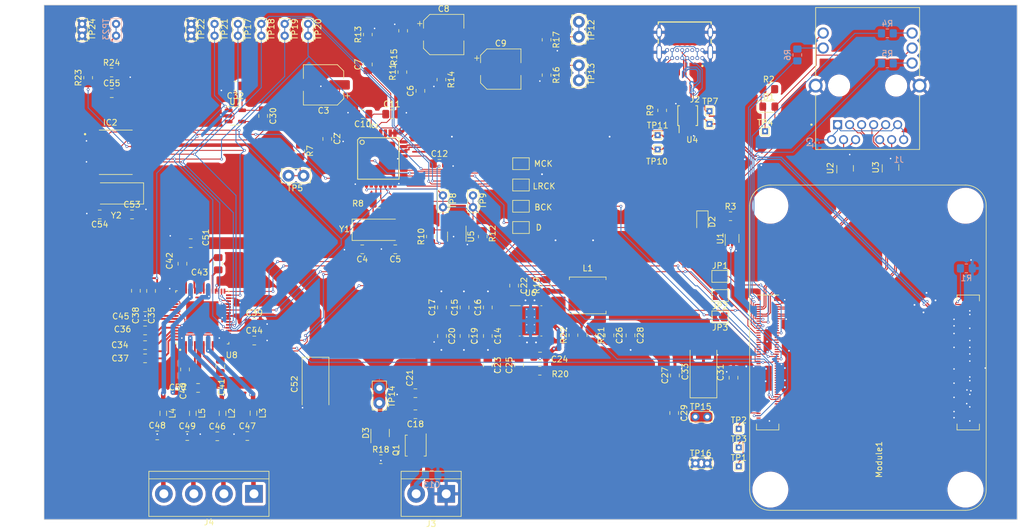
<source format=kicad_pcb>
(kicad_pcb (version 20221018) (generator pcbnew)
  (layers (0 "F.Cu" signal) (1 "In1.Cu" power) (2 "In2.Cu" power) (31 "B.Cu" signal) (34 "B.Paste" user) (35 "F.Paste" user) (36 "B.SilkS" user "B.Silkscreen") (37 "F.SilkS" user "F.Silkscreen") (38 "B.Mask" user) (39 "F.Mask" user) (44 "Edge.Cuts" user))
  (net 0 "")
  (net 3 "GND")
  (net 4 "Net-(D1-K)")
  (net 5 "/CM4_Ethernet/+3.3v")
  (net 6 "/CM4_Ethernet/TRD3_P")
  (net 7 "/CM4_Ethernet/TRD1_P")
  (net 8 "/CM4_Ethernet/TRD3_N")
  (net 9 "/CM4_Ethernet/TRD1_N")
  (net 10 "/CM4_Ethernet/TRD2_N")
  (net 11 "/CM4_Ethernet/TRD0_N")
  (net 12 "/CM4_Ethernet/TRD2_P")
  (net 13 "/CM4_Ethernet/TRD0_P")
  (net 14 "/CM4_Ethernet/ETH_LEDY")
  (net 15 "/CM4_Ethernet/ETH_LEDG")
  (net 16 "Net-(Module1A-PI_nLED_Activity)")
  (net 17 "/CM4_Ethernet/GPIO26")
  (net 18 "/CM4_Ethernet/GPIO21")
  (net 19 "/CM4_Ethernet/GPIO19")
  (net 20 "/CM4_Ethernet/GPIO20")
  (net 21 "/CM4_Ethernet/GPIO13")
  (net 22 "/CM4_Ethernet/GPIO16")
  (net 23 "/CM4_Ethernet/GPIO6")
  (net 24 "/CM4_Ethernet/GPIO12")
  (net 25 "/CM4_Ethernet/GPIO5")
  (net 26 "/CM4_Ethernet/GPIO7")
  (net 27 "/CM4_Ethernet/GPIO11")
  (net 28 "/CM4_Ethernet/GPIO8")
  (net 29 "/CM4_Ethernet/GPIO9")
  (net 30 "/CM4_Ethernet/GPIO25")
  (net 31 "/CM4_Ethernet/GPIO24")
  (net 32 "/CM4_Ethernet/GPIO23")
  (net 33 "/CM4_Ethernet/GPIO18")
  (net 34 "/CM4_Ethernet/GPIO15")
  (net 35 "/CM4_Ethernet/GPIO4")
  (net 36 "/CM4_Ethernet/GPIO14")
  (net 37 "/CM4_Ethernet/GPIO3")
  (net 38 "/CM4_Ethernet/GPIO2")
  (net 44 "/CM4_Ethernet/+5v")
  (net 45 "/I2STest/+3.3v")
  (net 46 "/Amplifier/SCL")
  (net 48 "/CM4_Ethernet/nPWR_LED")
  (net 50 "Net-(IC1-FUNC0)")
  (net 51 "Net-(C22-Pad1)")
  (net 52 "Net-(D2-K)")
  (net 53 "/Amplifier/SDA")
  (net 54 "/Amplifier/I2S.LRCK")
  (net 55 "Net-(IC1-HOST)")
  (net 56 "Net-(IC1-XTI)")
  (net 57 "Net-(IC1-XTO)")
  (net 59 "/Amplifier/I2S.D")
  (net 61 "/Amplifier/I2S.MCK")
  (net 63 "Net-(Module1B-USB_OTG_ID)")
  (net 129 "Net-(IC2-XOP)")
  (net 143 "Net-(Module1A-+1.8v_(Output)-Pad88)")
  (net 147 "Net-(IC1-VOUTL)")
  (net 148 "Net-(IC1-VOUTR)")
  (net 149 "Net-(IC1-VCOM)")
  (net 150 "/Amplifier/I2S.BCK")
  (net 151 "Net-(IC2-TX0)")
  (net 156 "Net-(IC2-XIN)")
  (net 160 "Net-(R3-Pad2)")
  (net 161 "/USB_Sound/USBD_N")
  (net 162 "/USB_Sound/USBD_P")
  (net 163 "Net-(IC1-DOUT)")
  (net 164 "Net-(IC1-FUNC2)")
  (net 165 "Net-(IC1-FUNC1)")
  (net 166 "Net-(C6-Pad2)")
  (net 167 "Net-(C7-Pad2)")
  (net 168 "Net-(J3-Pin_2)")
  (net 169 "Net-(J4-Pin_2)")
  (net 170 "Net-(J4-Pin_3)")
  (net 171 "Net-(J4-Pin_4)")
  (net 172 "/Amplifier/AC.~{MUTE}")
  (net 173 "/Amplifier/AC.~{ENABLE}")
  (net 174 "/Amplifier/AC.~{CLIP}")
  (net 175 "/Amplifier/AC.~{ERROR}")
  (net 176 "/Amplifier/+24v")
  (net 177 "/CM4_HighSpeed/USB2_N")
  (net 178 "/CM4_HighSpeed/USB2_P")
  (net 180 "Net-(C8-Pad2)")
  (net 181 "Net-(C9-Pad2)")
  (net 182 "Net-(D3-A)")
  (net 183 "Net-(Module1A-GPIO_VREF(1.8v{slash}3.3v_Input))")
  (net 185 "Net-(J1-TRCT1)")
  (net 186 "Net-(U6-BST)")
  (net 187 "Net-(U6-SS)")
  (net 188 "Net-(U6-COMP)")
  (net 189 "Net-(U6-FB)")
  (net 190 "Net-(U7-BYP)")
  (net 191 "Net-(U8-CGD0P)")
  (net 192 "Net-(U8-CGD0N)")
  (net 193 "Net-(U8-CGD1P)")
  (net 194 "Net-(U8-CGD1N)")
  (net 195 "Net-(U8-CFDCP)")
  (net 196 "Net-(U8-CFDCN)")
  (net 197 "Net-(U8-CFGDP)")
  (net 198 "Net-(U8-CFGDN)")
  (net 199 "Net-(U8-VGDC)")
  (net 200 "Net-(U8-CREF)")
  (net 201 "Net-(U8-CF0AP)")
  (net 202 "Net-(U8-CF0AN)")
  (net 203 "Net-(U8-CF0BP)")
  (net 204 "Net-(U8-CF0BN)")
  (net 205 "Net-(U8-CF1AP)")
  (net 206 "Net-(U8-CF1AN)")
  (net 207 "Net-(U8-CF1BP)")
  (net 208 "Net-(U8-CF1BN)")
  (net 209 "Net-(U8-CDC)")
  (net 210 "Net-(U8-CMSE)")
  (net 211 "Net-(J1-Pad13)")
  (net 212 "Net-(J1-Pad15)")
  (net 213 "Net-(U6-SW)")
  (net 214 "Net-(U4-SEL)")
  (net 215 "Net-(J1-Pad17)")
  (net 216 "Net-(Module1A-Ethernet_nLED1(3.3v))")
  (net 217 "Net-(C25-Pad1)")
  (net 218 "Net-(Module1A-Global_EN)")
  (net 219 "Net-(Module1A-nRPIBOOT)")
  (net 220 "Net-(Module1A-RUN_PG)")
  (net 221 "Net-(J4-Pin_1)")
  (net 222 "Net-(C55-Pad1)")
  (net 223 "Net-(C55-Pad2)")
  (net 224 "Net-(J2-VBUS-PadA4)")
  (net 229 "Net-(L2-Pad1)")
  (net 230 "Net-(L3-Pad1)")
  (net 231 "Net-(L4-Pad1)")
  (net 232 "Net-(L5-Pad1)")
  (net 233 "/USB_Sound/USBS_N")
  (net 234 "/USB_Sound/USBS_P")
  (footprint "Capacitor_SMD:C_0805_2012Metric_Pad1.18x1.45mm_HandSolder" (layer "F.Cu") (at 103.9677 72.1868 -90)
    (fp_text reference "C30")
    (fp_text value "10n")
  )
  (footprint "Capacitor_SMD:C_0805_2012Metric_Pad1.18x1.45mm_HandSolder" (layer "F.Cu") (at 121.674 63.4785 90)
    (fp_text reference "C7")
    (fp_text value "22n")
  )
  (footprint "Crystal:Crystal_SMD_Abracon_ABM3-2Pin_5.0x3.2mm_HandSoldering" (layer "F.Cu") (at 79.1249 85.2932 180)
    (fp_text reference "Y2")
    (fp_text value "12Mhz")
  )
  (footprint "Capacitor_SMD:C_0805_2012Metric_Pad1.18x1.45mm_HandSolder" (layer "F.Cu") (at 96.3676 97.1804 -90)
    (fp_text reference "C43")
    (fp_text value "10u")
  )
  (footprint "TestPoint:TestPoint_Bridge_Pitch2.54mm_Drill1.0mm" (layer "F.Cu") (at 123.6179 120.7262 90)
    (fp_text reference "TP14")
    (fp_text value "TestPoint")
  )
  (footprint "Capacitor_SMD:C_0805_2012Metric_Pad1.18x1.45mm_HandSolder" (layer "F.Cu") (at 120.724 94.742 180)
    (fp_text reference "C4")
    (fp_text value "22n")
  )
  (footprint "TestPoint:TestPoint_Bridge_Pitch2.54mm_Drill1.0mm" (layer "F.Cu") (at 157.361 58.801 90)
    (fp_text reference "TP12")
    (fp_text value "Out R")
  )
  (footprint "Jumper:SolderJumper-2_P1.3mm_Open_TrianglePad1.0x1.5mm" (layer "F.Cu") (at 181.2544 102.5652 180)
    (fp_text reference "JP2")
    (fp_text value "D")
  )
  (footprint "Footprints:SOP65P780X200-20N" (layer "F.Cu") (at 79.0448 78.3336)
    (fp_text reference "IC2")
    (fp_text value "WM8804GEDS_V")
  )
  (footprint "Inductor_SMD:L_Bourns_SRN6045TA" (layer "F.Cu") (at 158.8562 102.5398)
    (fp_text reference "L1")
    (fp_text value "SRN6045TA-3R3Y")
  )
  (footprint "Capacitor_SMD:C_0805_2012Metric_Pad1.18x1.45mm_HandSolder" (layer "F.Cu") (at 147.2562 114.3508 90)
    (fp_text reference "C25")
    (fp_text value "1.2nF")
  )
  (footprint "TestPoint:TestPoint_Bridge_Pitch2.0mm_Drill0.7mm" (layer "F.Cu") (at 99.7041 58.6232 90)
    (fp_text reference "TP17")
    (fp_text value "D")
  )
  (footprint "Capacitor_SMD:C_0805_2012Metric_Pad1.18x1.45mm_HandSolder" (layer "F.Cu") (at 130.564 67.945 90)
    (fp_text reference "C6")
    (fp_text value "22n")
  )
  (footprint "TestPoint:TestPoint_THTPad_1.0x1.0mm_Drill0.5mm" (layer "F.Cu") (at 179.451 71.374 90)
    (fp_text reference "TP7")
    (fp_text value "TestPoint")
  )
  (footprint "Capacitor_SMD:C_0805_2012Metric_Pad1.18x1.45mm_HandSolder" (layer "F.Cu") (at 173.609 116.078 90)
    (fp_text reference "C27")
    (fp_text value "10u")
  )
  (footprint "Capacitor_SMD:C_0805_2012Metric_Pad1.18x1.45mm_HandSolder" (layer "F.Cu") (at 125.738 71.882)
    (fp_text reference "C11")
    (fp_text value "1u")
  )
  (footprint "Capacitor_SMD:CP_Elec_6.3x3.9" (layer "F.Cu") (at 144.153 64.262)
    (fp_text reference "C9")
    (fp_text value "100u")
  )
  (footprint "Capacitor_SMD:C_0805_2012Metric_Pad1.18x1.45mm_HandSolder" (layer "F.Cu") (at 85.0138 101.7778 90)
    (fp_text reference "C35")
    (fp_text value "1u")
  )
  (footprint "Capacitor_SMD:C_0805_2012Metric_Pad1.18x1.45mm_HandSolder" (layer "F.Cu") (at 129.7139 122.6312 180)
    (fp_text reference "C18")
    (fp_text value "100n")
  )
  (footprint "TestPoint:TestPoint_Bridge_Pitch2.54mm_Drill1.0mm" (layer "F.Cu") (at 108.2548 82.296)
    (fp_text reference "TP5")
    (fp_text value "Host")
  )
  (footprint "TestPoint:TestPoint_THTPad_1.0x1.0mm_Drill0.5mm" (layer "F.Cu") (at 184.404 128.27)
    (fp_text reference "TP3")
    (fp_text value "TestPoint")
  )
  (footprint "Resistor_SMD:R_0805_2012Metric_Pad1.20x1.40mm_HandSolder" (layer "F.Cu") (at 141.1025 92.5885 90)
    (fp_text reference "R12")
    (fp_text value "1k5")
  )
  (footprint "TestPoint:TestPoint_Bridge_Pitch2.0mm_Drill0.7mm" (layer "F.Cu") (at 134.374 87.63 90)
    (fp_text reference "TP8")
    (fp_text value "TestPoint")
  )
  (footprint "Resistor_SMD:R_0805_2012Metric_Pad1.20x1.40mm_HandSolder" (layer "F.Cu") (at 150.7614 115.2808 180)
    (fp_text reference "R20")
    (fp_text value "20K 1%")
  )
  (footprint "Resistor_SMD:R_0805_2012Metric_Pad1.20x1.40mm_HandSolder" (layer "F.Cu") (at 189.475 67.66)
    (fp_text reference "R2")
    (fp_text value "1k")
  )
  (footprint "Capacitor_SMD:C_0805_2012Metric_Pad1.18x1.45mm_HandSolder" (layer "F.Cu") (at 129.7139 119.0752 180)
    (fp_text reference "C21")
    (fp_text value "10u 35v")
  )
  (footprint "Package_TO_SOT_SMD:TSOT-23-5" (layer "F.Cu") (at 99.2632 72.1868)
    (fp_text reference "U7")
    (fp_text value "LT1761-3.3")
  )
  (footprint "Jumper:SolderJumper-2_P1.3mm_Open_TrianglePad1.0x1.5mm" (layer "F.Cu") (at 181.2544 106.172 180)
    (fp_text reference "JP3")
    (fp_text value "BCK")
  )
  (footprint "Capacitor_SMD:C_0805_2012Metric_Pad1.18x1.45mm_HandSolder" (layer "F.Cu") (at 126.312 94.742 180)
    (fp_text reference "C5")
    (fp_text value "22n")
  )
  (footprint "TestPoint:TestPoint_Bridge_Pitch2.0mm_Drill0.7mm" (layer "F.Cu") (at 91.7956 58.6232 90)
    (fp_text reference "TP22")
    (fp_text value "D")
  )
  (footprint "Capacitor_SMD:C_0805_2012Metric_Pad1.18x1.45mm_HandSolder" (layer "F.Cu") (at 101.292 126.3178)
    (fp_text reference "C47")
    (fp_text value "1u")
  )
  (footprint "Inductor_SMD:L_0805_2012Metric" (layer "F.Cu") (at 92.075 122.4788 -90)
    (fp_text reference "L5")
    (fp_text value "L")
  )
  (footprint "Capacitor_SMD:CP_Elec_6.3x3.9" (layer "F.Cu") (at 134.501 58.42)
    (fp_text reference "C8")
    (fp_text value "100u")
  )
  (footprint "Capacitor_SMD:C_0805_2012Metric_Pad1.18x1.45mm_HandSolder" (layer "F.Cu") (at 90.3224 97.1804 -90)
    (fp_text reference "C42")
    (fp_text value "10u")
  )
  (footprint "Capacitor_SMD:C_0805_2012Metric_Pad1.18x1.45mm_HandSolder" (layer "F.Cu") (at 76.3309 88.8492 180)
    (fp_text reference "C54")
    (fp_text value "22n")
  )
  (footprint "Package_SO:MSOP-10_3x3mm_P0.5mm" (layer "F.Cu") (at 175.768 72.136 90)
    (fp_text reference "U4")
    (fp_text value "FSUSB42MUX")
  )
  (footprint "Capacitor_Tantalum_SMD:CP_EIA-7343-31_Kemet-D" (layer "F.Cu") (at 178.435 115.443 90)
    (fp_text reference "C33")
    (fp_text value "100uF")
  )
  (footprint "Jumper:SolderJumper-2_P1.3mm_Open_TrianglePad1.0x1.5mm" (layer "F.Cu") (at 147.574 80.264)
    (fp_text reference "JP6" hide)
    (fp_text value "MCK")
  )
  (footprint "Capacitor_SMD:C_0805_2012Metric_Pad1.18x1.45mm_HandSolder" (layer "F.Cu") (at 133.7818 80.264)
    (fp_text reference "C12")
    (fp_text value "100n")
  )
  (footprint "Jumper:SolderJumper-2_P1.3mm_Open_TrianglePad1.0x1.5mm" (layer "F.Cu") (at 147.574 87.4607)
    (fp_text reference "JP5" hide)
    (fp_text value "BCK")
  )
  (footprint "Capacitor_SMD:C_0805_2012Metric_Pad1.18x1.45mm_HandSolder" (layer "F.Cu") (at 84.0029 113.1824)
    (fp_text reference "C37")
    (fp_text value "100n")
  )
  (footprint "Capacitor_SMD:C_0805_2012Metric_Pad1.18x1.45mm_HandSolder" (layer "F.Cu") (at 81.7919 88.8492)
    (fp_text reference "C53")
    (fp_text value "22n")
  )
  (footprint "Capacitor_SMD:C_0805_2012Metric_Pad1.18x1.45mm_HandSolder" (layer "F.Cu") (at 102.4636 107.188)
    (fp_text reference "C39")
    (fp_text value "1u")
  )
  (footprint "Footprints:Raspberry-Pi-4-Compute-Module" (layer "F.Cu") (at 189.748 135.379)
    (fp_text reference "Module1")
    (fp_text value "ComputeModule4")
  )
  (footprint "Capacitor_SMD:C_0805_2012Metric_Pad1.18x1.45mm_HandSolder" (layer "F.Cu") (at 141.9652 109.3978 -90)
    (fp_text reference "C14")
    (fp_text value "10u 35v")
  )
  (footprint "Package_SON:Diodes_PowerDI3333-8" (layer "F.Cu") (at 129.7699 127.9412 -90)
    (fp_text reference "Q1")
    (fp_text value "DMP3013SFV-7")
  )
  (footprint "Capacitor_SMD:C_0805_2012Metric_Pad1.18x1.45mm_HandSolder" (layer "F.Cu") (at 120.8065 71.882 180)
    (fp_text reference "C10")
    (fp_text value "1u")
  )
  (footprint "TestPoint:TestPoint_Bridge_Pitch2.0mm_Drill0.7mm" (layer "F.Cu") (at 103.6584 58.6232 90)
    (fp_text reference "TP18")
    (fp_text value "LRCK")
  )
  (footprint "TestPoint:TestPoint_Bridge_Pitch2.0mm_Drill0.7mm" (layer "F.Cu") (at 179.07 123.063 180)
    (fp_text reference "TP15")
    (fp_text value "TestPoint")
  )
  (footprint "Footprints:BEL_L829-1J1T-43" (layer "F.Cu") (at 206.1972 67.056)
    (fp_text reference "J1")
    (fp_text value "L829-1J1T-43")
  )
  (footprint "TestPoint:TestPoint_Bridge_Pitch2.0mm_Drill0.7mm" (layer "F.Cu") (at 179.07 130.937 180)
    (fp_text reference "TP16")
    (fp_text value "TestPoint")
  )
  (footprint "Resistor_SMD:R_0805_2012Metric_Pad1.20x1.40mm_HandSolder" (layer "F.Cu") (at 78.3336 64.8279)
    (fp_text reference "R24")
    (fp_text value "R")
  )
  (footprint "Capacitor_SMD:C_0805_2012Metric_Pad1.18x1.45mm_HandSolder" (layer "F.Cu") (at 134.2182 104.5718 90)
    (fp_text reference "C17")
    (fp_text value "10u 35v")
  )
  (footprint "TerminalBlock:TerminalBlock_bornier-2_P5.08mm" (layer "F.Cu") (at 134.9248 136.0932 180)
    (fp_text reference "J3")
    (fp_text value "24v Input")
  )
  (footprint "Capacitor_SMD:C_0805_2012Metric_Pad1.18x1.45mm_HandSolder" (layer "F.Cu") (at 86.052 126.2162)
    (fp_text reference "C48")
    (fp_text value "1u")
  )
  (footprint "TestPoint:TestPoint_Bridge_Pitch2.0mm_Drill0.7mm" (layer "F.Cu") (at 73.3552 58.6232 90)
    (fp_text reference "TP24")
    (fp_text value "TestPoint")
  )
  (footprint "TestPoint:TestPoint_THTPad_1.0x1.0mm_Drill0.5mm" (layer "F.Cu") (at 184.404 125.095)
    (fp_text reference "TP2")
    (fp_text value "TestPoint")
  )
  (footprint "Capacitor_SMD:C_0805_2012Metric_Pad1.18x1.45mm_HandSolder" (layer "F.Cu") (at 99.2687 67.1068 180)
    (fp_text reference "C32")
    (fp_text value "1u")
  )
  (footprint "Capacitor_SMD:C_0805_2012Metric_Pad1.18x1.45mm_HandSolder" (layer "F.Cu") (at 91.7194 93.7006)
    (fp_text reference "C51")
    (fp_text value "1u")
  )
  (footprint "Package_TO_SOT_SMD:SOT-23-5" (layer "F.Cu") (at 136.721 92.5885 -90)
    (fp_text reference "U5")
    (fp_text value "24AA02-OT")
  )
  (footprint "Resistor_SMD:R_0805_2012Metric_Pad1.20x1.40mm_HandSolder" (layer "F.Cu") (at 127.643 57.785 90)
    (fp_text reference "R15")
    (fp_text value "3k3")
  )
  (footprint "TestPoint:TestPoint_Bridge_Pitch2.54mm_Drill1.0mm" (layer "F.Cu") (at 157.361 66.167 90)
    (fp_text reference "TP13")
    (fp_text value "Out L")
  )
  (footprint "Resistor_SMD:R_0805_2012Metric_Pad1.20x1.40mm_HandSolder" (layer "F.Cu") (at 159.4762 109.2708 -90)
    (fp_text reference "R21")
    (fp_text value "12K 1%")
  )
  (footprint "Capacitor_SMD:C_0805_2012Metric_Pad1.18x1.45mm_HandSolder" (layer "F.Cu") (at 78.3636 68.3354)
    (fp_text reference "C55")
    (fp_text value "C")
  )
  (footprint "Package_SO:SOIC-8-1EP_3.9x4.9mm_P1.27mm_EP2.95x4.9mm_Mask2.71x3.4mm_ThermalVias" (layer "F.Cu") (at 149.1892 106.8428)
    (fp_text reference "U6")
    (fp_text value "AP64501SP-13")
  )
  (footprint "Inductor_SMD:L_0805_2012Metric" (layer "F.Cu") (at 87.082 122.4788 -90)
    (fp_text reference "L4")
    (fp_text value "L")
  )
  (footprint "Resistor_SMD:R_0805_2012Metric_Pad1.20x1.40mm_HandSolder" (layer "F.Cu") (at 132.3395 92.5885 90)
    (fp_text reference "R10")
    (fp_text value "1k5")
  )
  (footprint "Jumper:SolderJumper-2_P1.3mm_Open_TrianglePad1.0x1.5mm" (layer "F.Cu") (at 147.574 83.8623)
    (fp_text reference "JP4" hide)
    (fp_text value "LRCK")
  )
  (footprint "TestPoint:TestPoint_Bridge_Pitch2.0mm_Drill0.7mm" (layer "F.Cu") (at 111.5669 58.6232 90)
    (fp_text reference "TP20")
    (fp_text value "MCK")
  )
  (footprint "Capacitor_Tantalum_SMD:CP_EIA-7343-31_Kemet-D" (layer "F.Cu") (at 112.8268 117.3988 -90)
    (fp_text reference "C52")
    (fp_text value "470u")
  )
  (footprint "Package_TO_SOT_SMD:SOT-353_SC-70-5" (layer "F.Cu") (at 183.276 92.903 90)
    (fp_text reference "U1")
    (fp_text value "74LVC1G07SE-7")
  )
  (footprint "Capacitor_SMD:C_0805_2012Metric_Pad1.18x1.45mm_HandSolder" (layer "F.Cu") (at 114.808 76.073 -90)
    (fp_text reference "C2")
    (fp_text value "1u")
  )
  (footprint "Capacitor_SMD:C_0805_2012Metric_Pad1.18x1.45mm_HandSolder" (layer "F.Cu") (at 183.515 116.459 90)
    (fp_text reference "C31")
    (fp_text value "10u")
  )
  (footprint "Capacitor_SMD:C_0805_2012Metric_Pad1.18x1.45mm_HandSolder" (layer "F.Cu") (at 141.9652 104.5718 90)
    (fp_text reference "C16")
    (fp_text value "10u 35v")
  )
  (footprint "Resistor_SMD:R_0805_2012Metric_Pad1.20x1.40mm_HandSolder" (layer "F.Cu") (at 127.516 64.77 90)
    (fp_text reference "R11")
    (fp_text value "13R")
  )
  (footprint "TerminalBlock:TerminalBlock_bornier-4_P5.08mm" (layer "F.Cu") (at 102.4128 136.0932 180)
    (fp_text reference "J4")
    (fp_text value "Screw_Terminal_01x04")
  )
  (footprint "Resistor_SMD:R_0805_2012Metric_Pad1.20x1.40mm_HandSolder" (layer "F.Cu") (at 183.007 89.154)
    (fp_text reference "R3")
    (fp_text value "1k")
  )
  (footprint "Footprints:QFN50P900X900X90-65N" (layer "F.Cu") (at 93.6752 106.2551 90)
    (fp_text reference "U8")
    (fp_text value "MA12040PXUMA1")
  )
  (footprint "Capacitor_SMD:C_0805_2012Metric_Pad1.18x1.45mm_HandSolder" (layer "F.Cu") (at 96.212 126.3686)
    (fp_text reference "C46")
    (fp_text value "1u")
  )
  (footprint "Capacitor_SMD:C_0805_2012Metric_Pad1.18x1.45mm_HandSolder" (layer "F.Cu") (at 173.482 122.428 -90)
    (fp_text reference "C29")
    (fp_text value "10u")
  )
  (footprint "TestPoint:TestPoint_THTPad_1.0x1.0mm_Drill0.5mm" (layer "F.Cu") (at 179.451 73.533 90)
    (fp_text reference "TP6" hide)
    (fp_text value "TestPoint")
  )
  (footprint "Jumper:SolderJumper-2_P1.3mm_Open_TrianglePad1.0x1.5mm" (layer "F.Cu") (at 147.574 91.059)
    (fp_text reference "JP7" hide)
    (fp_text value "D")
  )
  (footprint "TestPoint:TestPoint_THTPad_1.0x1.0mm_Drill0.5mm" (layer "F.Cu") (at 184.404 131.445)
    (fp_text reference "TP1")
    (fp_text value "TestPoint")
  )
  (footprint "Resistor_SMD:R_0805_2012Metric_Pad1.20x1.40mm_HandSolder" (layer "F.Cu") (at 171.45 71.247 -90)
    (fp_text reference "R9")
    (fp_text value "2.2K 1%")
  )
  (footprint "Footprints:TQFP32-08" (layer "F.Cu") (at 123.452 79.375)
    (fp_text reference "IC1")
    (fp_text value "PCM2706")
  )
  (footprint "Package_TO_SOT_SMD:SOT-23" (layer "F.Cu") (at 123.7449 125.8062 90)
    (fp_text reference "D3")
    (fp_text value "MMBZ5242BLT3G")
  )
  (footprint "Capacitor_SMD:C_0805_2012Metric_Pad1.18x1.45mm_HandSolder" (layer "F.Cu") (at 84.0029 108.458)
    (fp_text reference "C36")
    (fp_text value "1u")
  )
  (footprint "Capacitor_SMD:C_0805_2012Metric_Pad1.18x1.45mm_HandSolder" (layer "F.Cu") (at 91.132 126.3178)
    (fp_text reference "C49")
    (fp_text value "1u")
  )
  (footprint "Resistor_SMD:R_0805_2012Metric_Pad1.20x1.40mm_HandSolder" (layer "F.Cu") (at 123.563 86.995)
    (fp_text reference "R8")
    (fp_text value "1M")
  )
  (footprint "Capacitor_SMD:C_0805_2012Metric_Pad1.18x1.45mm_HandSolder" (layer "F.Cu") (at 162.5392 109.3008 -90)
    (fp_text reference "C26")
    (fp_text value "nf")
  )
  (footprint "Crystal:Crystal_SMD_Abracon_ABM3-2Pin_5.0x3.2mm_HandSoldering" (layer "F.Cu") (at 123.645 91.44)
    (fp_text reference "Y1")
    (fp_text value "12Mhz")
  )
  (footprint "LED_SMD:LED_0805_2012Metric_Pad1.15x1.40mm_HandSolder" (layer "F.Cu") (at 178.2572 90.099 -90)
    (fp_text reference "D2")
    (fp_text value "LED Red")
  )
  (footprint "Capacitor_SMD:C_0805_2012Metric_Pad1.18x1.45mm_HandSolder" (layer "F.Cu") (at 141.9652 114.3508 -90)
    (fp_text reference "C23")
    (fp_text value "100n")
  )
  (footprint "Inductor_SMD:L_0805_2012Metric" (layer "F.Cu") (at 102.3366 122.4534 -90)
    (fp_text reference "L3")
    (fp_text value "L")
  )
  (footprint "Capacitor_SMD:C_0805_2012Metric_Pad1.18x1.45mm_HandSolder" (layer "F.Cu") (at 134.2182 109.3978 -90)
    (fp_text reference "C20")
    (fp_text value "10u 35v")
  )
  (footprint "Resistor_SMD:R_0805_2012Metric_Pad1.20x1.40mm_HandSolder" (layer "F.Cu") (at 123.8719 130.2512)
    (fp_text reference "R18")
    (fp_text value "12K 1%")
  )
  (footprint "Inductor_SMD:L_0805_2012Metric" (layer "F.Cu") (at 97.1042 122.4788 -90)
    (fp_text reference "L2")
    (fp_text value "L")
  )
  (footprint "TestPoint:TestPoint_Bridge_Pitch2.0mm_Drill0.7mm" (layer "F.Cu") (at 107.6126 58.6232 90)
    (fp_text reference "TP19")
    (fp_text value "BCK")
  )
  (footprint "Capacitor_SMD:C_0805_2012Metric_Pad1.18x1.45mm_HandSolder" (layer "F.Cu") (at 92.964 118.1862)
    (fp_text reference "C50")
    (fp_text value "1u")
  )
  (footprint "Resistor_SMD:R_0805_2012Metric_Pad1.20x1.40mm_HandSolder" (layer "F.Cu") (at 156.4432 109.2708 90)
    (fp_text reference "R22")
    (fp_text value "2.2K 1%")
  )
  (footprint "TestPoint:TestPoint_THTPad_1.0x1.0mm_Drill0.5mm" (layer "F.Cu") (at 188.856 74.772)
    (fp_text reference "TP4")
    (fp_text value "TestPoint")
  )
  (footprint "LED_SMD:LED_0805_2012Metric_Pad1.15x1.40mm_HandSolder" (layer "F.Cu") (at 189.484 70.612)
    (fp_text reference "D1")
    (fp_text value "LED Green")
  )
  (footprint "Capacitor_SMD:CP_Elec_6.3x3.9" (layer "F.Cu") (at 114.181 66.929 180)
    (fp_text reference "C3")
    (fp_text value "10u")
  )
  (footprint "Package_SON:USON-10_2.5x1.0mm_P0.5mm" (layer "F.Cu") (at 210.066 80.903 90)
    (fp_text reference "U3")
    (fp_text value "TPD4EUSB30")
  )
  (footprint "Resistor_SMD:R_0805_2012Metric_Pad1.20x1.40mm_HandSolder" (layer "F.Cu") (at 151.8712 100.8588 90)
    (fp_text reference "R19")
    (fp_text value "10R")
  )
  (footprint "Capacitor_SMD:C_0805_2012Metric_Pad1.18x1.45mm_HandSolder" (layer "F.Cu") (at 138.0282 104.5718 90)
    (fp_text reference "C15")
    (fp_text value "10u 35v")
  )
  (footprint "Capacitor_SMD:C_0805_2012Metric_Pad1.18x1.45mm_HandSolder" (layer "F.Cu") (at 102.4636 110.1667)
    (fp_text reference "C44")
    (fp_text value "1u")
  )
  (footprint "Footprints:GCT_USB4085-GF-A_REVB" (layer "F.Cu") (at 175.267 58.039 180)
    (fp_text reference "J2")
    (fp_text value "USB4085-GF-A_REVB")
  )
  (footprint "Capacitor_SMD:C_0805_2012Metric_Pad1.18x1.45mm_HandSolder" (layer "F.Cu") (at 146.4102 100.8888 -90)
    (fp_text reference "C22")
    (fp_text value "100n")
  )
  (footprint "Resistor_SMD:R_0805_2012Metric_Pad1.20x1.40mm_HandSolder" (layer "F.Cu") (at 151.9 59.309 -90)
    (fp_text reference "R17")
    (fp_text value "3k3")
  )
  (footprint "Resistor_SMD:R_0805_2012Metric_Pad1.20x1.40mm_HandSolder" (layer "F.Cu") (at 110.236 78.105 -90)
    (fp_text reference "R7")
    (fp_text value "1k")
  )
  (footprint "TestPoint:TestPoint_Bridge_Pitch2.0mm_Drill0.7mm" (layer "F.Cu") (at 139.454 87.63 90)
    (fp_text reference "TP9")
    (fp_text value "TestPoint")
  )
  (footprint "Resistor_SMD:R_0805_2012Metric_Pad1.20x1.40mm_HandSolder" (layer "F.Cu") (at 151.9 65.278 -90)
    (fp_text reference "R16")
    (fp_text value "3k3")
  )
  (footprint "Capacitor_SMD:C_0805_2012Metric_Pad1.18x1.45mm_HandSolder" (layer "F.Cu") (at 150.7914 112.8776 180)
    (fp_text reference "C24")
    (fp_text value "nf")
  )
  (footprint "Capacitor_SMD:C_0805_2012Metric_Pad1.18x1.45mm_HandSolder" (layer "F.Cu") (at 166.0952 109.3008 -90)
    (fp_text reference "C28")
    (fp_text value "10u")
  )
  (footprint "Capacitor_SMD:C_0805_2012Metric_Pad1.18x1.45mm_HandSolder" (layer "F.Cu") (at 90.7542 115.062 90)
    (fp_text reference "C40")
    (fp_text value "10u")
  )
  (footprint "Capacitor_SMD:C_0805_2012Metric_Pad1.18x1.45mm_HandSolder" (layer "F.Cu") (at 84.0029 106.0196 180)
    (fp_text reference "C45")
    (fp_text value "1u")
  )
  (footprint "TestPoint:TestPoint_Bridge_Pitch2.0mm_Drill0.7mm" (layer "F.Cu") (at 95.7499 58.6232 90)
    (fp_text reference "TP21")
    (fp_text value "D")
  )
  (footprint "Package_SON:USON-10_2.5x1.0mm_P0.5mm" (layer "F.Cu") (at 202.3872 81.0474 90)
    (fp_text reference "U2")
    (fp_text value "TPD4EUSB30")
  )
  (footprint "Resistor_SMD:R_0805_2012Metric_Pad1.20x1.40mm_HandSolder" (layer "F.Cu") (at 121.674 58.42 90)
    (fp_text reference "R13")
    (fp_text value "13R")
  )
  (footprint "Capacitor_SMD:C_0805_2012Metric_Pad1.18x1.45mm_HandSolder" (layer "F.Cu") (at 84.0029 110.9472)
    (fp_text reference "C34")
    (fp_text value "1u")
  )
  (footprint "TestPoint:TestPoint_THTPad_1.0x1.0mm_Drill0.5mm" (layer "F.Cu") (at 170.688 75.438 90)
    (fp_text reference "TP11")
    (fp_text value "TestPoint")
  )
  (footprint "Capacitor_SMD:C_0805_2012Metric_Pad1.18x1.45mm_HandSolder" (layer "F.Cu") (at 138.0282 109.3978 -90)
    (fp_text reference "C19")
    (fp_text value "10u 35v")
  )
  (footprint "Capacitor_SMD:C_0805_2012Metric_Pad1.18x1.45mm_HandSolder" (layer "F.Cu") (at 96.7232 114.5286 90)
    (fp_text reference "C41")
    (fp_text value "10u")
  )
  (footprint "Resistor_SMD:R_0805_2012Metric_Pad1.20x1.40mm_HandSolder" (layer "F.Cu") (at 74.3712 65.7192 90)
    (fp_text reference "R23")
    (fp_text value "R")
  )
  (footprint "Capacitor_SMD:C_0805_2012Metric_Pad1.18x1.45mm_HandSolder" (layer "F.Cu") (at 82.4484 101.7524 90)
    (fp_text reference "C38")
    (fp_text value "1u")
  )
  (footprint "Jumper:SolderJumper-2_P1.3mm_Open_TrianglePad1.0x1.5mm" (layer "F.Cu") (at 181.2544 99.314)
    (fp_text reference "JP1")
    (fp_text value "LRCK")
  )
  (footprint "TestPoint:TestPoint_THTPad_1.0x1.0mm_Drill0.5mm" (layer "F.Cu") (at 170.688 77.851 90)
    (fp_text reference "TP10")
    (fp_text value "TestPoint")
  )
  (footprint "Resistor_SMD:R_0805_2012Metric_Pad1.20x1.40mm_HandSolder" (layer "F.Cu") (at 134.12 66.04 -90)
    (fp_text reference "R14")
    (fp_text value "3k3")
  )
  (footprint "Resistor_SMD:R_0805_2012Metric_Pad1.20x1.40mm_HandSolder" (layer "B.Cu") (at 209.534 63.2968 180)
    (fp_text reference "R5")
    (fp_text value "470R")
  )
  (footprint "TestPoint:TestPoint_Bridge_Pitch2.0mm_Drill0.7mm" (layer "B.Cu") (at 79.0956 58.6232 90)
    (fp_text reference "TP23")
    (fp_text value "TestPoint")
  )
  (footprint "Capacitor_SMD:C_0805_2012Metric_Pad1.18x1.45mm_HandSolder" (layer "B.Cu") (at 132.4864 132.8928)
    (fp_text reference "C13")
    (fp_text value "100n 100v")
  )
  (footprint "Resistor_SMD:R_0805_2012Metric_Pad1.20x1.40mm_HandSolder" (layer "B.Cu") (at 222.89 97.963)
    (fp_text reference "R1")
    (fp_text value "2.2K 1%")
  )
  (footprint "Resistor_SMD:R_0805_2012Metric_Pad1.20x1.40mm_HandSolder" (layer "B.Cu") (at 194.31 61.8744 -90)
    (fp_text reference "R6")
    (fp_text value "470R")
  )
  (footprint "Capacitor_SMD:C_0402_1005Metric" (layer "B.Cu") (at 197.612 76.708 -90)
    (fp_text reference "C1")
    (fp_text value "100n")
  )
  (footprint "Resistor_SMD:R_0805_2012Metric_Pad1.20x1.40mm_HandSolder" (layer "B.Cu") (at 209.534 58.2168 180)
    (fp_text reference "R4")
    (fp_text value "470R")
  )
  (gr_rect locked (start 66.9184 53.4365) (end 231.485 140.4315) (stroke (width 0.1)) (fill none) (layer "Edge.Cuts"))
  (segment (start 89.4974 101.3923) (end 89.9252 101.8201) (width 0.1524) (layer "F.Cu") (net 3))
  (segment (start 192.4344 106.5574) (end 192.356 106.479) (width 0.1524) (layer "F.Cu") (net 3))
  (segment (start 192.197 118.0765) (end 191.7945 118.479) (width 0.1524) (layer "F.Cu") (net 3))
  (segment (start 220.8096 108.979) (end 220.9096 108.879) (width 0.1524) (layer "F.Cu") (net 3))
  (segment (start 188.835 112.479) (end 187.748 112.479) (width 0.1524) (layer "F.Cu") (net 3))
  (segment (start 149.7539 112.961) (end 147.6085 112.961) (width 0.1524) (layer "F.Cu") (net 3))
  (segment (start 188.3267 115.6323) (end 188.3267 115.679) (width 0.1524) (layer "F.Cu") (net 3))
  (segment (start 221.668 120.879) (end 222.2467 120.879) (width 0.1524) (layer "F.Cu") (net 3))
  (segment (start 220.8096 107.687) (end 221.0813 107.687) (width 0.1524) (layer "F.Cu") (net 3))
  (segment (start 149.9208 113.0444) (end 149.8373 112.961) (width 0.1524) (layer "F.Cu") (net 3))
  (segment (start 223.4782 123.7635) (end 223.9627 123.279) (width 0.1524) (layer "F.Cu") (net 3))
  (segment (start 136.1736 92.5885) (end 136.721 92.0411) (width 0.1524) (layer "F.Cu") (net 3))
  (segment (start 134.1863 103.5662) (end 134.2182 103.5343) (width 0.1524) (layer "F.Cu") (net 3))
  (segment (start 136.721 92.0411) (end 136.721 91.451) (width 0.1524) (layer "F.Cu") (net 3))
  (segment (start 114.9165 75.144) (end 114.808 75.0355) (width 0.1524) (layer "F.Cu") (net 3))
  (segment (start 190.828 108.079) (end 190.2493 108.079) (width 0.1524) (layer "F.Cu") (net 3))
  (segment (start 191.4067 115.6106) (end 191.4067 115.679) (width 0.1524) (layer "F.Cu") (net 3))
  (segment (start 117.7161 94.811) (end 119.6175 94.811) (width 0.1524) (layer "F.Cu") (net 3))
  (segment (start 96.1153 100.8465) (end 96.1153 101.8201) (width 0.1524) (layer "F.Cu") (net 3))
  (segment (start 224.1693 121.7432) (end 223.8205 121.3944) (width 0.1524) (layer "F.Cu") (net 3))
  (segment (start 119.52 71.633) (end 119.769 71.882) (width 0.1524) (layer "F.Cu") (net 3))
  (segment (start 98.0622 103.9571) (end 98.1102 104.0051) (width 0.1524) (layer "F.Cu") (net 3))
  (segment (start 180.8207 112.5845) (end 178.689 112.5845) (width 0.1524) (layer "F.Cu") (net 3))
  (segment (start 221.0226 123.2123) (end 221.0893 123.279) (width 0.1524) (layer "F.Cu") (net 3))
  (segment (start 191.6235 114.1973) (end 191.5052 114.079) (width 0.1524) (layer "F.Cu") (net 3))
  (segment (start 189.5899 123.7635) (end 190.0744 123.279) (width 0.1524) (layer "F.Cu") (net 3))
  (segment (start 150.0877 113.2113) (end 149.9208 113.0444) (width 0.1524) (layer "F.Cu") (net 3))
  (segment (start 173.7204 114.9291) (end 173.609 115.0405) (width 0.1524) (layer "F.Cu") (net 3))
  (segment (start 183.926 94.9491) (end 183.9739 94.997) (width 0.1524) (layer "F.Cu") (net 3))
  (segment (start 135.2112 80.6559) (end 134.8193 80.264) (width 0.1524) (layer "F.Cu") (net 3))
  (segment (start 224.748 112.479) (end 224.1693 112.479) (width 0.1524) (layer "F.Cu") (net 3))
  (segment (start 223.4782 110.1625) (end 223.4782 110.1207) (width 0.1524) (layer "F.Cu") (net 3))
  (segment (start 89.6499 103.0051) (end 89.2402 103.0051) (width 0.1524) (layer "F.Cu") (net 3))
  (segment (start 156.2853 108.1129) (end 156.4432 108.2708) (width 0.1524) (layer "F.Cu") (net 3))
  (segment (start 220.9096 106.479) (end 221.668 106.479) (width 0.1524) (layer "F.Cu") (net 3))
  (segment (start 222.2884 110.1207) (end 222.2467 110.079) (width 0.1524) (layer "F.Cu") (net 3))
  (segment (start 221.668 118.479) (end 222.2467 118.479) (width 0.1524) (layer "F.Cu") (net 3))
  (segment (start 223.4783 116.3341) (end 223.2232 116.079) (width 0.1524) (layer "F.Cu") (net 3))
  (segment (start 85.2314 125.9993) (end 85.0145 126.2162) (width 0.1524) (layer "F.Cu") (net 3))
  (segment (start 119.5522 83.7204) (end 119.5522 83.8219) (width 0.1524) (layer "F.Cu") (net 3))
  (segment (start 96.4252 109.884) (end 96.4252 110.6901) (width 0.1524) (layer "F.Cu") (net 3))
  (segment (start 224.748 122.079) (end 224.1693 122.079) (width 0.1524) (layer "F.Cu") (net 3))
  (segment (start 223.4782 116.9586) (end 223.7986 117.279) (width 0.1524) (layer "F.Cu") (net 3))
  (segment (start 224.748 114.879) (end 225.3267 114.879) (width 0.1524) (layer "F.Cu") (net 3))
  (segment (start 127.5475 56.6895) (end 127.643 56.785) (width 0.1524) (layer "F.Cu") (net 3))
  (segment (start 223.4782 105.7691) (end 224.1693 106.4602) (width 0.1524) (layer "F.Cu") (net 3))
  (segment (start 220.8096 123.2123) (end 221.0226 123.2123) (width 0.1524) (layer "F.Cu") (net 3))
  (segment (start 188.3267 118.079) (end 188.94 117.4657) (width 0.1524) (layer "F.Cu") (net 3))
  (segment (start 74.4372 76.0586) (end 75.5398 76.0586) (width 0.1524) (layer "F.Cu") (net 3))
  (segment (start 190.828 106.479) (end 190.2493 106.479) (width 0.1524) (layer "F.Cu") (net 3))
  (segment (start 220.8096 119.779) (end 220.9096 119.679) (width 0.1524) (layer "F.Cu") (net 3))
  (segment (start 125.2306 94.6981) (end 125.2745 94.742) (width 0.1524) (layer "F.Cu") (net 3))
  (segment (start 80.1384 65.6327) (end 79.3336 64.8279) (width 0.1524) (layer "F.Cu") (net 3))
  (segment (start 192.902 111.8909) (end 192.7139 112.079) (width 0.1524) (layer "F.Cu") (net 3))
  (segment (start 221.668 110.079) (end 222.2467 110.079) (width 0.1524) (layer "F.Cu") (net 3))
  (segment (start 187.748 108.479) (end 188.8336 108.479) (width 0.1524) (layer "F.Cu") (net 3))
  (segment (start 149.8392 106.1928) (end 151.7367 106.1928) (width 0.1524) (layer "F.Cu") (net 3))
  (segment (start 190.828 104.079) (end 191.4067 104.079) (width 0.1524) (layer "F.Cu") (net 3))
  (segment (start 86.052 125.9993) (end 85.2314 125.9993) (width 0.1524) (layer "F.Cu") (net 3))
  (segment (start 176.768 75.5394) (end 176.768 74.336) (width 0.1524) (layer "F.Cu") (net 3))
  (segment (start 90.2467 107.6123) (end 89.3474 107.6123) (width 0.1524) (layer "F.Cu") (net 3))
  (segment (start 111.8104 121.5277) (end 112.8268 120.5113) (width 0.1524) (layer "F.Cu") (net 3))
  (segment (start 220.9096 122.079) (end 221.668 122.079) (width 0.1524) (layer "F.Cu") (net 3))
  (segment (start 133.9642 67.1958) (end 134.12 67.04) (width 0.1524) (layer "F.Cu") (net 3))
  (segment (start 183.4773 115.4592) (end 183.515 115.4215) (width 0.1524) (layer "F.Cu") (net 3))
  (segment (start 150.7914 113.2113) (end 150.0877 113.2113) (width 0.1524) (layer "F.Cu") (net 3))
  (segment (start 150.7651 66.2874) (end 151.8906 66.2874) (width 0.1524) (layer "F.Cu") (net 3))
  (segment (start 128.4597 119.2919) (end 128.6764 119.0752) (width 0.1524) (layer "F.Cu") (net 3))
  (segment (start 223.4782 119.2765) (end 223.8807 119.679) (width 0.1524) (layer "F.Cu") (net 3))
  (segment (start 121.452 74.083) (end 121.452 75.0824) (width 0.1524) (layer "F.Cu") (net 3))
  (segment (start 122.8105 57.3868) (end 121.7072 57.3868) (width 0.1524) (layer "F.Cu") (net 3))
  (segment (start 183.926 93.853) (end 183.926 94.9491) (width 0.1524) (layer "F.Cu") (net 3))
  (segment (start 174.6836 123.2762) (end 173.6713 123.2762) (width 0.1524) (layer "F.Cu") (net 3))
  (segment (start 97.0452 106.325) (end 97.9301 106.325) (width 0.1524) (layer "F.Cu") (net 3))
  (segment (start 123.966 94.6981) (end 125.2306 94.6981) (width 0.1524) (layer "F.Cu") (net 3))
  (segment (start 188.7629 116.879) (end 187.748 116.879) (width 0.1524) (layer "F.Cu") (net 3))
  (segment (start 189.0694 110.479) (end 189.1997 110.3487) (width 0.1524) (layer "F.Cu") (net 3))
  (segment (start 224.748 110.079) (end 223.5199 110.079) (width 0.1524) (layer "F.Cu") (net 3))
  (segment (start 141.9333 103.5662) (end 141.9652 103.5343) (width 0.1524) (layer "F.Cu") (net 3))
  (segment (start 176.7716 75.543) (end 176.768 75.5394) (width 0.1524) (layer "F.Cu") (net 3))
  (segment (start 223.8388 118.479) (end 224.748 118.479) (width 0.1524) (layer "F.Cu") (net 3))
  (segment (start 220.9096 108.879) (end 221.668 108.879) (width 0.1524) (layer "F.Cu") (net 3))
  (segment (start 111.7187 67.1667) (end 111.481 66.929) (width 0.1524) (layer "F.Cu") (net 3))
  (segment (start 189.2327 112.0813) (end 188.835 112.479) (width 0.1524) (layer "F.Cu") (net 3))
  (segment (start 90.413 125.9993) (end 90.0945 126.3178) (width 0.1524) (layer "F.Cu") (net 3))
  (segment (start 84.1466 87.9907) (end 83.6879 87.9907) (width 0.1524) (layer "F.Cu") (net 3))
  (segment (start 149.7539 112.961) (end 149.7539 112.8776) (width 0.1524) (layer "F.Cu") (net 3))
  (segment (start 97.9301 106.325) (end 98.1102 106.5051) (width 0.1524) (layer "F.Cu") (net 3))
  (segment (start 120.2616 84.5313) (end 120.652 84.5313) (width 0.1524) (layer "F.Cu") (net 3))
  (segment (start 222.9542 120.838) (end 222.2877 120.838) (width 0.1524) (layer "F.Cu") (net 3))
  (segment (start 223.4782 113.6407) (end 224.131 113.6407) (width 0.1524) (layer "F.Cu") (net 3))
  (segment (start 187.748 106.479) (end 187.1693 106.479) (width 0.1524) (layer "F.Cu") (net 3))
  (segment (start 191.4067 104.0346) (end 191.4067 104.079) (width 0.1524) (layer "F.Cu") (net 3))
  (segment (start 126.6316 119.2919) (end 128.4597 119.2919) (width 0.1524) (layer "F.Cu") (net 3))
  (segment (start 224.1693 106.4602) (end 224.1693 106.479) (width 0.1524) (layer "F.Cu") (net 3))
  (segment (start 117.4995 76.4963) (end 118.217 76.4963) (width 0.1524) (layer "F.Cu") (net 3))
  (segment (start 220.8096 122.179) (end 220.9096 122.079) (width 0.1524) (layer "F.Cu") (net 3))
  (segment (start 224.748 111.279) (end 224.1693 111.279) (width 0.1524) (layer "F.Cu") (net 3))
  (segment (start 202.3872 80.6624) (end 202.3872 81.4324) (width 0.1524) (layer "F.Cu") (net 3))
  (segment (start 152.7521 61.1611) (end 151.9 60.309) (width 0.1524) (layer "F.Cu") (net 3))
  (segment (start 75.5316 79.9504) (end 75.5398 79.9586) (width 0.1524) (layer "F.Cu") (net 3))
  (segment (start 81.4896 65.6327) (end 80.1384 65.6327) (width 0.1524) (layer "F.Cu") (net 3))
  (segment (start 132.8833 103.5662) (end 134.1863 103.5662) (width 0.1524) (layer "F.Cu") (net 3))
  (segment (start 94.3072 108.4429) (end 93.8954 108.8547) (width 0.1524) (layer "F.Cu") (net 3))
  (segment (start 99.0419 125.9993) (end 99.936 125.9993) (width 0.1524) (layer "F.Cu") (net 3))
  (segment (start 93.6752 106.2551) (end 96.6289 106.2551) (width 0.1524) (layer "F.Cu") (net 3))
  (segment (start 128.1889 71.651) (end 127.0065 71.651) (width 0.1524) (layer "F.Cu") (net 3))
  (segment (start 99.936 125.9993) (end 100.2545 126.3178) (width 0.1524) (layer "F.Cu") (net 3))
  (segment (start 221.0813 107.687) (end 221.0893 107.679) (width 0.1524) (layer "F.Cu") (net 3))
  (segment (start 138.0601 103.5662) (end 140.1424 103.5662) (width 0.1524) (layer "F.Cu") (net 3))
  (segment (start 224.1255 111.3228) (end 224.1693 111.279) (width 0.1524) (layer "F.Cu") (net 3))
  (segment (start 98.1102 106.0051) (end 98.1102 105.5051) (width 0.1524) (layer "F.Cu") (net 3))
  (segment (start 119.6175 94.811) (end 119.6865 94.742) (width 0.1524) (layer "F.Cu") (net 3))
  (segment (start 96.4252 101.8201) (end 96.1153 101.8201) (width 0.1524) (layer "F.Cu") (net 3))
  (segment (start 96.5588 109.7504) (end 96.4252 109.884) (width 0.1524) (layer "F.Cu") (net 3))
  (segment (start 74.1473 88.6895) (end 75.1337 88.6895) (width 0.1524) (layer "F.Cu") (net 3))
  (segment (start 89.3474 107.6123) (end 89.2402 107.5051) (width 0.1524) (layer "F.Cu") (net 3))
  (segment (start 186.9214 114.5587) (end 187.0011 114.479) (width 0.1524) (layer "F.Cu") (net 3))
  (segment (start 132.8833 110.4133) (end 134.1962 110.4133) (width 0.1524) (layer "F.Cu") (net 3))
  (segment (start 188.94 117.4657) (end 188.94 117.0561) (width 0.1524) (layer "F.Cu") (net 3))
  (segment (start 89.9252 101.8201) (end 89.9252 102.7298) (width 0.1524) (layer "F.Cu") (net 3))
  (segment (start 224.1693 122.079) (end 224.1693 121.7432) (width 0.1524) (layer "F.Cu") (net 3))
  (segment (start 118.217 76.4963) (end 118.2957 76.575) (width 0.1524) (layer "F.Cu") (net 3))
  (segment (start 174.768 69.936) (end 174.768 70.8647) (width 0.1524) (layer "F.Cu") (net 3))
  (segment (start 126.159 63.3969) (end 127.1429 63.3969) (width 0.1524) (layer "F.Cu") (net 3))
  (segment (start 74.0897 79.9504) (end 75.5316 79.9504) (width 0.1524) (layer "F.Cu") (net 3))
  (segment (start 97.9681 72.0292) (end 98.1257 72.1868) (width 0.1524) (layer "F.Cu") (net 3))
  (segment (start 188.493 106.5552) (end 188.4168 106.479) (width 0.1524) (layer "F.Cu") (net 3))
  (segment (start 220.8096 114.979) (end 220.9096 114.879) (width 0.1524) (layer "F.Cu") (net 3))
  (segment (start 187.2456 105.279) (end 187.1693 105.279) (width 0.1524) (layer "F.Cu") (net 3))
  (segment (start 97.9301 106.325) (end 97.9301 106.1852) (width 0.1524) (layer "F.Cu") (net 3))
  (segment (start 223.4783 105.1498) (end 223.3491 105.279) (width 0.1524) (layer "F.Cu") (net 3))
  (segment (start 138.0502 110.4133) (end 140.1424 110.4133) (width 0.1524) (layer "F.Cu") (net 3))
  (segment (start 90.4252 101.8201) (end 89.9252 101.8201) (width 0.1524) (layer "F.Cu") (net 3))
  (segment (start 90.2177 109.7504) (end 90.2177 110.6901) (width 0.1524) (layer "F.Cu") (net 3))
  (segment (start 96.9017 67.8685) (end 97.4695 67.8685) (width 0.1524) (layer "F.Cu") (net 3))
  (segment (start 192.356 106.479) (end 190.828 106.479) (width 0.1524) (layer "F.Cu") (net 3))
  (segment (start 123.8719 130.4709) (end 124.6522 130.4709) (width 0.1524) (layer "F.Cu") (net 3))
  (segment (start 74.0897 76.4061) (end 74.4372 76.0586) (width 0.1524) (layer "F.Cu") (net 3))
  (segment (start 189.1997 108.1129) (end 190.2154 108.1129) (width 0.1524) (layer "F.Cu") (net 3))
  (segment (start 119.1594 76.575) (end 118.2957 76.575) (width 0.1524) (layer "F.Cu") (net 3))
  (segment (start 226.0853 114.8203) (end 225.3854 114.8203) (width 0.1524) (layer "F.Cu") (net 3))
  (segment (start 94.8052 125.9993) (end 95.1745 126.3686) (width 0.1524) (layer "F.Cu") (net 3))
  (segment (start 191.7945 118.479) (end 190.828 118.479) (width 0.1524) (layer "F.Cu") (net 3))
  (segment (start 148.5392 106.1928) (end 149.1892 106.8428) (width 0.1524) (layer "F.Cu") (net 3))
  (segment (start 192.7139 112.079) (end 190.828 112.079) (width 0.1524) (layer "F.Cu") (net 3))
  (segment (start 223.9627 123.279) (end 224.748 123.279) (width 0.1524) (layer "F.Cu") (net 3))
  (segment (start 103.694 107.3809) (end 103.5011 107.188) (width 0.1524) (layer "F.Cu") (net 3))
  (segment (start 121.5823 73.9527) (end 121.452 74.083) (width 0.1524) (layer "F.Cu") (net 3))
  (segment (start 126.8809 79.5804) (end 126.8809 79.775) (width 0.1524) (layer "F.Cu") (net 3))
  (segment (start 190.828 105.279) (end 190.2493 105.279) (width 0.1524) (layer "F.Cu") (net 3))
  (segment (start 174.5205 70.8647) (end 174.768 70.8647) (width 0.1524) (layer "F.Cu") (net 3))
  (segment (start 93.8954 108.8547) (end 93.8954 108.8548) (width 0.1524) (layer "F.Cu") (net 3))
  (segment (start 83.6879 87.9907) (end 82.8294 88.8492) (width 0.1524) (layer "F.Cu") (net 3))
  (segment (start 223.4782 108.087) (end 224.1693 108.7781) (width 0.1524) (layer "F.Cu") (net 3))
  (segment (start 210.077 79.3907) (end 210.066 79.4017) (width 0.1524) (layer "F.Cu") (net 3))
  (segment (start 97.0452 103.9571) (end 98.0622 103.9571) (width 0.1524) (layer "F.Cu") (net 3))
  (segment (start 138.0282 103.5343) (end 138.0601 103.5662) (width 0.1524) (layer "F.Cu") (net 3))
  (segment (start 173.6713 123.2762) (end 173.482 123.4655) (width 0.1524) (layer "F.Cu") (net 3))
  (segment (start 223.4782 110.1207) (end 222.2884 110.1207) (width 0.1524) (layer "F.Cu") (net 3))
  (segment (start 223.2232 116.079) (end 221.668 116.079) (width 0.1524) (layer "F.Cu") (net 3))
  (segment (start 224.748 106.479) (end 224.1693 106.479) (width 0.1524) (layer "F.Cu") (net 3))
  (segment (start 182.3598 115.4592) (end 183.4773 115.4592) (width 0.1524) (layer "F.Cu") (net 3))
  (segment (start 187.748 105.279) (end 187.2456 105.279) (width 0.1524) (layer "F.Cu") (net 3))
  (segment (start 93.9268 108.8862) (end 97.9913 108.8862) (width 0.1524) (layer "F.Cu") (net 3))
  (segment (start 192.197 114.8203) (end 191.4067 115.6106) (width 0.1524) (layer "F.Cu") (net 3))
  (segment (start 93.3308 125.9993) (end 94.8052 125.9993) (width 0.1524) (layer "F.Cu") (net 3))
  (segment (start 141.9432 110.4133) (end 141.9652 110.4353) (width 0.1524) (layer "F.Cu") (net 3))
  (segment (start 124.6522 130.4709) (end 124.8719 130.2512) (width 0.1524) (layer "F.Cu") (net 3))
  (segment (start 223.3491 105.279) (end 221.668 105.279) (width 0.1524) (layer "F.Cu") (net 3))
  (segment (start 143.1255 115.4426) (end 142.0195 115.4426) (width 0.1524) (layer "F.Cu") (net 3))
  (segment (start 203.1669 78.7192) (end 202.3872 79.4989) (width 0.1524) (layer "F.Cu") (net 3))
  (segment (start 187.748 118.079) (end 188.3267 118.079) (width 0.1524) (layer "F.Cu") (net 3))
  (segment (start 104.6394 110.1573) (end 103.5105 110.1573) (width 0.1524) (layer "F.Cu") (net 3))
  (segment (start 210.066 79.4017) (end 210.066 80.518) (width 0.1524) (layer "F.Cu") (net 3))
  (segment (start 223.8205 121.3944) (end 223.8205 121.2278) (width 0.1524) (layer "F.Cu") (net 3))
  (segment (start 223.8862 107.679) (end 224.748 107.679) (width 0.1524) (layer "F.Cu") (net 3))
  (segment (start 190.0744 123.279) (end 190.828 123.279) (width 0.1524) (layer "F.Cu") (net 3))
  (segment (start 116.0043 75.144) (end 114.9165 75.144) (width 0.1524) (layer "F.Cu") (net 3))
  (segment (start 173.7601 70.1043) (end 174.5205 70.8647) (width 0.1524) (layer "F.Cu") (net 3))
  (segment (start 153.7232 61.1611) (end 152.7521 61.1611) (width 0.1524) (layer "F.Cu") (net 3))
  (segment (start 223.8807 119.679) (end 224.748 119.679) (width 0.1524) (layer "F.Cu") (net 3))
  (segment (start 188.94 117.0561) (end 188.7629 116.879) (width 0.1524) (layer "F.Cu") (net 3))
  (segment (start 223.8205 121.2278) (end 224.1693 120.879) (width 0.1524) (layer "F.Cu") (net 3))
  (segment (start 98.1102 104.5051) (end 98.1102 104.0051) (width 0.1524) (layer "F.Cu") (net 3))
  (segment (start 224.1693 108.7781) (end 224.1693 108.879) (width 0.1524) (layer "F.Cu") (net 3))
  (segment (start 97.0452 108.4429) (end 94.3072 108.4429) (width 0.1524) (layer "F.Cu") (net 3))
  (segment (start 140.1424 110.4133) (end 141.9432 110.4133) (width 0.1524) (layer "F.Cu") (net 3))
  (segment (start 155.2938 108.1129) (end 156.2853 108.1129) (width 0.1524) (layer "F.Cu") (net 3))
  (segment (start 142.0195 115.4426) (end 141.9652 115.3883) (width 0.1524) (layer "F.Cu") (net 3))
  (segment (start 89.9252 102.7298) (end 89.6499 103.0051) (width 0.1524) (layer "F.Cu") (net 3))
  (segment (start 110.6271 121.5277) (end 111.8104 121.5277) (width 0.1524) (layer "F.Cu") (net 3))
  (segment (start 97.9913 108.8862) (end 98.1102 109.0051) (width 0.1524) (layer "F.Cu") (net 3))
  (segment (start 151.8906 66.2874) (end 151.9 66.278) (width 0.1524) (layer "F.Cu") (net 3))
  (segment (start 138.5086 93.9405) (end 137.8855 93.9405) (width 0.1524) (layer "F.Cu") (net 3))
  (segment (start 220.8096 111.3228) (end 221.0455 111.3228) (width 0.1524) (layer "F.Cu") (net 3))
  (segment (start 103.5105 110.1573) (end 103.5011 110.1667) (width 0.1524) (layer "F.Cu") (net 3))
  (segment (start 220.9096 114.879) (end 221.668 114.879) (width 0.1524) (layer "F.Cu") (net 3))
  (segment (start 224.748 113.679) (end 224.1693 113.679) (width 0.1524) (layer "F.Cu") (net 3))
  (segment (start 187.1693 105.279) (end 187.1693 104.079) (width 0.1524) (layer "F.Cu") (net 3))
  (segment (start 220.9096 119.679) (end 221.668 119.679) (width 0.1524) (layer "F.Cu") (net 3))
  (segment (start 88.1709 101.3923) (end 89.4974 101.3923) (width 0.1524) (layer "F.Cu") (net 3))
  (segment (start 138.0282 110.4353) (end 138.0502 110.4133) (width 0.1524) (layer "F.Cu") (net 3))
  (segment (start 189.4694 110.079) (end 190.828 110.079) (width 0.1524) (layer "F.Cu") (net 3))
  (segment (start 126.7252 79.4247) (end 126.8809 79.5804) (width 0.1524) (layer "F.Cu") (net 3))
  (segment (start 127.1429 63.3969) (end 127.516 63.77) (width 0.1524) (layer "F.Cu") (net 3))
  (segment (start 222.9932 118.5319) (end 222.2996 118.5319) (width 0.1524) (layer "F.Cu") (net 3))
  (segment (start 189.0115 114.9475) (end 188.3267 115.6323) (width 0.1524) (layer "F.Cu") (net 3))
  (segment (start 164.6215 110.3648) (end 166.0687 110.3648) (width 0.1524) (layer "F.Cu") (net 3))
  (segment (start 220.8096 106.579) (end 220.9096 106.479) (width 0.1524) (layer "F.Cu") (net 3))
  (segment (start 223.6566 118.6612) (end 223.8388 118.479) (width 0.1524) (layer "F.Cu") (net 3))
  (segment (start 126.9192 83.631) (end 126.2886 83.631) (width 0.1524) (layer "F.Cu") (net 3))
  (segment (start 224.748 120.879) (end 224.1693 120.879) (width 0.1524) (layer "F.Cu") (net 3))
  (segment (start 120.652 83.6676) (end 120.652 84.5313) (width 0.1524) (layer "F.Cu") (net 3))
  (segment (start 221.0455 111.3228) (end 221.0893 111.279) (width 0.1524) (layer "F.Cu") (net 3))
  (segment (start 221.668 123.279) (end 221.0893 123.279) (width 0.1524) (layer "F.Cu") (net 3))
  (segment (start 220.8096 117.379) (end 220.9096 117.279) (width 0.1524) (layer "F.Cu") (net 3))
  (segment (start 220.9096 117.279) (end 221.668 117.279) (width 0.1524) (layer "F.Cu") (net 3))
  (segment (start 127.7446 79.775) (end 126.8809 79.775) (width 0.1524) (layer "F.Cu") (net 3))
  (segment (start 93.8954 108.8548) (end 93.9268 108.8862) (width 0.1524) (layer "F.Cu") (net 3))
  (segment (start 99.3224 103.0051) (end 98.1102 103.0051) (width 0.1524) (layer "F.Cu") (net 3))
  (segment (start 223.7334 116.079) (end 224.748 116.079) (width 0.1524) (layer "F.Cu") (net 3))
  (segment (start 96.6988 106.325) (end 97.0452 106.325) (width 0.1524) (layer "F.Cu") (net 3))
  (segment (start 96.8117 72.0292) (end 97.9681 72.0292) (width 0.1524) (layer "F.Cu") (net 3))
  (segment (start 134.1962 110.4133) (end 134.2182 110.4353) (width 0.1524) (layer "F.Cu") (net 3))
  (segment (start 225.3854 114.8203) (end 225.3267 114.879) (width 0.1524) (layer "F.Cu") (net 3))
  (segment (start 91.5612 118.5515) (end 91.9265 118.1862) (width 0.1524) (layer "F.Cu") (net 3))
  (segment (start 190.828 116.879) (end 191.4067 116.879) (width 0.1524) (layer "F.Cu") (net 3))
  (segment (start 119.5522 83.8219) (end 120.2616 84.5313) (width 0.1524) (layer "F.Cu") (net 3))
  (segment (start 178.689 112.5845) (end 178.435 112.3305) (width 0.1524) (layer "F.Cu") (net 3))
  (segment (start 187.1693 105.279) (end 187.1693 106.479) (width 0.1524) (layer "F.Cu") (net 3))
  (segment (start 190.2154 108.1129) (end 190.2493 108.079) (width 0.1524) (layer "F.Cu") (net 3))
  (segment (start 192.1742 103.2671) (end 191.4067 104.0346) (width 0.1524) (layer "F.Cu") (net 3))
  (segment (start 75.1337 88.6895) (end 75.2934 88.8492) (width 0.1524) (layer "F.Cu") (net 3))
  (segment (start 96.6289 106.2551) (end 96.6988 106.325) (width 0.1524) (layer "F.Cu") (net 3))
  (segment (start 223.4782 112.4393) (end 224.1296 112.4393) (width 0.1524) (layer "F.Cu") (net 3))
  (segment (start 187.748 104.079) (end 187.1693 104.079) (width 0.1524) (layer "F.Cu") (net 3))
  (segment (start 210.066 81.288) (end 210.066 80.518) (width 0.1524) (layer "F.Cu") (net 3))
  (segment (start 96.1153 101.8201) (end 95.9252 101.8201) (width 0.1524) (layer "F.Cu") (net 3))
  (segment (start 223.7986 117.279) (end 224.748 117.279) (width 0.1524) (layer "F.Cu") (net 3))
  (segment (start 95.9252 110.6901) (end 96.4252 110.6901) (width 0.1524) (layer "F.Cu") (net 3))
  (segment (start 190.828 115.679) (end 191.4067 115.679) (width 0.1524) (layer "F.Cu") (net 3))
  (segment (start 166.0687 110.3648) (end 166.0952 110.3383) (width 0.1524) (layer "F.Cu") (net 3))
  (segment (start 223.4783 116.3341) (end 223.7334 116.079) (width 0.1524) (layer "F.Cu") (net 3))
  (segment (start 90.421 118.5515) (end 91.5612 118.5515) (width 0.1524) (layer "F.Cu") (net 3))
  (segment (start 174.7471 114.9291) (end 173.7204 114.9291) (width 0.1524) (layer "F.Cu") (net 3))
  (segment (start 221.668 107.679) (end 221.0893 107.679) (width 0.1524) (layer "F.Cu") (net 3))
  (segment (start 223.5199 110.079) (end 223.4782 110.1207) (width 0.1524) (layer "F.Cu") (net 3))
  (segment (start 191.5052 114.079) (end 190.828 114.079) (width 0.1524) (layer "F.Cu") (net 3))
  (segment (start 89.4436 92.4623) (end 90.6819 93.7006) (width 0.1524) (layer "F.Cu") (net 3))
  (segment (start 97.4695 67.8685) (end 98.2312 67.1068) (width 0.1524) (layer "F.Cu") (net 3))
  (segment (start 127.0065 71.651) (end 126.7755 71.882) (width 0.1524) (layer "F.Cu") (net 3))
  (segment (start 188.4168 106.479) (end 187.748 106.479) (width 0.1524) (layer "F.Cu") (net 3))
  (segment (start 223.4783 105.1498) (end 223.6075 105.279) (width 0.1524) (layer "F.Cu") (net 3))
  (segment (start 82.9698 106.024) (end 82.9654 106.0196) (width 0.1524) (layer "F.Cu") (net 3))
  (segment (start 113.7247 67.1667) (end 111.7187 67.1667) (width 0.1524) (layer "F.Cu") (net 3))
  (segment (start 187.748 115.679) (end 188.3267 115.679) (width 0.1524) (layer "F.Cu") (net 3))
  (segment (start 191.4207 116.893) (end 191.4067 116.879) (width 0.1524) (layer "F.Cu") (net 3))
  (segment (start 223.4782 121.3944) (end 223.8205 121.3944) (width 0.1524) (layer "F.Cu") (net 3))
  (segment (start 104.6394 107.3809) (end 103.694 107.3809) (width 0.1524) (layer "F.Cu") (net 3))
  (segment (start 97.9301 106.1852) (end 98.1102 106.0051) (width 0.1524) (layer "F.Cu") (net 3))
  (segment (start 202.3872 79.4989) (end 202.3872 80.6624) (width 0.1524) (layer "F.Cu") (net 3))
  (segment (start 81.2114 76.7049) (end 82.5461 76.7049) (width 0.1524) (layer "F.Cu") (net 3))
  (segment (start 223.4782 108.087) (end 223.8862 107.679) (width 0.1524) (layer "F.Cu") (net 3))
  (segment (start 224.1296 112.4393) (end 224.1693 112.479) (width 0.1524) (layer "F.Cu") (net 3))
  (segment (start 91.132 125.9993) (end 90.413 125.9993) (width 0.1524) (layer "F.Cu") (net 3))
  (segment (start 84.0029 106.024) (end 82.9698 106.024) (width 0.1524) (layer "F.Cu") (net 3))
  (segment (start 151.7367 106.1928) (end 151.7517 106.2078) (width 0.1524) (layer "F.Cu") (net 3))
  (segment (start 149.8373 112.961) (end 149.7539 112.961) (width 0.1524) (layer "F.Cu") (net 3))
  (segment (start 192.197 116.893) (end 191.4207 116.893) (width 0.1524) (layer "F.Cu") (net 3))
  (segment (start 126.2225 56.6895) (end 127.5475 56.6895) (width 0.1524) (layer "F.Cu") (net 3))
  (segment (start 223.4782 111.3228) (end 224.1255 111.3228) (width 0.1524) (layer "F.Cu") (net 3))
  (segment (start 147.6085 112.961) (end 147.2562 113.3133) (width 0.1524) (layer "F.Cu") (net 3))
  (segment (start 88.2609 92.4623) (end 89.4436 92.4623) (width 0.1524) (layer "F.Cu") (net 3))
  (segment (start 82.5461 76.7049) (end 82.5498 76.7086) (width 0.1524) (layer "F.Cu") (net 3))
  (segment (start 126.2886 83.631) (end 126.252 83.6676) (width 0.1524) (layer "F.Cu") (net 3))
  (segment (start 137.8855 93.9405) (end 137.671 93.726) (width 0.1524) (layer "F.Cu") (net 3))
  (segment (start 136.0982 80.6559) (end 135.2112 80.6559) (width 0.1524) (layer "F.Cu") (net 3))
  (segment (start 189.1997 110.3487) (end 189.4694 110.079) (width 0.1524) (layer "F.Cu") (net 3))
  (segment (start 126.9133 74.4211) (end 127.3885 74.4211) (width 0.1524) (layer "F.Cu") (net 3))
  (segment (start 190.2493 106.479) (end 190.2493 105.279) (width 0.1524) (layer "F.Cu") (net 3))
  (segment (start 90.2177 110.6901) (end 90.4252 110.6901) (width 0.1524) (layer "F.Cu") (net 3))
  (segment (start 223.6075 105.279) (end 224.748 105.279) (width 0.1524) (layer "F.Cu") (net 3))
  (segment (start 224.131 113.6407) (end 224.1693 113.679) (width 0.1524) (layer "F.Cu") (net 3))
  (segment (start 118.3209 71.633) (end 119.52 71.633) (width 0.1524) (layer "F.Cu") (net 3))
  (segment (start 222.2877 120.838) (end 222.2467 120.879) (width 0.1524) (layer "F.Cu") (net 3))
  (segment (start 187.0011 114.479) (end 187.748 114.479) (width 0.1524) (layer "F.Cu") (net 3))
  (segment (start 126.252 75.0824) (end 125.452 75.0824) (width 0.1524) (layer "F.Cu") (net 3))
  (segment (start 140.1424 103.5662) (end 141.9333 103.5662) (width 0.1524) (layer "F.Cu") (net 3))
  (segment (start 222.2996 118.5319) (end 222.2467 118.479) (width 0.1524) (layer "F.Cu") (net 3))
  (segment (start 224.748 108.879) (end 224.1693 108.879) (width 0.1524) (layer "F.Cu") (net 3))
  (segment (start 187.748 110.479) (end 189.0694 110.479) (width 0.1524) (layer "F.Cu") (net 3))
  (segment (start 89.9252 110.6901) (end 90.2177 110.6901) (width 0.1524) (layer "F.Cu") (net 3))
  (segment (start 126.252 75.0824) (end 126.9133 74.4211) (width 0.1524) (layer "F.Cu") (net 3))
  (segment (start 221.668 111.279) (end 221.0893 111.279) (width 0.1524) (layer "F.Cu") (net 3))
  (segment (start 132.8467 67.1958) (end 133.9642 67.1958) (width 0.1524) (layer "F.Cu") (net 3))
  (segment (start 121.7072 57.3868) (end 121.674 57.42) (width 0.1524) (layer "F.Cu") (net 3))
  (segment (start 188.8336 108.479) (end 189.1997 108.1129) (width 0.1524) (layer "F.Cu") (net 3))
  (segment (start 100.0637 103.7464) (end 99.3224 103.0051) (width 0.1524) (layer "F.Cu") (net 3))
  (via (at 110.6271 121.5277) (size 0.4572) (drill 0.254) (layers "F.Cu" "B.Cu") (net 3))
  (via (at 140.1424 110.4133) (size 0.4572) (drill 0.254) (layers "F.Cu" "B.Cu") (net 3))
  (via (at 143.1255 115.4426) (size 0.4572) (drill 0.254) (layers "F.Cu" "B.Cu") (net 3))
  (via (at 217.678 103.378) (size 0.61) (drill 0.3) (layers "F.Cu" "B.Cu") (net 3))
  (via (at 91.132 125.9993) (size 0.4572) (drill 0.254) (layers "F.Cu" "B.Cu") (net 3))
  (via (at 135.89 75.692) (size 0.61) (drill 0.3) (layers "F.Cu" "B.Cu") (net 3))
  (via (at 192.197 114.8203) (size 0.4572) (drill 0.254) (layers "F.Cu" "B.Cu") (net 3))
  (via (at 81.4896 65.6327) (size 0.4572) (drill 0.254) (layers "F.Cu" "B.Cu") (net 3))
  (via (at 121.5823 73.9527) (size 0.4572) (drill 0.254) (layers "F.Cu" "B.Cu") (net 3))
  (via (at 215.646 105.41) (size 0.61) (drill 0.3) (layers "F.Cu" "B.Cu") (net 3))
  (via (at 220.8096 119.779) (size 0.4572) (drill 0.254) (layers "F.Cu" "B.Cu") (net 3))
  (via (at 223.4782 110.1625) (size 0.4572) (drill 0.254) (layers "F.Cu" "B.Cu") (net 3))
  (via (at 220.8096 111.3228) (size 0.4572) (drill 0.254) (layers "F.Cu" "B.Cu") (net 3))
  (via (at 223.4782 119.2765) (size 0.4572) (drill 0.254) (layers "F.Cu" "B.Cu") (net 3))
  (via (at 162.56 75.692) (size 0.61) (drill 0.3) (layers "F.Cu" "B.Cu") (net 3))
  (via (at 188.493 106.5552) (size 0.4572) (drill 0.254) (layers "F.Cu" "B.Cu") (net 3))
  (via (at 74.1473 88.6895) (size 0.4572) (drill 0.254) (layers "F.Cu" "B.Cu") (net 3))
  (via (at 223.4783 116.3341) (size 0.4572) (drill 0.254) (layers "F.Cu" "B.Cu") (net 3))
  (via (at 96.1153 100.8465) (size 0.4572) (drill 0.254) (layers "F.Cu" "B.Cu") (net 3))
  (via (at 176.7716 75.543) (size 0.4572) (drill 0.254) (layers "F.Cu" "B.Cu") (net 3))
  (via (at 188.94 117.0561) (size 0.4572) (drill 0.254) (layers "F.Cu" "B.Cu") (net 3))
  (via (at 153.7232 61.1611) (size 0.4572) (drill 0.254) (layers "F.Cu" "B.Cu") (net 3))
  (via (at 86.052 125.9993) (size 0.4572) (drill 0.254) (layers "F.Cu" "B.Cu") (net 3))
  (via (at 123.966 94.6981) (size 0.4572) (drill 0.254) (layers "F.Cu" "B.Cu") (net 3))
  (via (at 134.112 111.76) (size 0.61) (drill 0.3) (layers "F.Cu" "B.Cu") (net 3))
  (via (at 180.8207 112.5845) (size 0.4572) (drill 0.254) (layers "F.Cu" "B.Cu") (net 3))
  (via (at 137.922 111.76) (size 0.61) (drill 0.3) (layers "F.Cu" "B.Cu") (net 3))
  (via (at 223.4782 105.7691) (size 0.4572) (drill 0.254) (layers "F.Cu" "B.Cu") (net 3))
  (via (at 88.1709 101.3923) (size 0.4572) (drill 0.254) (layers "F.Cu" "B.Cu") (net 3))
  (via (at 220.8096 107.687) (size 0.4572) (drill 0.254) (layers "F.Cu" "B.Cu") (net 3))
  (via (at 192.902 111.8909) (size 0.4572) (drill 0.254) (layers "F.Cu" "B.Cu") (net 3))
  (via (at 164.6215 110.3648) (size 0.4572) (drill 0.254) (layers "F.Cu" "B.Cu") (net 3))
  (via (at 159.766 93.218) (size 0.61) (drill 0.3) (layers "F.Cu" "B.Cu") (net 3))
  (via (at 148.59 110.49) (size 0.61) (drill 0.3) (layers "F.Cu" "B.Cu") (net 3))
  (via (at 223.6566 118.6612) (size 0.4572) (drill 0.254) (layers "F.Cu" "B.Cu") (net 3))
  (via (at 136.1736 92.5885) (size 0.4572) (drill 0.254) (layers "F.Cu" "B.Cu") (net 3))
  (via (at 132.8833 103.5662) (size 0.4572) (drill 0.254) (layers "F.Cu" "B.Cu") (net 3))
  (via (at 138.5086 93.9405) (size 0.4572) (drill 0.254) (layers "F.Cu" "B.Cu") (net 3))
  (via (at 104.6394 107.3809) (size 0.4572) (drill 0.254) (layers "F.Cu" "B.Cu") (net 3))
  (via (at 74.0897 76.4061) (size 0.4572) (drill 0.254) (layers "F.Cu" "B.Cu") (net 3))
  (via (at 223.4782 121.3944) (size 0.4572) (drill 0.254) (layers "F.Cu" "B.Cu") (net 3))
  (via (at 126.6316 119.2919) (size 0.4572) (drill 0.254) (layers "F.Cu" "B.Cu") (net 3))
  (via (at 126.7252 79.4247) (size 0.4572) (drill 0.254) (layers "F.Cu" "B.Cu") (net 3))
  (via (at 118.3209 71.633) (size 0.4572) (drill 0.254) (layers "F.Cu" "B.Cu") (net 3))
  (via (at 81.2114 76.7049) (size 0.4572) (drill 0.254) (layers "F.Cu" "B.Cu") (net 3))
  (via (at 127.3885 74.4211) (size 0.4572) (drill 0.254) (layers "F.Cu" "B.Cu") (net 3))
  (via (at 223.4782 113.6407) (size 0.4572) (drill 0.254) (layers "F.Cu" "B.Cu") (net 3))
  (via (at 126.2225 56.6895) (size 0.4572) (drill 0.254) (layers "F.Cu" "B.Cu") (net 3))
  (via (at 93.3308 125.9993) (size 0.4572) (drill 0.254) (layers "F.Cu" "B.Cu") (net 3))
  (via (at 189.1997 108.1129) (size 0.4572) (drill 0.254) (layers "F.Cu" "B.Cu") (net 3))
  (via (at 96.8117 72.0292) (size 0.4572) (drill 0.254) (layers "F.Cu" "B.Cu") (net 3))
  (via (at 185.674 114.554) (size 0.61) (drill 0.3) (layers "F.Cu" "B.Cu") (net 3))
  (via (at 150.114 110.49) (size 0.61) (drill 0.3) (layers "F.Cu" "B.Cu") (net 3))
  (via (at 210.077 79.3907) (size 0.4572) (drill 0.254) (layers "F.Cu" "B.Cu") (net 3))
  (via (at 220.8096 117.379) (size 0.4572) (drill 0.254) (layers "F.Cu" "B.Cu") (net 3))
  (via (at 96.9017 67.8685) (size 0.4572) (drill 0.254) (layers "F.Cu" "B.Cu") (net 3))
  (via (at 137.922 101.854) (size 0.61) (drill 0.3) (layers "F.Cu" "B.Cu") (net 3))
  (via (at 99.0419 125.9993) (size 0.4572) (drill 0.254) (layers "F.Cu" "B.Cu") (net 3))
  (via (at 189.5899 123.7635) (size 0.4572) (drill 0.254) (layers "F.Cu" "B.Cu") (net 3))
  (via (at 223.6869 96.539) (size 0.4572) (drill 0.254) (layers "F.Cu" "B.Cu") (net 3))
  (via (at 223.4783 105.1498) (size 0.4572) (drill 0.254) (layers "F.Cu" "B.Cu") (net 3))
  (via (at 223.4782 108.087) (size 0.4572) (drill 0.254) (layers "F.Cu" "B.Cu") (net 3))
  (via (at 173.7601 70.1043) (size 0.4572) (drill 0.254) (layers "F.Cu" "B.Cu") (net 3))
  (via (at 150.7914 113.2113) (size 0.4572) (drill 0.254) (layers "F.Cu" "B.Cu") (net 3))
  (via (at 174.7471 114.9291) (size 0.4572) (drill 0.254) (layers "F.Cu" "B.Cu") (net 3))
  (via (at 123.8719 130.4709) (size 0.4572) (drill 0.254) (layers "F.Cu" "B.Cu") (net 3))
  (via (at 220.8096 122.179) (size 0.4572) (drill 0.254) (layers "F.Cu" "B.Cu") (net 3))
  (via (at 149.86 103.378) (size 0.61) (drill 0.3) (layers "F.Cu" "B.Cu") (net 3))
  (via (at 113.7247 67.1667) (size 0.4572) (drill 0.254) (layers "F.Cu" "B.Cu") (net 3))
  (via (at 117.4995 76.4963) (size 0.4572) (drill 0.254) (layers "F.Cu" "B.Cu") (net 3))
  (via (at 74.0897 79.9504) (size 0.4572) (drill 0.254) (layers "F.Cu" "B.Cu") (net 3))
  (via (at 192.1742 103.2671) (size 0.4572) (drill 0.254) (layers "F.Cu" "B.Cu") (net 3))
  (via (at 192.197 118.0765) (size 0.4572) (drill 0.254) (layers "F.Cu" "B.Cu") (net 3))
  (via (at 141.986 111.76) (size 0.61) (drill 0.3) (layers "F.Cu" "B.Cu") (net 3))
  (via (at 97.0452 103.9571) (size 0.4572) (drill 0.254) (layers "F.Cu" "B.Cu") (net 3))
  (via (at 90.2467 107.6123) (size 0.4572) (drill 0.254) (layers "F.Cu" "B.Cu") (net 3))
  (via (at 183.9739 94.997) (size 0.4572) (drill 0.254) (layers "F.Cu" "B.Cu") (net 3))
  (via (at 140.1424 103.5662) (size 0.4572) (drill 0.254) (layers "F.Cu" "B.Cu") (net 3))
  (via (at 153.416 93.218) (size 0.61) (drill 0.3) (layers "F.Cu" "B.Cu") (net 3))
  (via (at 132.8467 67.1958) (size 0.4572) (drill 0.254) (layers "F.Cu" "B.Cu") (net 3))
  (via (at 220.8096 123.2123) (size 0.4572) (drill 0.254) (layers "F.Cu" "B.Cu") (net 3))
  (via (at 196.3873 76.8117) (size 0.4572) (drill 0.254) (layers "F.Cu" "B.Cu") (net 3))
  (via (at 187.452 77.724) (size 0.61) (drill 0.3) (layers "F.Cu" "B.Cu") (net 3))
  (via (at 222.9932 118.5319) (size 0.4572) (drill 0.254) (layers "F.Cu" "B.Cu") (net 3))
  (via (at 88.2609 92.4623) (size 0.4572) (drill 0.254) (layers "F.Cu" "B.Cu") (net 3))
  (via (at 104.6394 110.1573) (size 0.4572) (drill 0.254) (layers "F.Cu" "B.Cu") (net 3))
  (via (at 222.9542 120.838) (size 0.4572) (drill 0.254) (layers "F.Cu" "B.Cu") (net 3))
  (via (at 84.0029 106.024) (size 0.4572) (drill 0.254) (layers "F.Cu" "B.Cu") (net 3))
  (via (at 90.421 118.5515) (size 0.4572) (drill 0.254) (layers "F.Cu" "B.Cu") (net 3))
  (via (at 90.2177 109.7504) (size 0.4572) (drill 0.254) (layers "F.Cu" "B.Cu") (net 3))
  (via (at 97.0452 106.325) (size 0.4572) (drill 0.254) (layers "F.Cu" "B.Cu") (net 3))
  (via (at 96.5588 109.7504) (size 0.4572) (drill 0.254) (layers "F.Cu" "B.Cu") (net 3))
  (via (at 122.8105 57.3868) (size 0.4572) (drill 0.254) (layers "F.Cu" "B.Cu") (net 3))
  (via (at 150.7651 66.2874) (size 0.4572) (drill 0.254) (layers "F.Cu" "B.Cu") (net 3))
  (via (at 186.9214 114.5587) (size 0.4572) (drill 0.254) (layers "F.Cu" "B.Cu") (net 3))
  (via (at 84.1466 87.9907) (size 0.4572) (drill 0.254) (layers "F.Cu" "B.Cu") (net 3))
  (via (at 216.154 102.108) (size 0.61) (drill 0.3) (layers "F.Cu" "B.Cu") (net 3))
  (via (at 97.0452 108.4429) (size 0.4572) (drill 0.254) (layers "F.Cu" "B.Cu") (net 3))
  (via (at 117.7161 94.811) (size 0.4572) (drill 0.254) (layers "F.Cu" "B.Cu") (net 3))
  (via (at 220.8096 108.979) (size 0.4572) (drill 0.254) (layers "F.Cu" "B.Cu") (net 3))
  (via (at 191.6235 114.1973) (size 0.4572) (drill 0.254) (layers "F.Cu" "B.Cu") (net 3))
  (via (at 100.0637 103.7464) (size 0.4572) (drill 0.254) (layers "F.Cu" "B.Cu") (net 3))
  (via (at 188.214 80.518) (size 0.61) (drill 0.3) (layers "F.Cu" "B.Cu") (net 3))
  (via (at 192.4344 106.5574) (size 0.4572) (drill 0.254) (layers "F.Cu" "B.Cu") (net 3))
  (via (at 151.13 82.042) (size 0.61) (drill 0.3) (layers "F.Cu" "B.Cu") (net 3))
  (via (at 132.8833 110.4133) (size 0.4572) (drill 0.254) (layers "F.Cu" "B.Cu") (net 3))
  (via (at 148.336 103.378) (size 0.61) (drill 0.3) (layers "F.Cu" "B.Cu") (net 3))
  (via (at 192.197 116.893) (size 0.4572) (drill 0.254) (layers "F.Cu" "B.Cu") (net 3))
  (via (at 119.5522 83.7204) (size 0.4572) (drill 0.254) (layers "F.Cu" "B.Cu") (net 3))
  (via (at 141.986 101.854) (size 0.61) (drill 0.3) (layers "F.Cu" "B.Cu") (net 3))
  (via (at 126.9192 83.631) (size 0.4572) (drill 0.254) (layers "F.Cu" "B.Cu") (net 3))
  (via (at 155.2938 108.1129) (size 0.4572) (drill 0.254) (layers "F.Cu" "B.Cu") (net 3))
  (via (at 223.4782 111.3228) (size 0.4572) (drill 0.254) (layers "F.Cu" "B.Cu") (net 3))
  (via (at 223.4782 116.9586) (size 0.4572) (drill 0.254) (layers "F.Cu" "B.Cu") (net 3))
  (via (at 189.0115 114.9475) (size 0.4572) (drill 0.254) (layers "F.Cu" "B.Cu") (net 3))
  (via (at 126.159 63.3969) (size 0.4572) (drill 0.254) (layers "F.Cu" "B.Cu") (net 3))
  (via (at 189.2327 112.0813) (size 0.4572) (drill 0.254) (layers "F.Cu" "B.Cu") (net 3))
  (via (at 203.1669 78.7192) (size 0.4572) (drill 0.254) (layers "F.Cu" "B.Cu") (net 3))
  (via (at 185.42 79.502) (size 0.61) (drill 0.3) (layers "F.Cu" "B.Cu") (net 3))
  (via (at 223.4782 123.7635) (size 0.4572) (drill 0.254) (layers "F.Cu" "B.Cu") (net 3))
  (via (at 214.122 104.14) (size 0.61) (drill 0.3) (layers "F.Cu" "B.Cu") (net 3))
  (via (at 134.112 101.854) (size 0.61) (drill 0.3) (layers "F.Cu" "B.Cu") (net 3))
  (via (at 220.8096 114.979) (size 0.4572) (drill 0.254) (layers "F.Cu" "B.Cu") (net 3))
  (via (at 189.1997 110.3487) (size 0.4572) (drill 0.254) (layers "F.Cu" "B.Cu") (net 3))
  (via (at 223.4782 112.4393) (size 0.4572) (drill 0.254) (layers "F.Cu" "B.Cu") (net 3))
  (via (at 182.3598 115.4592) (size 0.4572) (drill 0.254) (layers "F.Cu" "B.Cu") (net 3))
  (via (at 174.6836 123.2762) (size 0.4572) (drill 0.254) (layers "F.Cu" "B.Cu") (net 3))
  (via (at 226.0853 114.8203) (size 0.4572) (drill 0.254) (layers "F.Cu" "B.Cu") (net 3))
  (via (at 166.116 111.76) (size 0.61) (drill 0.3) (layers "F.Cu" "B.Cu") (net 3))
  (via (at 220.8096 106.579) (size 0.4572) (drill 0.254) (layers "F.Cu" "B.Cu") (net 3))
  (via (at 136.0982 80.6559) (size 0.4572) (drill 0.254) (layers "F.Cu" "B.Cu") (net 3))
  (via (at 128.1889 71.651) (size 0.4572) (drill 0.254) (layers "F.Cu" "B.Cu") (net 3))
  (via (at 116.0043 75.144) (size 0.4572) (drill 0.254) (layers "F.Cu" "B.Cu") (net 3))
  (segment (start 133.5239 132.8928) (end 133.524 132.8929) (width 0.1524) (layer "B.Cu") (net 3))
  (segment (start 133.524 132.8929) (end 133.524 132.893) (width 0.1524) (layer "B.Cu") (net 3))
  (segment (start 223.6869 96.539) (end 223.89 96.7421) (width 0.1524) (layer "B.Cu") (net 3))
  (segment (start 223.89 96.7421) (end 223.89 97.963) (width 0.1524) (layer "B.Cu") (net 3))
  (segment (start 196.3873 76.8117) (end 197.2357 76.8117) (width 0.1524) (layer "B.Cu") (net 3))
  (segment (start 134.9248 136.0932) (end 134.925 136.093) (width 0.1524) (layer "B.Cu") (net 3))
  (segment locked (start 133.5239 134.6923) (end 134.9248 136.0932) (width 0.762) (layer "B.Cu") (net 3))
  (segment (start 197.2357 76.8117) (end 197.612 77.188) (width 0.1524) (layer "B.Cu") (net 3))
  (segment locked (start 133.5239 132.8928) (end 133.5239 134.6923) (width 0.762) (layer "B.Cu") (net 3))
  (segment (start 148.5392 106.1928) (end 149.1892 106.8428) (width 0.1524) (layer "B.Cu") (net 3))
  (segment (start 188.188 70.341) (end 188.459 70.612) (width 0.1524) (layer "F.Cu") (net 4))
  (segment (start 188.856 71.009) (end 188.856 74.772) (width 0.1524) (layer "F.Cu") (net 4))
  (segment (start 188.459 70.612) (end 188.856 71.009) (width 0.1524) (layer "F.Cu") (net 4))
  (segment (start 188.475 67.66) (end 188.188 67.947) (width 0.1524) (layer "F.Cu") (net 4))
  (segment (start 188.188 67.947) (end 188.188 70.341) (width 0.1524) (layer "F.Cu") (net 4))
  (segment (start 178.2572 91.124) (end 177.3246 90.1914) (width 0.1524) (layer "F.Cu") (net 5))
  (segment (start 197.4899 61.9061) (end 212.5155 61.9061) (width 0.1524) (layer "F.Cu") (net 5))
  (segment (start 197.4899 59.3549) (end 198.6788 58.166) (width 0.1524) (layer "F.Cu") (net 5))
  (segment (start 182.3507 91.124) (end 178.2572 91.124) (width 0.1524) (layer "F.Cu") (net 5))
  (segment (start 182.9135 82.8945) (end 184.8494 82.8945) (width 0.1524) (layer "F.Cu") (net 5))
  (segment (start 212.5155 61.9061) (end 213.7156 60.706) (width 0.1524) (layer "F.Cu") (net 5))
  (segment (start 177.3246 90.1914) (end 177.3246 88.4834) (width 0.1524) (layer "F.Cu") (net 5))
  (segment (start 177.3246 88.4834) (end 182.9135 82.8945) (width 0.1524) (layer "F.Cu") (net 5))
  (segment (start 190.509 70.612) (end 197.4899 63.6311) (width 0.1524) (layer "F.Cu") (net 5))
  (segment (start 190.509 77.2349) (end 190.509 70.612) (width 0.1524) (layer "F.Cu") (net 5))
  (segment (start 197.4899 61.9061) (end 197.4899 59.3549) (width 0.1524) (layer "F.Cu") (net 5))
  (segment (start 182.626 91.953) (end 182.626 91.3993) (width 0.1524) (layer "F.Cu") (net 5))
  (segment (start 184.8494 82.8945) (end 190.509 77.2349) (width 0.1524) (layer "F.Cu") (net 5))
  (segment (start 197.4899 63.6311) (end 197.4899 61.9061) (width 0.1524) (layer "F.Cu") (net 5))
  (segment (start 182.626 91.3993) (end 182.3507 91.124) (width 0.1524) (layer "F.Cu") (net 5))
  (segment locked (start 195.477402 93.935281) (end 195.477403 93.935282) (width 0.1778) (layer "F.Cu") (net 6))
  (segment locked (start 202.1332 77.800947) (end 202.1332 76.2) (width 0.1778) (layer "F.Cu") (net 6))
  (segment locked (start 201.3872 81.074901) (end 201.3872 80.6624) (width 0.1778) (layer "F.Cu") (net 6))
  (segment locked (start 201.4848 81.172501) (end 201.3872 81.074901) (width 0.1778) (layer "F.Cu") (net 6))
  (segment locked (start 195.901666 93.823807) (end 201.4848 88.240672) (width 0.1778) (layer "F.Cu") (net 6))
  (segment locked (start 201.1848 79.4052) (end 201.169556 79.4052) (width 0.1778) (layer "F.Cu") (net 6))
  (segment locked (start 188.273001 104.479) (end 188.320601 104.5266) (width 0.1778) (layer "F.Cu") (net 6))
  (segment locked (start 188.6966 101.028872) (end 195.053136 94.672336) (width 0.1778) (layer "F.Cu") (net 6))
  (segment locked (start 195.053136 94.046756) (end 195.164612 93.935281) (width 0.1778) (layer "F.Cu") (net 6))
  (segment (start 202.133 76.6206) (end 202.1332 76.6204) (width 0.1524) (layer "F.Cu") (net 6))
  (segment locked (start 201.3872 80.6624) (end 201.3872 80.249899) (width 0.1778) (layer "F.Cu") (net 6))
  (segment locked (start 188.500872 104.5266) (end 188.6966 104.330872) (width 0.1778) (layer "F.Cu") (net 6))
  (segment locked (start 195.790193 93.935282) (end 195.901666 93.823807) (width 0.1778) (layer "F.Cu") (net 6))
  (segment locked (start 201.4848 88.240672) (end 201.4848 81.172501) (width 0.1778) (layer "F.Cu") (net 6))
  (segment locked (start 188.320601 104.5266) (end 188.500872 104.5266) (width 0.1778) (layer "F.Cu") (net 6))
  (segment locked (start 201.4848 78.449347) (end 202.1332 77.800947) (width 0.1778) (layer "F.Cu") (net 6))
  (segment locked (start 188.6966 104.330872) (end 188.6966 101.028872) (width 0.1778) (layer "F.Cu") (net 6))
  (segment (start 201.387 80.6624) (end 201.3872 80.6624) (width 0.1524) (layer "F.Cu") (net 6))
  (segment locked (start 201.4848 78.5052) (end 201.4848 78.449347) (width 0.1778) (layer "F.Cu") (net 6))
  (segment locked (start 201.169556 78.8052) (end 201.1848 78.8052) (width 0.1778) (layer "F.Cu") (net 6))
  (segment locked (start 201.4848 80.152299) (end 201.4848 79.7052) (width 0.1778) (layer "F.Cu") (net 6))
  (segment locked (start 201.3872 80.249899) (end 201.4848 80.152299) (width 0.1778) (layer "F.Cu") (net 6))
  (segment locked (start 187.748 104.479) (end 188.273001 104.479) (width 0.1778) (layer "F.Cu") (net 6))
  (segment (start 202.1332 76.6204) (end 202.1332 76.2) (width 0.1524) (layer "F.Cu") (net 6))
  (arc locked (start 195.053136 94.359546) (mid 194.988355 94.203151) (end 195.053136 94.046756) (width 0.1778) (layer "F.Cu") (net 6))
  (arc locked (start 201.1848 78.8052) (mid 201.396932 78.717332) (end 201.4848 78.5052) (width 0.1778) (layer "F.Cu") (net 6))
  (arc locked (start 195.477403 93.935282) (mid 195.633798 94.000063) (end 195.790193 93.935282) (width 0.1778) (layer "F.Cu") (net 6))
  (arc locked (start 195.164612 93.935281) (mid 195.321007 93.8705) (end 195.477402 93.935281) (width 0.1778) (layer "F.Cu") (net 6))
  (arc locked (start 201.169556 79.4052) (mid 200.957424 79.317332) (end 200.869556 79.1052) (width 0.1778) (layer "F.Cu") (net 6))
  (arc locked (start 201.4848 79.7052) (mid 201.396932 79.493068) (end 201.1848 79.4052) (width 0.1778) (layer "F.Cu") (net 6))
  (arc locked (start 200.869556 79.1052) (mid 200.957424 78.893068) (end 201.169556 78.8052) (width 0.1778) (layer "F.Cu") (net 6))
  (arc locked (start 195.053136 94.672336) (mid 195.117917 94.515941) (end 195.053136 94.359546) (width 0.1778) (layer "F.Cu") (net 6))
  (segment locked (start 208.18978 78.143087) (end 208.189783 78.143087) (width 0.1778) (layer "F.Cu") (net 7))
  (segment locked (start 202.597872 104.5266) (end 209.2612 97.863272) (width 0.1778) (layer "F.Cu") (net 7))
  (segment locked (start 209.2612 81.7789) (end 209.2001 81.7789) (width 0.1778) (layer "F.Cu") (net 7))
  (segment locked (start 190.828 104.479) (end 191.353001 104.479) (width 0.1778) (layer "F.Cu") (net 7))
  (segment locked (start 209.2001 81.7789) (end 209.2001 81.4221) (width 0.1778) (layer "F.Cu") (net 7))
  (segment locked (start 206.91812 76.743096) (end 207.765516 77.590492) (width 0.1778) (layer "F.Cu") (net 7))
  (segment locked (start 198.72615 104.5266) (end 198.9644 104.5266) (width 0.1778) (layer "F.Cu") (net 7))
  (segment locked (start 207.765516 77.718822) (end 207.765515 77.718822) (width 0.1778) (layer "F.Cu") (net 7))
  (segment locked (start 198.12615 104.164849) (end 198.3644 104.164849) (width 0.1778) (layer "F.Cu") (net 7))
  (segment locked (start 208.47924 78.304216) (end 209.066 78.890976) (width 0.1778) (layer "F.Cu") (net 7))
  (segment (start 209.066 81.288) (end 209.066 80.518) (width 0.1524) (layer "F.Cu") (net 7))
  (segment locked (start 198.9644 104.5266) (end 202.597872 104.5266) (width 0.1778) (layer "F.Cu") (net 7))
  (segment locked (start 207.765515 77.847152) (end 208.06145 78.143087) (width 0.1778) (layer "F.Cu") (net 7))
  (segment locked (start 209.2612 97.863272) (end 209.2612 81.7789) (width 0.1778) (layer "F.Cu") (net 7))
  (segment locked (start 208.318112 78.143088) (end 208.47924 78.304216) (width 0.1778) (layer "F.Cu") (net 7))
  (segment locked (start 209.066 78.890976) (end 209.066 80.518) (width 0.1778) (layer "F.Cu") (net 7))
  (segment locked (start 207.2132 73.66) (end 206.91812 73.95508) (width 0.1524) (layer "F.Cu") (net 7))
  (segment locked (start 197.945275 104.345725) (end 197.945275 104.345724) (width 0.1778) (layer "F.Cu") (net 7))
  (segment locked (start 206.91812 75.942648) (end 206.91812 76.743096) (width 0.1778) (layer "F.Cu") (net 7))
  (segment locked (start 209.2001 81.4221) (end 209.066 81.288) (width 0.1778) (layer "F.Cu") (net 7))
  (segment locked (start 206.91812 73.95508) (end 206.91812 75.942648) (width 0.1524) (layer "F.Cu") (net 7))
  (segment locked (start 191.400601 104.5266) (end 197.7644 104.5266) (width 0.1778) (layer "F.Cu") (net 7))
  (segment locked (start 191.353001 104.479) (end 191.400601 104.5266) (width 0.1778) (layer "F.Cu") (net 7))
  (segment (start 207.2132 73.66) (end 207.213 73.66) (width 0.1524) (layer "F.Cu") (net 7))
  (segment locked (start 198.545275 104.345724) (end 198.545275 104.345725) (width 0.1778) (layer "F.Cu") (net 7))
  (arc locked (start 198.545275 104.345725) (mid 198.598252 104.473623) (end 198.72615 104.5266) (width 0.1778) (layer "F.Cu") (net 7))
  (arc locked (start 197.945275 104.345724) (mid 197.998252 104.217826) (end 198.12615 104.164849) (width 0.1778) (layer "F.Cu") (net 7))
  (arc locked (start 197.7644 104.5266) (mid 197.892298 104.473623) (end 197.945275 104.345725) (width 0.1778) (layer "F.Cu") (net 7))
  (arc locked (start 207.765515 77.718822) (mid 207.738938 77.782988) (end 207.765515 77.847152) (width 0.1778) (layer "F.Cu") (net 7))
  (arc locked (start 208.06145 78.143087) (mid 208.125616 78.169666) (end 208.18978 78.143087) (width 0.1778) (layer "F.Cu") (net 7))
  (arc locked (start 208.189783 78.143087) (mid 208.253948 78.11651) (end 208.318112 78.143088) (width 0.1778) (layer "F.Cu") (net 7))
  (arc locked (start 198.3644 104.164849) (mid 198.492298 104.217826) (end 198.545275 104.345724) (width 0.1778) (layer "F.Cu") (net 7))
  (arc locked (start 207.765516 77.590492) (mid 207.792093 77.654656) (end 207.765516 77.718822) (width 0.1778) (layer "F.Cu") (net 7))
  (segment locked (start 201.7896 80.152299) (end 201.8872 80.249899) (width 0.1778) (layer "F.Cu") (net 8))
  (segment locked (start 204.1652 76.2) (end 201.7896 78.5756) (width 0.1778) (layer "F.Cu") (net 8))
  (segment locked (start 188.273001 104.879) (end 188.320601 104.8314) (width 0.1778) (layer "F.Cu") (net 8))
  (segment locked (start 201.7896 78.5756) (end 201.7896 80.152299) (width 0.1778) (layer "F.Cu") (net 8))
  (segment locked (start 189.0014 101.155128) (end 201.7896 88.366928) (width 0.1778) (layer "F.Cu") (net 8))
  (segment locked (start 201.7896 81.172501) (end 201.8872 81.074901) (width 0.1778) (layer "F.Cu") (net 8))
  (segment locked (start 187.748 104.879) (end 188.273001 104.879) (width 0.1778) (layer "F.Cu") (net 8))
  (segment locked (start 188.627128 104.8314) (end 189.0014 104.457128) (width 0.1778) (layer "F.Cu") (net 8))
  (segment locked (start 201.8872 81.074901) (end 201.8872 80.6624) (width 0.1778) (layer "F.Cu") (net 8))
  (segment locked (start 201.7896 88.366928) (end 201.7896 81.172501) (width 0.1778) (layer "F.Cu") (net 8))
  (segment locked (start 201.8872 80.249899) (end 201.8872 80.6624) (width 0.1778) (layer "F.Cu") (net 8))
  (segment (start 204.1652 76.2) (end 204.165 76.2) (width 0.1524) (layer "F.Cu") (net 8))
  (segment locked (start 189.0014 104.457128) (end 189.0014 101.155128) (width 0.1778) (layer "F.Cu") (net 8))
  (segment (start 201.887 80.6624) (end 201.8872 80.6624) (width 0.1524) (layer "F.Cu") (net 8))
  (segment locked (start 188.320601 104.8314) (end 188.627128 104.8314) (width 0.1778) (layer "F.Cu") (net 8))
  (segment locked (start 209.566 80.518) (end 209.566 80.105499) (width 0.1778) (layer "F.Cu") (net 9))
  (segment locked (start 209.4684 78.862324) (end 207.2229 76.616824) (width 0.1778) (layer "F.Cu") (net 9))
  (segment locked (start 209.4684 80.007899) (end 209.4684 78.862324) (width 0.1778) (layer "F.Cu") (net 9))
  (segment locked (start 191.400601 104.8314) (end 202.724128 104.8314) (width 0.1778) (layer "F.Cu") (net 9))
  (segment locked (start 190.828 104.879) (end 191.353001 104.879) (width 0.1778) (layer "F.Cu") (net 9))
  (segment locked (start 207.2229 76.616824) (end 207.2229 75.816372) (width 0.1778) (layer "F.Cu") (net 9))
  (segment locked (start 207.2229 75.6823) (end 209.2452 73.66) (width 0.1524) (layer "F.Cu") (net 9))
  (segment locked (start 207.2229 75.816372) (end 207.2229 75.6823) (width 0.1524) (layer "F.Cu") (net 9))
  (segment (start 209.566 81.288) (end 209.566 80.518) (width 0.1524) (layer "F.Cu") (net 9))
  (segment locked (start 209.566 97.989528) (end 209.566 81.288) (width 0.1778) (layer "F.Cu") (net 9))
  (segment locked (start 191.353001 104.879) (end 191.400601 104.8314) (width 0.1778) (layer "F.Cu") (net 9))
  (segment (start 209.2452 73.66) (end 209.245 73.66) (width 0.1524) (layer "F.Cu") (net 9))
  (segment locked (start 209.566 80.105499) (end 209.4684 80.007899) (width 0.1778) (layer "F.Cu") (net 9))
  (segment locked (start 202.724128 104.8314) (end 209.566 97.989528) (width 0.1778) (layer "F.Cu") (net 9))
  (segment locked (start 202.8872 80.249899) (end 202.8872 80.6624) (width 0.1778) (layer "F.Cu") (net 10))
  (segment locked (start 202.8872 81.074901) (end 202.8872 80.6624) (width 0.1778) (layer "F.Cu") (net 10))
  (segment locked (start 205.209118 77.628936) (end 205.209119 77.628936) (width 0.1778) (layer "F.Cu") (net 10))
  (segment locked (start 205.052702 77.628935) (end 204.784854 77.896782) (width 0.1778) (layer "F.Cu") (net 10))
  (segment locked (start 187.748 105.679) (end 188.273001 105.679) (width 0.1778) (layer "F.Cu") (net 10))
  (segment locked (start 202.9848 80.152299) (end 202.8872 80.249899) (width 0.1778) (layer "F.Cu") (net 10))
  (segment locked (start 197.745536 93.640356) (end 197.857012 93.528881) (width 0.1778) (layer "F.Cu") (net 10))
  (segment locked (start 205.8416 75.882128) (end 205.8416 77.152872) (width 0.1778) (layer "F.Cu") (net 10))
  (segment locked (start 198.482593 93.528882) (end 198.594066 93.417407) (width 0.1778) (layer "F.Cu") (net 10))
  (segment locked (start 188.273001 105.679) (end 188.320601 105.7266) (width 0.1778) (layer "F.Cu") (net 10))
  (segment locked (start 204.628935 78.365535) (end 202.9848 80.009672) (width 0.1778) (layer "F.Cu") (net 10))
  (segment locked (start 204.997236 75.037764) (end 205.8416 75.882128) (width 0.1778) (layer "F.Cu") (net 10))
  (segment locked (start 198.169802 93.528881) (end 198.169803 93.528882) (width 0.1778) (layer "F.Cu") (net 10))
  (segment locked (start 204.526964 75.037764) (end 203.1492 73.66) (width 0.1524) (layer "F.Cu") (net 10))
  (segment locked (start 202.9848 80.009672) (end 202.9848 80.152299) (width 0.1778) (layer "F.Cu") (net 10))
  (segment locked (start 205.8416 77.152872) (end 205.365536 77.628936) (width 0.1778) (layer "F.Cu") (net 10))
  (segment locked (start 204.997236 75.037764) (end 204.526964 75.037764) (width 0.1524) (layer "F.Cu") (net 10))
  (segment (start 202.887 80.6624) (end 202.8872 80.6624) (width 0.1524) (layer "F.Cu") (net 10))
  (segment locked (start 189.078872 105.7266) (end 189.4586 105.346872) (width 0.1778) (layer "F.Cu") (net 10))
  (segment locked (start 205.209119 77.628936) (end 205.209118 77.628935) (width 0.1778) (layer "F.Cu") (net 10))
  (segment locked (start 204.784854 78.053198) (end 204.784854 78.053199) (width 0.1778) (layer "F.Cu") (net 10))
  (segment locked (start 188.320601 105.7266) (end 189.078872 105.7266) (width 0.1778) (layer "F.Cu") (net 10))
  (segment (start 203.1492 73.66) (end 203.1491 73.6601) (width 0.1524) (layer "F.Cu") (net 10))
  (segment locked (start 189.4586 105.346872) (end 189.4586 102.552872) (width 0.1778) (layer "F.Cu") (net 10))
  (segment locked (start 198.594066 93.417407) (end 202.9848 89.026672) (width 0.1778) (layer "F.Cu") (net 10))
  (segment locked (start 189.4586 102.552872) (end 197.745536 94.265936) (width 0.1778) (layer "F.Cu") (net 10))
  (segment locked (start 202.9848 81.172501) (end 202.8872 81.074901) (width 0.1778) (layer "F.Cu") (net 10))
  (segment locked (start 204.784854 78.209615) (end 204.628935 78.365535) (width 0.1778) (layer "F.Cu") (net 10))
  (segment locked (start 202.9848 89.026672) (end 202.9848 81.172501) (width 0.1778) (layer "F.Cu") (net 10))
  (arc locked (start 198.169803 93.528882) (mid 198.326198 93.593663) (end 198.482593 93.528882) (width 0.1778) (layer "F.Cu") (net 10))
  (arc locked (start 197.745536 94.265936) (mid 197.810317 94.109541) (end 197.745536 93.953146) (width 0.1778) (layer "F.Cu") (net 10))
  (arc locked (start 204.784854 78.053199) (mid 204.817249 78.131407) (end 204.784854 78.209615) (width 0.1778) (layer "F.Cu") (net 10))
  (arc locked (start 197.745536 93.953146) (mid 197.680755 93.796751) (end 197.745536 93.640356) (width 0.1778) (layer "F.Cu") (net 10))
  (arc locked (start 197.857012 93.528881) (mid 198.013407 93.4641) (end 198.169802 93.528881) (width 0.1778) (layer "F.Cu") (net 10))
  (arc locked (start 205.209118 77.628935) (mid 205.13091 77.59654) (end 205.052702 77.628935) (width 0.1778) (layer "F.Cu") (net 10))
  (arc locked (start 205.365536 77.628936) (mid 205.287327 77.661331) (end 205.209118 77.628936) (width 0.1778) (layer "F.Cu") (net 10))
  (arc locked (start 204.784854 77.896782) (mid 204.752459 77.97499) (end 204.784854 78.053198) (width 0.1778) (layer "F.Cu") (net 10))
  (segment locked (start 208.2292 76.2) (end 210.6636 78.6344) (width 0.1778) (layer "F.Cu") (net 11))
  (segment locked (start 196.2088 105.7266) (end 191.400601 105.7266) (width 0.1778) (layer "F.Cu") (net 11))
  (segment locked (start 191.400601 105.7266) (end 191.353001 105.679) (width 0.1778) (layer "F.Cu") (net 11))
  (segment locked (start 210.7612 81.7789) (end 210.7612 98.395272) (width 0.1778) (layer "F.Cu") (net 11))
  (segment locked (start 210.7001 81.7789) (end 210.7612 81.7789) (width 0.1778) (layer "F.Cu") (net 11))
  (segment locked (start 191.353001 105.679) (end 190.828 105.679) (width 0.1778) (layer "F.Cu") (net 11))
  (segment locked (start 210.7612 98.395272) (end 203.429872 105.7266) (width 0.1778) (layer "F.Cu") (net 11))
  (segment locked (start 210.6636 78.6344) (end 210.6636 80.007899) (width 0.1778) (layer "F.Cu") (net 11))
  (segment locked (start 210.6636 80.007899) (end 210.566 80.105499) (width 0.1778) (layer "F.Cu") (net 11))
  (segment locked (start 210.7001 80.6521) (end 210.7001 81.7789) (width 0.1778) (layer "F.Cu") (net 11))
  (segment locked (start 197.04705 105.364849) (end 196.8088 105.364849) (width 0.1778) (layer "F.Cu") (net 11))
  (segment locked (start 196.627925 105.545724) (end 196.627925 105.545725) (width 0.1778) (layer "F.Cu") (net 11))
  (segment locked (start 210.566 80.518) (end 210.7001 80.6521) (width 0.1778) (layer "F.Cu") (net 11))
  (segment locked (start 203.429872 105.7266) (end 197.4088 105.7266) (width 0.1778) (layer "F.Cu") (net 11))
  (segment locked (start 210.566 80.105499) (end 210.566 80.518) (width 0.1778) (layer "F.Cu") (net 11))
  (segment (start 208.2292 76.2) (end 208.2291 76.2001) (width 0.1524) (layer "F.Cu") (net 11))
  (segment locked (start 196.44705 105.7266) (end 196.2088 105.7266) (width 0.1778) (layer "F.Cu") (net 11))
  (segment locked (start 197.227925 105.545725) (end 197.227925 105.545724) (width 0.1778) (layer "F.Cu") (net 11))
  (arc locked (start 197.227925 105.545724) (mid 197.174948 105.417826) (end 197.04705 105.364849) (width 0.1778) (layer "F.Cu") (net 11))
  (arc locked (start 196.627925 105.545725) (mid 196.574948 105.673623) (end 196.44705 105.7266) (width 0.1778) (layer "F.Cu") (net 11))
  (arc locked (start 196.8088 105.364849) (mid 196.680902 105.417826) (end 196.627925 105.545724) (width 0.1778) (layer "F.Cu") (net 11))
  (arc locked (start 197.4088 105.7266) (mid 197.280902 105.673623) (end 197.227925 105.545725) (width 0.1778) (layer "F.Cu") (net 11))
  (segment locked (start 189.7634 105.473128) (end 189.205128 106.0314) (width 0.1778) (layer "F.Cu") (net 12))
  (segment locked (start 189.7634 102.679128) (end 189.7634 105.473128) (width 0.1778) (layer "F.Cu") (net 12))
  (segment locked (start 205.212764 74.822236) (end 206.1464 75.755872) (width 0.1778) (layer "F.Cu") (net 12))
  (segment locked (start 203.3872 81.074901) (end 203.2896 81.172501) (width 0.1778) (layer "F.Cu") (net 12))
  (segment locked (start 206.1464 77.279128) (end 203.2896 80.135928) (width 0.1778) (layer "F.Cu") (net 12))
  (segment locked (start 203.2896 80.135928) (end 203.2896 80.152299) (width 0.1778) (layer "F.Cu") (net 12))
  (segment locked (start 206.1464 75.755872) (end 206.1464 77.279128) (width 0.1778) (layer "F.Cu") (net 12))
  (segment (start 203.387 80.6624) (end 203.3872 80.6624) (width 0.1524) (layer "F.Cu") (net 12))
  (segment locked (start 203.2896 89.152928) (end 189.7634 102.679128) (width 0.1778) (layer "F.Cu") (net 12))
  (segment locked (start 203.2896 81.172501) (end 203.2896 89.152928) (width 0.1778) (layer "F.Cu") (net 12))
  (segment (start 205.1812 74.2251) (end 205.1812 73.66) (width 0.1524) (layer "F.Cu") (net 12))
  (segment (start 205.181 74.2253) (end 205.1812 74.2251) (width 0.1524) (layer "F.Cu") (net 12))
  (segment locked (start 203.3872 80.249899) (end 203.3872 80.6624) (width 0.1778) (layer "F.Cu") (net 12))
  (segment locked (start 189.205128 106.0314) (end 188.320601 106.0314) (width 0.1778) (layer "F.Cu") (net 12))
  (segment locked (start 205.1812 74.790672) (end 205.1812 73.66) (width 0.1524) (layer "F.Cu") (net 12))
  (segment locked (start 188.273001 106.079) (end 187.748 106.079) (width 0.1778) (layer "F.Cu") (net 12))
  (segment locked (start 205.212764 74.822236) (end 205.1812 74.790672) (width 0.1524) (layer "F.Cu") (net 12))
  (segment locked (start 203.3872 80.6624) (end 203.3872 81.074901) (width 0.1778) (layer "F.Cu") (net 12))
  (segment locked (start 188.320601 106.0314) (end 188.273001 106.079) (width 0.1778) (layer "F.Cu") (net 12))
  (segment locked (start 203.2896 80.152299) (end 203.3872 80.249899) (width 0.1778) (layer "F.Cu") (net 12))
  (segment locked (start 191.400601 106.0314) (end 203.556128 106.0314) (width 0.1778) (layer "F.Cu") (net 13))
  (segment locked (start 190.828 106.079) (end 191.353001 106.079) (width 0.1778) (layer "F.Cu") (net 13))
  (segment locked (start 211.066 80.518) (end 211.066 80.105499) (width 0.1778) (layer "F.Cu") (net 13))
  (segment locked (start 211.2684 79.707899) (end 211.283644 79.707899) (width 0.1778) (layer "F.Cu") (net 13))
  (segment locked (start 210.9684 78.807899) (end 210.9684 78.508147) (width 0.1778) (layer "F.Cu") (net 13))
  (segment locked (start 211.066 80.105499) (end 210.9684 80.007899) (width 0.1778) (layer "F.Cu") (net 13))
  (segment locked (start 211.283644 79.107899) (end 211.2684 79.107899) (width 0.1778) (layer "F.Cu") (net 13))
  (segment (start 210.261 77.0004) (end 210.2612 77.0002) (width 0.1524) (layer "F.Cu") (net 13))
  (segment locked (start 211.066 98.521528) (end 211.066 80.518) (width 0.1778) (layer "F.Cu") (net 13))
  (segment locked (start 210.2612 77.800947) (end 210.2612 76.2) (width 0.1778) (layer "F.Cu") (net 13))
  (segment locked (start 191.353001 106.079) (end 191.400601 106.0314) (width 0.1778) (layer "F.Cu") (net 13))
  (segment (start 210.2612 77.0002) (end 210.2612 76.2) (width 0.1524) (layer "F.Cu") (net 13))
  (segment locked (start 210.9684 78.508147) (end 210.2612 77.800947) (width 0.1778) (layer "F.Cu") (net 13))
  (segment locked (start 203.556128 106.0314) (end 211.066 98.521528) (width 0.1778) (layer "F.Cu") (net 13))
  (arc locked (start 211.2684 79.107899) (mid 211.056268 79.020031) (end 210.9684 78.807899) (width 0.1778) (layer "F.Cu") (net 13))
  (arc locked (start 211.583644 79.407899) (mid 211.495776 79.195767) (end 211.283644 79.107899) (width 0.1778) (layer "F.Cu") (net 13))
  (arc locked (start 210.9684 80.007899) (mid 211.056268 79.795767) (end 211.2684 79.707899) (width 0.1778) (layer "F.Cu") (net 13))
  (arc locked (start 211.283644 79.707899) (mid 211.495776 79.620031) (end 211.583644 79.407899) (width 0.1778) (layer "F.Cu") (net 13))
  (segment (start 189.3622 107.0536) (end 188.3427 107.0536) (width 0.1524) (layer "F.Cu") (net 14))
  (segment (start 188.1681 106.879) (end 187.748 106.879) (width 0.1524) (layer "F.Cu") (net 14))
  (segment (start 188.3427 107.0536) (end 188.1681 106.879) (width 0.1524) (layer "F.Cu") (net 14))
  (via (at 189.3622 107.0536) (size 0.4572) (drill 0.254) (layers "F.Cu" "B.Cu") (net 14))
  (segment (start 193.5031 78.3277) (end 187.6599 78.3277) (width 0.1524) (layer "B.Cu") (net 14))
  (segment (start 187.6599 78.3277) (end 186.9681 79.0195) (width 0.1524) (layer "B.Cu") (net 14))
  (segment (start 186.9681 79.0195) (end 186.9681 100.2669) (width 0.1524) (layer "B.Cu") (net 14))
  (segment (start 186.9681 100.2669) (end 189.3622 102.661) (width 0.1524) (layer "B.Cu") (net 14))
  (segment (start 189.3622 102.661) (end 189.3622 107.0536) (width 0.1524) (layer "B.Cu") (net 14))
  (segment (start 208.534 63.2968) (end 193.5031 78.3277) (width 0.1524) (layer "B.Cu") (net 14))
  (segment (start 186.8644 103.7247) (end 186.9852 103.6039) (width 0.1524) (layer "F.Cu") (net 15))
  (segment (start 187.748 107.279) (end 187.1693 107.279) (width 0.1524) (layer "F.Cu") (net 15))
  (segment (start 187.1693 107.279) (end 186.8644 106.9741) (width 0.1524) (layer "F.Cu") (net 15))
  (segment (start 186.8644 106.9741) (end 186.8644 103.7247) (width 0.1524) (layer "F.Cu") (net 15))
  (via (at 186.9852 103.6039) (size 0.4572) (drill 0.254) (layers "F.Cu" "B.Cu") (net 15))
  (segment (start 194.31 62.8744) (end 193.9314 62.8744) (width 0.1524) (layer "B.Cu") (net 15))
  (segment (start 186.0534 70.7524) (end 186.0534 102.7799) (width 0.1524) (layer "B.Cu") (net 15))
  (segment (start 186.8774 103.6039) (end 186.9852 103.6039) (width 0.1524) (layer "B.Cu") (net 15))
  (segment (start 193.9314 62.8744) (end 186.0534 70.7524) (width 0.1524) (layer "B.Cu") (net 15))
  (segment (start 186.0534 102.7799) (end 186.8774 103.6039) (width 0.1524) (layer "B.Cu") (net 15))
  (segment (start 188.6453 68.8072) (end 189.3278 68.8072) (width 0.1524) (layer "F.Cu") (net 16))
  (segment (start 186.5154 107.4251) (end 186.5154 103.2502) (width 0.1524) (layer "F.Cu") (net 16))
  (segment (start 186.5154 103.2502) (end 186.8429 102.9227) (width 0.1524) (layer "F.Cu") (net 16))
  (segment (start 187.1693 108.079) (end 186.5154 107.4251) (width 0.1524) (layer "F.Cu") (net 16))
  (segment (start 187.748 108.079) (end 187.1693 108.079) (width 0.1524) (layer "F.Cu") (net 16))
  (segment (start 189.3278 68.8072) (end 190.475 67.66) (width 0.1524) (layer "F.Cu") (net 16))
  (via (at 188.6453 68.8072) (size 0.4572) (drill 0.254) (layers "F.Cu" "B.Cu") (net 16))
  (via (at 186.8429 102.9227) (size 0.4572) (drill 0.254) (layers "F.Cu" "B.Cu") (net 16))
  (segment (start 186.3583 71.0942) (end 188.6453 68.8072) (width 0.1524) (layer "B.Cu") (net 16))
  (segment (start 186.3583 102.4381) (end 186.3583 71.0942) (width 0.1524) (layer "B.Cu") (net 16))
  (segment (start 186.8429 102.9227) (end 186.3583 102.4381) (width 0.1524) (layer "B.Cu") (net 16))
  (segment (start 187.748 108.879) (end 187.1693 108.879) (width 0.1524) (layer "F.Cu") (net 18))
  (segment (start 181.9794 102.5652) (end 185.939 106.5248) (width 0.1524) (layer "F.Cu") (net 18))
  (segment (start 185.939 106.5248) (end 185.939 107.6487) (width 0.1524) (layer "F.Cu") (net 18))
  (segment (start 185.939 107.6487) (end 187.1693 108.879) (width 0.1524) (layer "F.Cu") (net 18))
  (segment (start 181.9794 99.314) (end 182.7081 99.314) (width 0.1524) (layer "F.Cu") (net 19))
  (segment (start 191.4067 108.879) (end 191.5766 108.879) (width 0.1524) (layer "F.Cu") (net 19))
  (segment (start 184.1616 100.7675) (end 182.7081 99.314) (width 0.1524) (layer "F.Cu") (net 19))
  (segment (start 188.1282 100.7675) (end 184.1616 100.7675) (width 0.1524) (layer "F.Cu") (net 19))
  (segment (start 190.828 108.879) (end 191.4067 108.879) (width 0.1524) (layer "F.Cu") (net 19))
  (via (at 188.1282 100.7675) (size 0.4572) (drill 0.254) (layers "F.Cu" "B.Cu") (net 19))
  (via (at 191.5766 108.879) (size 0.4572) (drill 0.254) (layers "F.Cu" "B.Cu") (net 19))
  (segment (start 188.1282 100.7675) (end 191.5766 104.2159) (width 0.1524) (layer "B.Cu") (net 19))
  (segment (start 191.5766 104.2159) (end 191.5766 108.879) (width 0.1524) (layer "B.Cu") (net 19))
  (segment (start 187.1693 113.679) (end 187.1693 111.3619) (width 0.1524) (layer "F.Cu") (net 33))
  (segment (start 187.1693 111.3619) (end 181.9794 106.172) (width 0.1524) (layer "F.Cu") (net 33))
  (segment (start 187.748 113.679) (end 187.1693 113.679) (width 0.1524) (layer "F.Cu") (net 33))
  (segment (start 166.0952 108.2633) (end 166.0952 108.263) (width 0.1524) (layer "F.Cu") (net 44))
  (segment (start 187.1693 120.079) (end 187.1693 120.34) (width 0.1524) (layer "F.Cu") (net 44))
  (segment (start 173.482 121.3905) (end 173.482 121.39) (width 0.1524) (layer "F.Cu") (net 44))
  (segment (start 188.3267 119.4791) (end 188.1268 119.679) (width 0.1524) (layer "F.Cu") (net 44))
  (segment locked (start 177.07 123.063) (end 179.07 123.063) (width 2) (layer "F.Cu") (net 44))
  (segment (start 90.7214 109.1358) (end 90.7214 106.5807) (width 0.1524) (layer "F.Cu") (net 44))
  (segment locked (start 83.5445 99.6188) (end 82.4484 100.7149) (width 0.3048) (layer "F.Cu") (net 44))
  (segment (start 188.3267 121.279) (end 188.3267 120.879) (width 0.1524) (layer "F.Cu") (net 44))
  (segment (start 188.0374 120.479) (end 187.748 120.479) (width 0.1524) (layer "F.Cu") (net 44))
  (segment locked (start 173.609 117.1155) (end 176.995 117.1155) (width 2) (layer "F.Cu") (net 44))
  (segment (start 89.7063 103.5051) (end 89.2402 103.5051) (width 0.1524) (layer "F.Cu") (net 44))
  (segment (start 99.0275 71.8733) (end 98.391 71.2368) (width 0.1524) (layer "F.Cu") (net 44))
  (segment locked (start 86.0436 100.802854) (end 86.0436 99.6834) (width 0.3048) (layer "F.Cu") (net 44))
  (segment (start 160.9312 104.6778) (end 160.9312 103.6088) (width 0.1524) (layer "F.Cu") (net 44))
  (segment (start 89.2402 103.5051) (end 89.2402 103.505) (width 0.1524) (layer "F.Cu") (net 44))
  (segment locked (start 173.609 117.1155) (end 173.609 121.2635) (width 2) (layer "F.Cu") (net 44))
  (segment (start 188.1268 119.679) (end 188.3267 119.679) (width 0.1524) (layer "F.Cu") (net 44))
  (segment (start 89.6458 105.5051) (end 89.8949 105.256) (width 0.1524) (layer "F.Cu") (net 44))
  (segment locked (start 182.456 118.5555) (end 183.515 117.4965) (width 2) (layer "F.Cu") (net 44))
  (segment locked (start 178.435 118.5555) (end 182.456 118.5555) (width 2) (layer "F.Cu") (net 44))
  (segment locked (start 186.4451 120.4266) (end 187.6956 120.4266) (width 2) (layer "F.Cu") (net 44))
  (segment (start 188.1831 120.879) (end 188.3267 120.879) (width 0.1524) (layer "F.Cu") (net 44))
  (segment (start 188.3267 120.7354) (end 188.3267 120.479) (width 0.1524) (layer "F.Cu") (net 44))
  (segment (start 99.2651 111.16) (end 98.1102 110.0051) (width 0.1524) (layer "F.Cu") (net 44))
  (segment (start 178.435 118.5555) (end 178.435 118.556) (width 0.1524) (layer "F.Cu") (net 44))
  (segment locked (start 88.745846 103.5051) (end 86.0436 100.802854) (width 0.3048) (layer "F.Cu") (net 44))
  (segment (start 160.9312 103.6088) (end 160.9312 102.6238) (width 0.1524) (layer "F.Cu") (net 44))
  (segment locked (start 160.9312 102.5398) (end 160.9312 106.8158) (width 2) (layer "F.Cu") (net 44))
  (segment locked (start 89.2402 103.5051) (end 88.745846 103.5051) (width 0.3048) (layer "F.Cu") (net 44))
  (segment (start 97.7092 110.0051) (end 96.93 109.2259) (width 0.1524) (layer "F.Cu") (net 44))
  (segment locked (start 166.0952 108.2633) (end 166.82292 108.2633) (width 2) (layer "F.Cu") (net 44))
  (segment (start 105.6824 110.1313) (end 104.6537 111.16) (width 0.1524) (layer "F.Cu") (net 44))
  (segment (start 188.0374 120.879) (end 188.1831 120.879) (width 0.1524) (layer "F.Cu") (net 44))
  (segment locked (start 166.82292 108.2633) (end 171.7316 113.17198) (width 2) (layer "F.Cu") (net 44))
  (segment (start 187.748 120.879) (end 188.0374 120.879) (width 0.1524) (layer "F.Cu") (net 44))
  (segment (start 158.065 99.7576) (end 155.4019 99.7576) (width 0.1524) (layer "F.Cu") (net 44))
  (segment locked (start 178.435 118.5555) (end 178.435 121.698) (width 2) (layer "F.Cu") (net 44))
  (segment (start 104.6537 111.16) (end 99.2651 111.16) (width 0.1524) (layer "F.Cu") (net 44))
  (segment (start 110.9545 110.1313) (end 105.6824 110.1313) (width 0.1524) (layer "F.Cu") (net 44))
  (segment locked (start 162.5317 108.2708) (end 162.5392 108.2633) (width 2) (layer "F.Cu") (net 44))
  (segment (start 187.748 119.279) (end 188.3267 119.279) (width 0.1524) (layer "F.Cu") (net 44))
  (segment (start 187.748 120.079) (end 187.1693 120.079) (width 0.1524) (layer "F.Cu") (net 44))
  (segment (start 187.1693 120.34) (end 187.2563 120.427) (width 0.1524) (layer "F.Cu") (net 44))
  (segment (start 98.1257 71.1041) (end 97.5619 70.5403) (width 0.1524) (layer "F.Cu") (net 44))
  (segment (start 188.3267 119.679) (end 188.3267 120.079) (width 0.1524) (layer "F.Cu") (net 44))
  (segment (start 89.2402 105.5051) (end 89.6458 105.5051) (width 0.1524) (layer "F.Cu") (net 44))
  (segment (start 98.391 71.2368) (end 98.1257 71.2368) (width 0.1524) (layer "F.Cu") (net 44))
  (segment (start 99.0275 72.5488) (end 99.0275 71.8733) (width 0.1524) (layer "F.Cu") (net 44))
  (segment (start 160.931 104.678) (end 160.9312 104.6778) (width 0.1524) (layer "F.Cu") (net 44))
  (segment (start 98.1257 73.1368) (end 98.4395 73.1368) (width 0.1524) (layer "F.Cu") (net 44))
  (segment locked (start 172.88128 117.1155) (end 173.609 117.1155) (width 2) (layer "F.Cu") (net 44))
  (segment locked (start 183.515 117.4965) (end 186.4451 120.4266) (width 2) (layer "F.Cu") (net 44))
  (segment locked (start 171.7316 113.17198) (end 171.7316 115.96582) (width 2) (layer "F.Cu") (net 44))
  (segment locked (start 162.5392 108.2633) (end 166.0952 108.2633) (width 2) (layer "F.Cu") (net 44))
  (segment (start 162.5355 108.267) (end 162.5392 108.2633) (width 0.1524) (layer "F.Cu") (net 44))
  (segment locked (start 173.609 121.2635) (end 173.482 121.3905) (width 2) (layer "F.Cu") (net 44))
  (segment (start 90.8115 109.2259) (end 90.7214 109.1358) (width 0.1524) (layer "F.Cu") (net 44))
  (segment (start 96.93 109.2259) (end 90.8115 109.2259) (width 0.1524) (layer "F.Cu") (net 44))
  (segment (start 98.1257 71.2368) (end 98.1257 71.1041) (width 0.1524) (layer "F.Cu") (net 44))
  (segment (start 188.3267 119.279) (end 188.3267 119.4791) (width 0.1524) (layer "F.Cu") (net 44))
  (segment (start 187.748 120.479) (end 187.696 120.427) (width 0.1524) (layer "F.Cu") (net 44))
  (segment (start 160.9312 103.6088) (end 160.9312 102.5398) (width 0.1524) (layer "F.Cu") (net 44))
  (segment locked (start 178.435 121.698) (end 177.07 123.063) (width 2) (layer "F.Cu") (net 44))
  (segment (start 154.2707 100.8888) (end 120.197 100.8888) (width 0.1524) (layer "F.Cu") (net 44))
  (segment (start 173.609 117.1155) (end 173.609 117.116) (width 0.1524) (layer "F.Cu") (net 44))
  (segment locked (start 86.0436 99.6834) (end 85.979 99.6188) (width 0.3048) (layer "F.Cu") (net 44))
  (segment (start 188.1268 119.679) (end 187.748 119.679) (width 0.1524) (layer "F.Cu") (net 44))
  (segment (start 183.515 117.4965) (end 183.5148 117.4963) (width 0.1524) (layer "F.Cu") (net 44))
  (segment (start 188.1831 120.879) (end 188.3267 120.7354) (width 0.1524) (layer "F.Cu") (net 44))
  (segment locked (start 160.9312 106.8158) (end 159.4762 108.2708) (width 2) (layer "F.Cu") (net 44))
  (segment locked (start 171.7316 115.96582) (end 172.88128 117.1155) (width 2) (layer "F.Cu") (net 44))
  (segment (start 98.4395 73.1368) (end 99.0275 72.5488) (width 0.1524) (layer "F.Cu") (net 44))
  (segment (start 187.748 120.079) (end 188.3267 120.079) (width 0.1524) (layer "F.Cu") (net 44))
  (segment (start 89.8949 103.6937) (end 89.7063 103.5051) (width 0.1524) (layer "F.Cu") (net 44))
  (segment (start 90.7214 106.5807) (end 89.6458 105.5051) (width 0.1524) (layer "F.Cu") (net 44))
  (segment locked (start 85.979 99.6188) (end 83.5445 99.6188) (width 0.3048) (layer "F.Cu") (net 44))
  (segment locked (start 159.4762 108.2708) (end 162.5317 108.2708) (width 2) (layer "F.Cu") (net 44))
  (segment (start 155.4019 99.7576) (end 154.2707 100.8888) (width 0.1524) (layer "F.Cu") (net 44))
  (segment (start 188.0374 120.479) (end 188.3267 120.479) (width 0.1524) (layer "F.Cu") (net 44))
  (segment (start 98.1102 110.0051) (end 97.7092 110.0051) (width 0.1524) (layer "F.Cu") (net 44))
  (segment (start 160.9312 102.6238) (end 158.065 99.7576) (width 0.1524) (layer "F.Cu") (net 44))
  (segment (start 89.8949 105.256) (end 89.8949 103.6937) (width 0.1524) (layer "F.Cu") (net 44))
  (segment locked (start 176.995 117.1155) (end 178.435 118.5555) (width 2) (layer "F.Cu") (net 44))
  (segment (start 187.748 121.279) (end 188.3267 121.279) (width 0.1524) (layer "F.Cu") (net 44))
  (via (at 110.9545 110.1313) (size 0.4572) (drill 0.254) (layers "F.Cu" "B.Cu") (net 44))
  (via (at 120.197 100.8888) (size 0.4572) (drill 0.254) (layers "F.Cu" "B.Cu") (net 44))
  (via (at 85.979 99.6188) (size 0.4572) (drill 0.254) (layers "F.Cu" "B.Cu") (net 44))
  (via (at 97.5619 70.5403) (size 0.4572) (drill 0.254) (layers "F.Cu" "B.Cu") (net 44))
  (segment (start 95.7499 58.6232) (end 95.7499 68.7283) (width 0.1524) (layer "B.Cu") (net 44))
  (segment (start 95.7499 68.7283) (end 97.5619 70.5403) (width 0.1524) (layer "B.Cu") (net 44))
  (segment (start 97.2884 70.5403) (end 85.979 81.8497) (width 0.1524) (layer "B.Cu") (net 44))
  (segment (start 97.5619 70.5403) (end 97.2884 70.5403) (width 0.1524) (layer "B.Cu") (net 44))
  (segment (start 95.7499 58.6232) (end 95.7499 56.6232) (width 0.1524) (layer "B.Cu") (net 44))
  (segment (start 85.979 81.8497) (end 85.979 99.6188) (width 0.1524) (layer "B.Cu") (net 44))
  (segment (start 110.9545 110.1313) (end 120.197 100.8888) (width 0.1524) (layer "B.Cu") (net 44))
  (segment (start 114.8025 77.105) (end 114.808 77.1105) (width 0.1524) (layer "F.Cu") (net 45))
  (segment (start 174.484 75.2647) (end 173.9036 74.6843) (width 0.1524) (layer "F.Cu") (net 45))
  (segment (start 122.252 75.9461) (end 120.8231 77.375) (width 0.1524) (layer "F.Cu") (net 45))
  (segment (start 133.157 80.6767) (end 133.7206 80.6767) (width 0.1524) (layer "F.Cu") (net 45))
  (segment (start 122.252 75.0824) (end 122.252 75.9461) (width 0.1524) (layer "F.Cu") (net 45))
  (segment (start 109.9234 77.105) (end 110.236 77.105) (width 0.1524) (layer "F.Cu") (net 45))
  (segment (start 136.6652 94.6202) (end 140.0708 94.6202) (width 0.1524) (layer "F.Cu") (net 45))
  (segment (start 78.611 78.6586) (end 81.211 76.0586) (width 0.1524) (layer "F.Cu") (net 45))
  (segment (start 126.252 75.9461) (end 126.8809 76.575) (width 0.1524) (layer "F.Cu") (net 45))
  (segment (start 121.844 71.882) (end 122.252 72.29) (width 0.1524) (layer "F.Cu") (net 45))
  (segment (start 126.8809 78.6123) (end 127.2436 78.975) (width 0.1524) (layer "F.Cu") (net 45))
  (segment (start 122.252 72.29) (end 122.252 75.0824) (width 0.1524) (layer "F.Cu") (net 45))
  (segment (start 82.7309 76.2397) (end 102.4462 76.2397) (width 0.1524) (layer "F.Cu") (net 45))
  (segment (start 82.5498 76.0586) (end 82.7309 76.2397) (width 0.1524) (layer "F.Cu") (net 45))
  (segment (start 174.768 75.2647) (end 174.484 75.2647) (width 0.1524) (layer "F.Cu") (net 45))
  (segment (start 124.652 75.0824) (end 124.652 75.8698) (width 0.1524) (layer "F.Cu") (net 45))
  (segment (start 127.7446 76.575) (end 126.9572 76.575) (width 0.1524) (layer "F.Cu") (net 45))
  (segment (start 103.8802 71.2368) (end 100.4007 71.2368) (width 0.1524) (layer "F.Cu") (net 45))
  (segment (start 140.0708 94.6202) (end 141.1025 93.5885) (width 0.1524) (layer "F.Cu") (net 45))
  (segment (start 126.9572 76.575) (end 126.8809 76.575) (width 0.1524) (layer "F.Cu") (net 45))
  (segment (start 81.211 76.0586) (end 82.5498 76.0586) (width 0.1524) (layer "F.Cu") (net 45))
  (segment (start 105.7522 72.9337) (end 109.9234 77.105) (width 0.1524) (layer "F.Cu") (net 45))
  (segment (start 100.4007 67.2013) (end 100.4007 71.2368) (width 0.1524) (layer "F.Cu") (net 45))
  (segment (start 126.8809 76.575) (end 126.8809 78.6123) (width 0.1524) (layer "F.Cu") (net 45))
  (segment (start 103.9677 71.1493) (end 103.8802 71.2368) (width 0.1524) (layer "F.Cu") (net 45))
  (segment (start 100.3062 67.1068) (end 100.4007 67.2013) (width 0.1524) (layer "F.Cu") (net 45))
  (segment (start 75.5398 79.3086) (end 75.5398 78.6586) (width 0.1524) (layer "F.Cu") (net 45))
  (segment (start 124.7005 71.882) (end 122.66 71.882) (width 0.1524) (layer "F.Cu") (net 45))
  (segment (start 124.652 75.8698) (end 124.652 75.9461) (width 0.1524) (layer "F.Cu") (net 45))
  (segment (start 121.452 83.6676) (end 121.452 84.67) (width 0.1524) (layer "F.Cu") (net 45))
  (segment (start 132.7443 80.264) (end 133.157 80.6767) (width 0.1524) (layer "F.Cu") (net 45))
  (segment (start 135.771 93.726) (end 136.6652 94.6202) (width 0.1524) (layer "F.Cu") (net 45))
  (segment (start 120.8231 77.375) (end 119.1594 77.375) (width 0.1524) (layer "F.Cu") (net 45))
  (segment (start 173.9036 74.6843) (end 128.8479 74.6843) (width 0.1524) (layer "F.Cu") (net 45))
  (segment (start 127.2436 78.975) (end 127.7446 78.975) (width 0.1524) (layer "F.Cu") (net 45))
  (segment (start 110.236 77.105) (end 114.8025 77.105) (width 0.1524) (layer "F.Cu") (net 45))
  (segment (start 132.3395 93.5885) (end 132.477 93.726) (width 0.1524) (layer "F.Cu") (net 45))
  (segment (start 102.4462 76.2397) (end 105.7522 72.9337) (width 0.1524) (layer "F.Cu") (net 45))
  (segment (start 75.5398 78.6586) (end 78.611 78.6586) (width 0.1524) (layer "F.Cu") (net 45))
  (segment (start 132.477 93.726) (end 133.786 93.726) (width 0.1524) (layer "F.Cu") (net 45))
  (segment (start 121.452 84.67) (end 121.4709 84.6889) (width 0.1524) (layer "F.Cu") (net 45))
  (segment (start 131.4553 78.975) (end 132.7443 80.264) (width 0.1524) (layer "F.Cu") (net 45))
  (segment (start 124.652 75.9461) (end 122.252 75.9461) (width 0.1524) (layer "F.Cu") (net 45))
  (segment (start 122.66 71.882) (end 122.252 72.29) (width 0.1524) (layer "F.Cu") (net 45))
  (segment (start 127.7446 78.975) (end 131.4553 78.975) (width 0.1524) (layer "F.Cu") (net 45))
  (segment (start 133.786 93.726) (end 135.771 93.726) (width 0.1524) (layer "F.Cu") (net 45))
  (segment (start 128.8479 74.6843) (end 126.9572 76.575) (width 0.1524) (layer "F.Cu") (net 45))
  (segment (start 174.768 74.336) (end 174.768 75.2647) (width 0.1524) (layer "F.Cu") (net 45))
  (segment (start 124.652 75.9461) (end 126.252 75.9461) (width 0.1524) (layer "F.Cu") (net 45))
  (segment (start 115.0725 77.375) (end 114.808 77.1105) (width 0.1524) (layer "F.Cu") (net 45))
  (segment (start 119.1594 77.375) (end 115.0725 77.375) (width 0.1524) (layer "F.Cu") (net 45))
  (segment (start 103.9677 71.1493) (end 105.7522 72.9337) (width 0.1524) (layer "F.Cu") (net 45))
  (via (at 133.786 93.726) (size 0.4572) (drill 0.254) (layers "F.Cu" "B.Cu") (net 45))
  (via (at 133.7206 80.6767) (size 0.4572) (drill 0.254) (layers "F.Cu" "B.Cu") (net 45))
  (via (at 121.4709 84.6889) (size 0.4572) (drill 0.254) (layers "F.Cu" "B.Cu") (net 45))
  (segment (start 133.3894 84.557) (end 133.3894 81.0079) (width 0.1524) (layer "B.Cu") (net 45))
  (segment (start 133.3894 93.3294) (end 133.3894 84.557) (width 0.1524) (layer "B.Cu") (net 45))
  (segment (start 133.3894 81.0079) (end 133.7206 80.6767) (width 0.1524) (layer "B.Cu") (net 45))
  (segment (start 133.3894 84.557) (end 121.6028 84.557) (width 0.1524) (layer "B.Cu") (net 45))
  (segment (start 121.6028 84.557) (end 121.4709 84.6889) (width 0.1524) (layer "B.Cu") (net 45))
  (segment (start 133.786 93.726) (end 133.3894 93.3294) (width 0.1524) (layer "B.Cu") (net 45))
  (segment (start 190.2493 119.679) (end 190.0811 119.679) (width 0.1524) (layer "F.Cu") (net 46))
  (segment (start 190.828 119.679) (end 190.2493 119.679) (width 0.1524) (layer "F.Cu") (net 46))
  (segment (start 124.652 84.5313) (end 125.1442 85.0235) (width 0.1524) (layer "F.Cu") (net 46))
  (segment (start 98.1102 105.0051) (end 106.1569 105.0051) (width 0.1524) (layer "F.Cu") (net 46))
  (segment (start 75.5398 75.4086) (end 76.3416 74.6068) (width 0.1524) (layer "F.Cu") (net 46))
  (segment (start 139.454 91.451) (end 139.454 87.63) (width 0.1524) (layer "F.Cu") (net 46))
  (segment (start 137.671 91.451) (end 139.454 91.451) (width 0.1524) (layer "F.Cu") (net 46))
  (segment (start 139.454 91.451) (end 140.965 91.451) (width 0.1524) (layer "F.Cu") (net 46))
  (segment (start 126.7507 86.63) (end 138.454 86.63) (width 0.1524) (layer "F.Cu") (net 46))
  (segment (start 124.652 83.6676) (end 124.652 84.5313) (width 0.1524) (layer "F.Cu") (net 46))
  (segment (start 138.454 86.63) (end 139.454 87.63) (width 0.1524) (layer "F.Cu") (net 46))
  (segment (start 76.3416 74.6068) (end 99.9074 74.6068) (width 0.1524) (layer "F.Cu") (net 46))
  (segment (start 125.1442 85.0235) (end 126.7507 86.63) (width 0.1524) (layer "F.Cu") (net 46))
  (segment (start 140.965 91.451) (end 141.1025 91.5885) (width 0.1524) (layer "F.Cu") (net 46))
  (via (at 106.1569 105.0051) (size 0.4572) (drill 0.254) (layers "F.Cu" "B.Cu") (net 46))
  (via (at 190.0811 119.679) (size 0.4572) (drill 0.254) (layers "F.Cu" "B.Cu") (net 46))
  (via (at 99.9074 74.6068) (size 0.4572) (drill 0.254) (layers "F.Cu" "B.Cu") (net 46))
  (via (at 125.1442 85.0235) (size 0.4572) (drill 0.254) (layers "F.Cu" "B.Cu") (net 46))
  (segment (start 117.1748 92.9929) (end 99.9074 75.7255) (width 0.1524) (layer "B.Cu") (net 46))
  (segment (start 182.369 106.5737) (end 190.0811 114.2858) (width 0.1524) (layer "B.Cu") (net 46))
  (segment (start 139.454 87.63) (end 158.3977 106.5737) (width 0.1524) (layer "B.Cu") (net 46))
  (segment (start 158.3977 106.5737) (end 182.369 106.5737) (width 0.1524) (layer "B.Cu") (net 46))
  (segment (start 190.0811 114.2858) (end 190.0811 119.679) (width 0.1524) (layer "B.Cu") (net 46))
  (segment (start 139.454 87.63) (end 139.454 85.63) (width 0.1524) (layer "B.Cu") (net 46))
  (segment (start 99.9074 75.7255) (end 99.9074 74.6068) (width 0.1524) (layer "B.Cu") (net 46))
  (segment (start 106.1569 105.0051) (end 117.1748 93.9872) (width 0.1524) (layer "B.Cu") (net 46))
  (segment (start 117.1748 92.9929) (end 125.1442 85.0235) (width 0.1524) (layer "B.Cu") (net 46))
  (segment (start 117.1748 93.9872) (end 117.1748 92.9929) (width 0.1524) (layer "B.Cu") (net 46))
  (segment (start 187.748 122.879) (end 187.0134 122.879) (width 0.1524) (layer "F.Cu") (net 48))
  (segment (start 183.2145 94.4067) (end 183.0591 94.5621) (width 0.1524) (layer "F.Cu") (net 48))
  (segment (start 183.276 93.853) (end 183.276 94.4067) (width 0.1524) (layer "F.Cu") (net 48))
  (segment (start 183.276 94.4067) (end 183.2145 94.4067) (width 0.1524) (layer "F.Cu") (net 48))
  (via (at 183.0591 94.5621) (size 0.4572) (drill 0.254) (layers "F.Cu" "B.Cu") (net 48))
  (via (at 187.0134 122.879) (size 0.4572) (drill 0.254) (layers "F.Cu" "B.Cu") (net 48))
  (segment (start 187.0134 122.879) (end 188.0715 122.879) (width 0.1524) (layer "B.Cu") (net 48))
  (segment (start 192.6641 112.4993) (end 183.0591 102.8943) (width 0.1524) (layer "B.Cu") (net 48))
  (segment (start 192.6641 118.2864) (end 192.6641 112.4993) (width 0.1524) (layer "B.Cu") (net 48))
  (segment (start 188.0715 122.879) (end 192.6641 118.2864) (width 0.1524) (layer "B.Cu") (net 48))
  (segment (start 183.0591 102.8943) (end 183.0591 94.5621) (width 0.1524) (layer "B.Cu") (net 48))
  (segment (start 119.1594 79.775) (end 122.8555 79.775) (width 0.1524) (layer "F.Cu") (net 50))
  (segment (start 148.299 82.8836) (end 147.2712 81.8558) (width 0.1524) (layer "F.Cu") (net 50))
  (segment (start 147.2712 81.8558) (end 128.7654 81.8558) (width 0.1524) (layer "F.Cu") (net 50))
  (segment (start 148.299 83.8623) (end 148.299 82.8836) (width 0.1524) (layer "F.Cu") (net 50))
  (via (at 122.8555 79.775) (size 0.4572) (drill 0.254) (layers "F.Cu" "B.Cu") (net 50))
  (via (at 128.7654 81.8558) (size 0.4572) (drill 0.254) (layers "F.Cu" "B.Cu") (net 50))
  (segment (start 128.7654 81.8558) (end 124.9363 81.8558) (width 0.1524) (layer "B.Cu") (net 50))
  (segment (start 124.9363 81.8558) (end 122.8555 79.775) (width 0.1524) (layer "B.Cu") (net 50))
  (segment locked (start 151.8637 99.8513) (end 151.8712 99.8588) (width 0.762) (layer "F.Cu") (net 51))
  (segment (start 151.8712 99.8588) (end 151.871 99.8588) (width 0.1524) (layer "F.Cu") (net 51))
  (segment locked (start 146.4102 99.8513) (end 151.8637 99.8513) (width 0.762) (layer "F.Cu") (net 51))
  (segment (start 178.2572 89.074) (end 181.927 89.074) (width 0.1524) (layer "F.Cu") (net 52))
  (segment (start 181.927 89.074) (end 182.007 89.154) (width 0.1524) (layer "F.Cu") (net 52))
  (segment (start 125.452 83.6676) (end 125.452 82.8039) (width 0.1524) (layer "F.Cu") (net 53))
  (segment (start 189.5365 119.7922) (end 189.5365 119.3589) (width 0.1524) (layer "F.Cu") (net 53))
  (segment (start 98.1102 103.5051) (end 97.989 103.3839) (width 0.1524) (layer "F.Cu") (net 53))
  (segment (start 134.374 91.451) (end 134.374 87.63) (width 0.1524) (layer "F.Cu") (net 53))
  (segment (start 132.477 91.451) (end 132.3395 91.5885) (width 0.1524) (layer "F.Cu") (net 53))
  (segment (start 92.7839 75.3027) (end 92.7839 75.6932) (width 0.1524) (layer "F.Cu") (net 53))
  (segment (start 78.183 74.9122) (end 92.3934 74.9122) (width 0.1524) (layer "F.Cu") (net 53))
  (segment (start 125.452 84.5313) (end 133.2753 84.5313) (width 0.1524) (layer "F.Cu") (net 53))
  (segment (start 97.989 103.3839) (end 96.8367 103.3839) (width 0.1524) (layer "F.Cu") (net 53))
  (segment (start 134.374 91.451) (end 132.477 91.451) (width 0.1524) (layer "F.Cu") (net 53))
  (segment (start 133.2753 84.5313) (end 134.374 85.63) (width 0.1524) (layer "F.Cu") (net 53))
  (segment (start 190.828 120.079) (end 190.7706 120.1364) (width 0.1524) (layer "F.Cu") (net 53))
  (segment (start 75.5398 76.7086) (end 76.3866 76.7086) (width 0.1524) (layer "F.Cu") (net 53))
  (segment (start 96.8367 103.3839) (end 96.7975 103.3447) (width 0.1524) (layer "F.Cu") (net 53))
  (segment (start 92.7839 75.3027) (end 102.716 75.3027) (width 0.1524) (layer "F.Cu") (net 53))
  (segment (start 190.7706 120.1364) (end 189.8807 120.1364) (width 0.1524) (layer "F.Cu") (net 53))
  (segment (start 125.452 84.0994) (end 125.452 83.6676) (width 0.1524) (layer "F.Cu") (net 53))
  (segment (start 189.8807 120.1364) (end 189.5365 119.7922) (width 0.1524) (layer "F.Cu") (net 53))
  (segment (start 125.452 84.0994) (end 125.452 84.5313) (width 0.1524) (layer "F.Cu") (net 53))
  (segment (start 135.771 91.451) (end 134.374 91.451) (width 0.1524) (layer "F.Cu") (net 53))
  (segment (start 92.3934 74.9122) (end 92.7839 75.3027) (width 0.1524) (layer "F.Cu") (net 53))
  (segment (start 125.3758 82.7277) (end 125.452 82.8039) (width 0.1524) (layer "F.Cu") (net 53))
  (segment (start 114.5334 82.7277) (end 125.3758 82.7277) (width 0.1524) (layer "F.Cu") (net 53))
  (segment (start 76.3866 76.7086) (end 78.183 74.9122) (width 0.1524) (layer "F.Cu") (net 53))
  (via (at 102.716 75.3027) (size 0.4572) (drill 0.254) (layers "F.Cu" "B.Cu") (net 53))
  (via (at 114.5334 82.7277) (size 0.4572) (drill 0.254) (layers "F.Cu" "B.Cu") (net 53))
  (via (at 96.7975 103.3447) (size 0.4572) (drill 0.254) (layers "F.Cu" "B.Cu") (net 53))
  (via (at 189.5365 119.3589) (size 0.4572) (drill 0.254) (layers "F.Cu" "B.Cu") (net 53))
  (via (at 92.7839 75.6932) (size 0.4572) (drill 0.254) (layers "F.Cu" "B.Cu") (net 53))
  (segment (start 96.4678 103.015) (end 96.4678 101.3039) (width 0.1524) (layer "B.Cu") (net 53))
  (segment (start 96.6204 101.1513) (end 96.6204 86.8979) (width 0.1524) (layer "B.Cu") (net 53))
  (segment (start 134.374 87.63) (end 138.1405 87.63) (width 0.1524) (layer "B.Cu") (net 53))
  (segment (start 134.374 87.63) (end 134.374 85.63) (width 0.1524) (layer "B.Cu") (net 53))
  (segment (start 96.7975 103.3447) (end 96.4678 103.015) (width 0.1524) (layer "B.Cu") (net 53))
  (segment (start 107.1084 75.3027) (end 102.716 75.3027) (width 0.1524) (layer "B.Cu") (net 53))
  (segment (start 114.5334 82.7277) (end 107.1084 75.3027) (width 0.1524) (layer "B.Cu") (net 53))
  (segment (start 188.6859 113.322) (end 189.5365 114.1726) (width 0.1524) (layer "B.Cu") (net 53))
  (segment (start 189.5365 114.1726) (end 189.5365 119.3589) (width 0.1524) (layer "B.Cu") (net 53))
  (segment (start 89.8306 78.6465) (end 92.7839 75.6932) (width 0.1524) (layer "B.Cu") (net 53))
  (segment (start 96.4678 101.3039) (end 96.6204 101.1513) (width 0.1524) (layer "B.Cu") (net 53))
  (segment (start 138.1405 87.63) (end 163.8325 113.322) (width 0.1524) (layer "B.Cu") (net 53))
  (segment (start 89.8306 80.1081) (end 89.8306 78.6465) (width 0.1524) (layer "B.Cu") (net 53))
  (segment (start 96.6204 86.8979) (end 89.8306 80.1081) (width 0.1524) (layer "B.Cu") (net 53))
  (segment (start 163.8325 113.322) (end 188.6859 113.322) (width 0.1524) (layer "B.Cu") (net 53))
  (segment (start 166.3057 85.0903) (end 147.77 85.0903) (width 0.1524) (layer "F.Cu") (net 54))
  (segment (start 132.6009 83.1907) (end 146.1774 83.1907) (width 0.1524) (layer "F.Cu") (net 54))
  (segment (start 99.1261 107.6311) (end 99.0001 107.5051) (width 0.1524) (layer "F.Cu") (net 54))
  (segment (start 146.849 84.1693) (end 146.849 83.8623) (width 0.1524) (layer "F.Cu") (net 54))
  (segment (start 147.77 85.0903) (end 146.849 84.1693) (width 0.1524) (layer "F.Cu") (net 54))
  (segment (start 99.0001 107.5051) (end 98.1102 107.5051) (width 0.1524) (layer "F.Cu") (net 54))
  (segment (start 180.5294 99.314) (end 166.3057 85.0903) (width 0.1524) (layer "F.Cu") (net 54))
  (segment (start 82.5498 78.6586) (end 92.3862 78.6586) (width 0.1524) (layer "F.Cu") (net 54))
  (segment (start 146.1774 83.1907) (end 146.849 83.8623) (width 0.1524) (layer "F.Cu") (net 54))
  (via (at 132.6009 83.1907) (size 0.4572) (drill 0.254) (layers "F.Cu" "B.Cu") (net 54))
  (via (at 99.1261 107.6311) (size 0.4572) (drill 0.254) (layers "F.Cu" "B.Cu") (net 54))
  (via (at 92.3862 78.6586) (size 0.4572) (drill 0.254) (layers "F.Cu" "B.Cu") (net 54))
  (segment (start 103.6584 58.6232) (end 103.6584 67.3864) (width 0.1524) (layer "B.Cu") (net 54))
  (segment (start 104.9307 55.3509) (end 103.6584 56.6232) (width 0.1524) (layer "B.Cu") (net 54))
  (segment (start 103.6584 58.6232) (end 103.6584 56.6232) (width 0.1524) (layer "B.Cu") (net 54))
  (segment (start 126.1125 73.7921) (end 126.1125 69.404) (width 0.1524) (layer "B.Cu") (net 54))
  (segment (start 132.6009 83.1907) (end 132.6009 80.2805) (width 0.1524) (layer "B.Cu") (net 54))
  (segment (start 126.1125 69.404) (end 112.0594 55.3509) (width 0.1524) (layer "B.Cu") (net 54))
  (segment (start 112.0594 55.3509) (end 104.9307 55.3509) (width 0.1524) (layer "B.Cu") (net 54))
  (segment (start 99.3762 107.381) (end 99.1261 107.6311) (width 0.1524) (layer "B.Cu") (net 54))
  (segment (start 132.6009 80.2805) (end 126.1125 73.7921) (width 0.1524) (layer "B.Cu") (net 54))
  (segment (start 103.6584 67.3864) (end 92.3862 78.6586) (width 0.1524) (layer "B.Cu") (net 54))
  (segment (start 99.3762 85.6486) (end 99.3762 107.381) (width 0.1524) (layer "B.Cu") (net 54))
  (segment (start 92.3862 78.6586) (end 99.3762 85.6486) (width 0.1524) (layer "B.Cu") (net 54))
  (segment (start 110.236 82.296) (end 110.7948 82.296) (width 0.1524) (layer "F.Cu") (net 55))
  (segment (start 110.236 82.296) (end 110.236 79.105) (width 0.1524) (layer "F.Cu") (net 55))
  (segment (start 108.2548 82.296) (end 110.236 82.296) (width 0.1524) (layer "F.Cu") (net 55))
  (segment (start 111.166 78.175) (end 110.236 79.105) (width 0.1524) (layer "F.Cu") (net 55))
  (segment (start 119.1594 78.175) (end 111.166 78.175) (width 0.1524) (layer "F.Cu") (net 55))
  (segment locked (start 120.8825 91.44) (end 120.8825 93.863) (width 0.2032) (layer "F.Cu") (net 56))
  (segment (start 120.882 92.6515) (end 120.8825 92.651) (width 0.1524) (layer "F.Cu") (net 56))
  (segment locked (start 120.8825 93.863) (end 121.7615 94.742) (width 0.2032) (layer "F.Cu") (net 56))
  (segment locked (start 122.563 89.7595) (end 120.8825 91.44) (width 0.2032) (layer "F.Cu") (net 56))
  (segment (start 120.8825 92.651) (end 120.8825 91.44) (width 0.1524) (layer "F.Cu") (net 56))
  (segment (start 121.322 94.3025) (end 121.7615 94.742) (width 0.1524) (layer "F.Cu") (net 56))
  (segment locked (start 123.052 86.506) (end 122.563 86.995) (width 0.2032) (layer "F.Cu") (net 56))
  (segment locked (start 122.563 86.995) (end 122.563 89.7595) (width 0.2032) (layer "F.Cu") (net 56))
  (segment locked (start 123.052 83.6676) (end 123.052 86.506) (width 0.2032) (layer "F.Cu") (net 56))
  (segment locked (start 123.852 83.6676) (end 123.852 86.284) (width 0.2032) (layer "F.Cu") (net 57))
  (segment (start 126.408 92.62) (end 126.4075 92.6195) (width 0.1524) (layer "F.Cu") (net 57))
  (segment locked (start 124.563 86.995) (end 124.563 89.5955) (width 0.2032) (layer "F.Cu") (net 57))
  (segment locked (start 123.852 86.284) (end 124.563 86.995) (width 0.2032) (layer "F.Cu") (net 57))
  (segment (start 126.4075 92.6195) (end 126.4075 91.44) (width 0.1524) (layer "F.Cu") (net 57))
  (segment (start 127.3495 94.7415) (end 127.3495 94.742) (width 0.1524) (layer "F.Cu") (net 57))
  (segment locked (start 124.563 89.5955) (end 126.4075 91.44) (width 0.2032) (layer "F.Cu") (net 57))
  (segment locked (start 126.4075 93.8) (end 127.3495 94.742) (width 0.2032) (layer "F.Cu") (net 57))
  (segment locked (start 126.4075 91.44) (end 126.4075 93.8) (width 0.2032) (layer "F.Cu") (net 57))
  (segment (start 168.5065 91.059) (end 148.299 91.059) (width 0.1524) (layer "F.Cu") (net 59))
  (segment (start 98.1102 107.0051) (end 98.9189 107.0051) (width 0.1524) (layer "F.Cu") (net 59))
  (segment (start 179.8007 102.3532) (end 168.5065 91.059) (width 0.1524) (layer "F.Cu") (net 59))
  (segment (start 148.299 91.059) (end 148.299 92.0377) (width 0.1524) (layer "F.Cu") (net 59))
  (segment (start 179.8007 102.5652) (end 179.8007 102.3532) (width 0.1524) (layer "F.Cu") (net 59))
  (segment (start 82.5498 79.9586) (end 90.3345 79.9586) (width 0.1524) (layer "F.Cu") (net 59))
  (segment (start 143.5179 96.8188) (end 106.4267 96.8188) (width 0.1524) (layer "F.Cu") (net 59))
  (segment (start 180.5294 102.5652) (end 179.8007 102.5652) (width 0.1524) (layer "F.Cu") (net 59))
  (segment (start 148.299 92.0377) (end 143.5179 96.8188) (width 0.1524) (layer "F.Cu") (net 59))
  (via (at 106.4267 96.8188) (size 0.4572) (drill 0.254) (layers "F.Cu" "B.Cu") (net 59))
  (via (at 98.9189 107.0051) (size 0.4572) (drill 0.254) (layers "F.Cu" "B.Cu") (net 59))
  (via (at 90.3345 79.9586) (size 0.4572) (drill 0.254) (layers "F.Cu" "B.Cu") (net 59))
  (segment (start 99.7041 58.6232) (end 99.7041 56.6232) (width 0.1524) (layer "B.Cu") (net 59))
  (segment (start 98.9189 107.0051) (end 98.6369 107.2871) (width 0.1524) (layer "B.Cu") (net 59))
  (segment (start 99.31 108.1355) (end 104.968 102.4775) (width 0.1524) (layer "B.Cu") (net 59))
  (segment (start 98.9189 107.0051) (end 98.9189 88.543) (width 0.1524) (layer "B.Cu") (net 59))
  (segment (start 98.6369 107.2871) (end 98.6369 107.8907) (width 0.1524) (layer "B.Cu") (net 59))
  (segment (start 104.968 102.4775) (end 104.968 98.2775) (width 0.1524) (layer "B.Cu") (net 59))
  (segment (start 98.8817 108.1355) (end 99.31 108.1355) (width 0.1524) (layer "B.Cu") (net 59))
  (segment (start 104.968 98.2775) (end 106.4267 96.8188) (width 0.1524) (layer "B.Cu") (net 59))
  (segment (start 99.7041 70.589) (end 90.3345 79.9586) (width 0.1524) (layer "B.Cu") (net 59))
  (segment (start 98.9189 88.543) (end 90.3345 79.9586) (width 0.1524) (layer "B.Cu") (net 59))
  (segment (start 99.7041 58.6232) (end 99.7041 70.589) (width 0.1524) (layer "B.Cu") (net 59))
  (segment (start 98.6369 107.8907) (end 98.8817 108.1355) (width 0.1524) (layer "B.Cu") (net 59))
  (segment (start 98.1102 102.5051) (end 100.0637 102.5051) (width 0.1524) (layer "F.Cu") (net 61))
  (segment (start 138.8318 79.2853) (end 136.8945 81.2226) (width 0.1524) (layer "F.Cu") (net 61))
  (segment (start 130.8127 81.2226) (end 130.6614 81.0713) (width 0.1524) (layer "F.Cu") (net 61))
  (segment (start 148.299 79.2853) (end 138.8318 79.2853) (width 0.1524) (layer "F.Cu") (net 61))
  (segment (start 136.8945 81.2226) (end 130.8127 81.2226) (width 0.1524) (layer "F.Cu") (net 61))
  (segment (start 100.8053 78.0086) (end 82.5498 78.0086) (width 0.1524) (layer "F.Cu") (net 61))
  (segment (start 148.299 80.264) (end 148.299 79.2853) (width 0.1524) (layer "F.Cu") (net 61))
  (via (at 100.8053 78.0086) (size 0.4572) (drill 0.254) (layers "F.Cu" "B.Cu") (net 61))
  (via (at 100.0637 102.5051) (size 0.4572) (drill 0.254) (layers "F.Cu" "B.Cu") (net 61))
  (via (at 130.6614 81.0713) (size 0.4572) (drill 0.254) (layers "F.Cu" "B.Cu") (net 61))
  (segment (start 111.5669 58.6232) (end 111.5669 61.9768) (width 0.1524) (layer "B.Cu") (net 61))
  (segment (start 100.0637 102.5051) (end 100.0637 78.7502) (width 0.1524) (layer "B.Cu") (net 61))
  (segment (start 111.7166 62.1264) (end 130.6614 81.0713) (width 0.1524) (layer "B.Cu") (net 61))
  (segment (start 99.3674 74.4756) (end 111.7166 62.1264) (width 0.1524) (layer "B.Cu") (net 61))
  (segment (start 111.5669 58.6232) (end 111.5669 56.6232) (width 0.1524) (layer "B.Cu") (net 61))
  (segment (start 99.3674 76.5707) (end 99.3674 74.4756) (width 0.1524) (layer "B.Cu") (net 61))
  (segment (start 111.5669 61.9768) (end 111.7166 62.1264) (width 0.1524) (layer "B.Cu") (net 61))
  (segment (start 100.8053 78.0086) (end 99.3674 76.5707) (width 0.1524) (layer "B.Cu") (net 61))
  (segment (start 100.0637 78.7502) (end 100.8053 78.0086) (width 0.1524) (layer "B.Cu") (net 61))
  (segment (start 221.0893 104.079) (end 221.0893 103.8381) (width 0.1524) (layer "F.Cu") (net 63))
  (segment (start 221.3446 103.5828) (end 221.4298 103.5828) (width 0.1524) (layer "F.Cu") (net 63))
  (segment (start 221.668 104.079) (end 221.0893 104.079) (width 0.1524) (layer "F.Cu") (net 63))
  (segment (start 221.0893 103.8381) (end 221.3446 103.5828) (width 0.1524) (layer "F.Cu") (net 63))
  (via (at 221.4298 103.5828) (size 0.4572) (drill 0.254) (layers "F.Cu" "B.Cu") (net 63))
  (segment (start 221.89 97.963) (end 221.89 103.1226) (width 0.1524) (layer "B.Cu") (net 63))
  (segment (start 221.89 103.1226) (end 221.4298 103.5828) (width 0.1524) (layer "B.Cu") (net 63))
  (segment locked (start 75.5398 81.2586) (end 76.3624 82.0812) (width 0.2032) (layer "F.Cu") (net 129))
  (segment locked (start 76.3624 82.0812) (end 76.3624 85.2932) (width 0.2032) (layer "F.Cu") (net 129))
  (segment locked (start 76.3624 87.8432) (end 77.3684 88.8492) (width 0.2032) (layer "F.Cu") (net 129))
  (segment locked (start 76.3624 85.2932) (end 76.3624 87.8432) (width 0.2032) (layer "F.Cu") (net 129))
  (segment (start 190.828 121.279) (end 191.4067 121.279) (width 0.1524) (layer "F.Cu") (net 143))
  (segment (start 191.4067 121.679) (end 191.4067 121.279) (width 0.1524) (layer "F.Cu") (net 143))
  (segment (start 190.828 121.679) (end 191.4067 121.679) (width 0.1524) (layer "F.Cu") (net 143))
  (segment (start 140.675 65.04) (end 141.453 64.262) (width 0.1524) (layer "F.Cu") (net 147))
  (segment (start 134.12 65.04) (end 130.564 68.596) (width 0.1524) (layer "F.Cu") (net 147))
  (segment (start 130.564 69.9227) (end 130.564 68.9825) (width 0.1524) (layer "F.Cu") (net 147))
  (segment (start 126.268 74.2187) (end 130.564 69.9227) (width 0.1524) (layer "F.Cu") (net 147))
  (segment (start 134.12 65.04) (end 140.675 65.04) (width 0.1524) (layer "F.Cu") (net 147))
  (segment (start 123.852 75.0824) (end 123.852 74.2187) (width 0.1524) (layer "F.Cu") (net 147))
  (segment (start 123.852 74.2187) (end 126.268 74.2187) (width 0.1524) (layer "F.Cu") (net 147))
  (segment (start 130.564 68.596) (end 130.564 68.9825) (width 0.1524) (layer "F.Cu") (net 147))
  (segment (start 123.052 75.0824) (end 123.052 74.2187) (width 0.1524) (layer "F.Cu") (net 148))
  (segment (start 131.801 58.42) (end 131.436 58.785) (width 0.1524) (layer "F.Cu") (net 148))
  (segment (start 127.643 58.785) (end 127.405 58.785) (width 0.1524) (layer "F.Cu") (net 148))
  (segment (start 123.052 74.2187) (end 123.9914 73.2793) (width 0.1524) (layer "F.Cu") (net 148))
  (segment (start 125.5434 72.5936) (end 125.5434 68.3854) (width 0.1524) (layer "F.Cu") (net 148))
  (segment (start 131.436 58.785) (end 127.643 58.785) (width 0.1524) (layer "F.Cu") (net 148))
  (segment (start 125.5434 68.3854) (end 121.674 64.516) (width 0.1524) (layer "F.Cu") (net 148))
  (segment (start 127.405 58.785) (end 121.674 64.516) (width 0.1524) (layer "F.Cu") (net 148))
  (segment (start 123.9914 73.2793) (end 124.8577 73.2793) (width 0.1524) (layer "F.Cu") (net 148))
  (segment (start 124.8577 73.2793) (end 125.5434 72.5936) (width 0.1524) (layer "F.Cu") (net 148))
  (segment (start 116.881 66.929) (end 116.881 70.8398) (width 0.1524) (layer "F.Cu") (net 149))
  (segment (start 120.2599 74.2187) (end 120.652 74.2187) (width 0.1524) (layer "F.Cu") (net 149))
  (segment (start 116.881 70.8398) (end 120.2599 74.2187) (width 0.1524) (layer "F.Cu") (net 149))
  (segment (start 120.652 75.0824) (end 120.652 74.2187) (width 0.1524) (layer "F.Cu") (net 149))
  (segment (start 148.299 87.4607) (end 164.4723 87.4607) (width 0.1524) (layer "F.Cu") (net 150))
  (segment (start 148.299 86.482) (end 147.4643 86.482) (width 0.1524) (layer "F.Cu") (net 150))
  (segment (start 148.299 87.4607) (end 148.299 86.482) (width 0.1524) (layer "F.Cu") (net 150))
  (segment (start 97.4457 108.0051) (end 97.2705 107.8299) (width 0.1524) (layer "F.Cu") (net 150))
  (segment (start 179.4465 105.8178) (end 179.8007 106.172) (width 0.1524) (layer "F.Cu") (net 150))
  (segment (start 132.4358 83.6997) (end 131.9709 83.2348) (width 0.1524) (layer "F.Cu") (net 150))
  (segment (start 82.7254 79.4842) (end 88.9912 79.4842) (width 0.1524) (layer "F.Cu") (net 150))
  (segment (start 147.4643 86.482) (end 144.682 83.6997) (width 0.1524) (layer "F.Cu") (net 150))
  (segment (start 98.1102 108.0051) (end 97.4457 108.0051) (width 0.1524) (layer "F.Cu") (net 150))
  (segment (start 82.5498 79.3086) (end 82.7254 79.4842) (width 0.1524) (layer "F.Cu") (net 150))
  (segment (start 180.5294 106.172) (end 179.8007 106.172) (width 0.1524) (layer "F.Cu") (net 150))
  (segment (start 178.5449 105.8178) (end 179.4465 105.8178) (width 0.1524) (layer "F.Cu") (net 150))
  (segment (start 88.9912 79.4842) (end 96.9302 79.4842) (width 0.1524) (layer "F.Cu") (net 150))
  (segment (start 144.682 83.6997) (end 132.4358 83.6997) (width 0.1524) (layer "F.Cu") (net 150))
  (via (at 131.9709 83.2348) (size 0.4572) (drill 0.254) (layers "F.Cu" "B.Cu") (net 150))
  (via (at 178.5449 105.8178) (size 0.4572) (drill 0.254) (layers "F.Cu" "B.Cu") (net 150))
  (via (at 97.2705 107.8299) (size 0.4572) (drill 0.254) (layers "F.Cu" "B.Cu") (net 150))
  (via (at 164.4723 87.4607) (size 0.4572) (drill 0.254) (layers "F.Cu" "B.Cu") (net 150))
  (via (at 96.9302 79.4842) (size 0.4572) (drill 0.254) (layers "F.Cu" "B.Cu") (net 150))
  (via (at 88.9912 79.4842) (size 0.4572) (drill 0.254) (layers "F.Cu" "B.Cu") (net 150))
  (segment (start 95.4459 106.0053) (end 97.2705 107.8299) (width 0.1524) (layer "B.Cu") (net 150))
  (segment (start 107.6126 56.6232) (end 108.58 55.6558) (width 0.1524) (layer "B.Cu") (net 150))
  (segment (start 108.58 55.6558) (end 111.933 55.6558) (width 0.1524) (layer "B.Cu") (net 150))
  (segment (start 88.9912 79.9153) (end 95.4459 86.37) (width 0.1524) (layer "B.Cu") (net 150))
  (segment (start 107.6126 65.4998) (end 96.9302 76.1822) (width 0.1524) (layer "B.Cu") (net 150))
  (segment (start 107.6126 58.6232) (end 107.6126 56.6232) (width 0.1524) (layer "B.Cu") (net 150))
  (segment (start 125.8076 73.9185) (end 131.9709 80.0818) (width 0.1524) (layer "B.Cu") (net 150))
  (segment (start 125.8076 69.5304) (end 125.8076 73.9185) (width 0.1524) (layer "B.Cu") (net 150))
  (segment (start 96.9302 76.1822) (end 96.9302 79.4842) (width 0.1524) (layer "B.Cu") (net 150))
  (segment (start 178.5449 105.8178) (end 164.4723 91.7452) (width 0.1524) (layer "B.Cu") (net 150))
  (segment (start 131.9709 80.0818) (end 131.9709 83.2348) (width 0.1524) (layer "B.Cu") (net 150))
  (segment (start 95.4459 86.37) (end 95.4459 106.0053) (width 0.1524) (layer "B.Cu") (net 150))
  (segment (start 88.9912 79.4842) (end 88.9912 79.9153) (width 0.1524) (layer "B.Cu") (net 150))
  (segment (start 164.4723 91.7452) (end 164.4723 87.4607) (width 0.1524) (layer "B.Cu") (net 150))
  (segment (start 107.6126 58.6232) (end 107.6126 65.4998) (width 0.1524) (layer "B.Cu") (net 150))
  (segment (start 111.933 55.6558) (end 125.8076 69.5304) (width 0.1524) (layer "B.Cu") (net 150))
  (segment (start 82.5498 77.3586) (end 80.9272 77.3586) (width 0.1524) (layer "F.Cu") (net 151))
  (segment (start 74.3712 67.7043) (end 74.3712 66.7192) (width 0.1524) (layer "F.Cu") (net 151))
  (via (at 74.3712 67.7043) (size 0.4572) (drill 0.254) (layers "F.Cu" "B.Cu") (net 151))
  (via (at 80.9272 77.3586) (size 0.4572) (drill 0.254) (layers "F.Cu" "B.Cu") (net 151))
  (segment (start 74.3712 67.7043) (end 74.3712 70.8026) (width 0.1524) (layer "B.Cu") (net 151))
  (segment (start 74.3712 70.8026) (end 80.9272 77.3586) (width 0.1524) (layer "B.Cu") (net 151))
  (segment locked (start 81.8874 85.2932) (end 81.8874 87.7162) (width 0.2032) (layer "F.Cu") (net 156))
  (segment locked (start 81.8874 81.921) (end 81.8874 85.2932) (width 0.2032) (layer "F.Cu") (net 156))
  (segment locked (start 81.8874 87.7162) (end 80.7544 88.8492) (width 0.2032) (layer "F.Cu") (net 156))
  (segment locked (start 82.5498 81.2586) (end 81.8874 81.921) (width 0.2032) (layer "F.Cu") (net 156))
  (segment (start 184.007 91.3183) (end 184.007 89.154) (width 0.1524) (layer "F.Cu") (net 160))
  (segment (start 183.926 91.953) (end 183.926 91.3993) (width 0.1524) (layer "F.Cu") (net 160))
  (segment (start 183.926 91.3993) (end 184.007 91.3183) (width 0.1524) (layer "F.Cu") (net 160))
  (segment locked (start 174.842 62.399) (end 175.089199 62.646199) (width 0.2286) (layer "F.Cu") (net 161))
  (segment locked (start 176.768 69.936) (end 176.695801 69.863801) (width 0.2286) (layer "F.Cu") (net 161))
  (segment locked (start 176.695801 68.465899) (end 176.8865 68.2752) (width 0.2286) (layer "F.Cu") (net 161))
  (segment locked (start 175.089199 62.646199) (end 175.089199 65.493701) (width 0.2286) (layer "F.Cu") (net 161))
  (segment locked (start 176.768 69.936) (end 176.670401 69.838401) (width 0.1524) (layer "F.Cu") (net 161))
  (segment locked (start 175.089199 65.493701) (end 174.8985 65.6844) (width 0.2286) (layer "F.Cu") (net 161))
  (segment (start 176.886 68.1559) (end 176.886 68.2752) (width 0.1524) (layer "F.Cu") (net 161))
  (segment locked (start 176.695801 69.863801) (end 176.695801 68.465899) (width 0.2286) (layer "F.Cu") (net 161))
  (via (at 176.886 68.1559) (size 0.4572) (drill 0.254) (layers "F.Cu" "B.Cu") (net 161))
  (segment locked (start 177.8508 64.502726) (end 177.8508 66.418448) (width 0.2286) (layer "B.Cu") (net 161))
  (segment (start 174.842 62.399) (end 175.669 63.226) (width 0.1524) (layer "B.Cu") (net 161))
  (segment (start 175.692 61.049) (end 174.842 61.899) (width 0.1524) (layer "B.Cu") (net 161))
  (segment locked (start 177.8508 66.418448) (end 176.695801 67.573447) (width 0.2286) (layer "B.Cu") (net 161))
  (segment locked (start 174.8985 64.702252) (end 175.668952 63.9318) (width 0.2286) (layer "B.Cu") (net 161))
  (segment (start 175.669 63.226) (end 175.669 63.9318) (width 0.1524) (layer "B.Cu") (net 161))
  (segment locked (start 175.668952 63.9318) (end 177.279874 63.9318) (width 0.2286) (layer "B.Cu") (net 161))
  (segment (start 174.842 61.899) (end 174.842 62.399) (width 0.1524) (layer "B.Cu") (net 161))
  (segment locked (start 176.695801 67.573447) (end 176.695801 68.084501) (width 0.2286) (layer "B.Cu") (net 161))
  (segment (start 176.886 68.0189) (end 176.886 68.1559) (width 0.1524) (layer "B.Cu") (net 161))
  (segment locked (start 176.695801 68.084501) (end 176.8865 68.2752) (width 0.2286) (layer "B.Cu") (net 161))
  (segment locked (start 174.8985 65.6844) (end 174.8985 64.702252) (width 0.2286) (layer "B.Cu") (net 161))
  (segment locked (start 177.279874 63.9318) (end 177.8508 64.502726) (width 0.2286) (layer "B.Cu") (net 161))
  (segment (start 176.696 67.8289) (end 176.886 68.0189) (width 0.1524) (layer "B.Cu") (net 161))
  (segment locked (start 176.268 69.936) (end 176.365599 69.838401) (width 0.1524) (layer "F.Cu") (net 162))
  (segment locked (start 175.444801 62.646199) (end 175.444801 65.493701) (width 0.2286) (layer "F.Cu") (net 162))
  (segment locked (start 176.340199 68.465899) (end 176.1495 68.2752) (width 0.2286) (layer "F.Cu") (net 162))
  (segment locked (start 176.268 69.936) (end 176.340199 69.863801) (width 0.2286) (layer "F.Cu") (net 162))
  (segment locked (start 175.444801 65.493701) (end 175.6355 65.6844) (width 0.2286) (layer "F.Cu") (net 162))
  (segment (start 175.5723 65.6208) (end 176.15 66.1985) (width 0.1524) (layer "F.Cu") (net 162))
  (segment locked (start 176.340199 69.863801) (end 176.340199 68.465899) (width 0.2286) (layer "F.Cu") (net 162))
  (segment (start 176.15 66.1985) (end 176.15 68.2752) (width 0.1524) (layer "F.Cu") (net 162))
  (segment locked (start 175.692 62.399) (end 175.444801 62.646199) (width 0.2286) (layer "F.Cu") (net 162))
  (segment (start 174.842 61.549) (end 175.692 62.399) (width 0.1524) (layer "F.Cu") (net 162))
  (segment (start 174.842 61.049) (end 174.842 61.549) (width 0.1524) (layer "F.Cu") (net 162))
  (segment (start 177.2764 63.3786) (end 176.7385 63.3786) (width 0.1524) (layer "B.Cu") (net 162))
  (segment locked (start 177.132578 64.2874) (end 177.4952 64.650022) (width 0.2286) (layer "B.Cu") (net 162))
  (segment (start 176.245 68.1798) (end 176.245 68.1799) (width 0.1524) (layer "B.Cu") (net 162))
  (segment locked (start 175.4448 65.458115) (end 175.2541 65.267415) (width 0.2286) (layer "B.Cu") (net 162))
  (segment locked (start 176.340199 68.084501) (end 176.1495 68.2752) (width 0.2286) (layer "B.Cu") (net 162))
  (segment locked (start 176.221606 66.883296) (end 176.340199 67.001889) (width 0.2286) (layer "B.Cu") (net 162))
  (segment (start 176.4069 63.1139) (end 175.692 62.399) (width 0.1524) (layer "B.Cu") (net 162))
  (segment locked (start 175.2541 64.849548) (end 175.816248 64.2874) (width 0.2286) (layer "B.Cu") (net 162))
  (segment locked (start 175.6355 65.6844) (end 175.4448 65.4937) (width 0.2286) (layer "B.Cu") (net 162))
  (segment (start 178.2227 64.3249) (end 177.2764 63.3786) (width 0.1524) (layer "B.Cu") (net 162))
  (segment locked (start 176.340199 67.426153) (end 176.340199 68.084501) (width 0.2286) (layer "B.Cu") (net 162))
  (segment (start 176.4738 63.1139) (end 176.4069 63.1139) (width 0.1524) (layer "B.Cu") (net 162))
  (segment (start 176.7385 63.3786) (end 176.4738 63.1139) (width 0.1524) (layer "B.Cu") (net 162))
  (segment (start 178.2227 67.4833) (end 178.2227 64.3249) (width 0.1524) (layer "B.Cu") (net 162))
  (segment locked (start 176.764466 66.577625) (end 176.645872 66.459031) (width 0.2286) (layer "B.Cu") (net 162))
  (segment locked (start 177.4952 64.650022) (end 177.4952 66.271152) (width 0.2286) (layer "B.Cu") (net 162))
  (segment (start 176.7429 68.6778) (end 177.0282 68.6778) (width 0.1524) (layer "B.Cu") (net 162))
  (segment locked (start 175.4448 65.4937) (end 175.4448 65.458115) (width 0.2286) (layer "B.Cu") (net 162))
  (segment locked (start 177.4952 66.271152) (end 177.18873 66.577625) (width 0.2286) (layer "B.Cu") (net 162))
  (segment locked (start 176.221608 66.459031) (end 176.221606 66.459032) (width 0.2286) (layer "B.Cu") (net 162))
  (segment (start 177.0282 68.6778) (end 178.2227 67.4833) (width 0.1524) (layer "B.Cu") (net 162))
  (segment locked (start 175.816248 64.2874) (end 177.132578 64.2874) (width 0.2286) (layer "B.Cu") (net 162))
  (segment locked (start 175.2541 65.267415) (end 175.2541 64.849548) (width 0.2286) (layer "B.Cu") (net 162))
  (segment (start 176.245 68.1799) (end 176.7429 68.6778) (width 0.1524) (layer "B.Cu") (net 162))
  (arc locked (start 177.18873 66.577625) (mid 176.976598 66.665493) (end 176.764466 66.577625) (width 0.2286) (layer "B.Cu") (net 162))
  (arc locked (start 176.340199 67.001889) (mid 176.428067 67.214021) (end 176.340199 67.426153) (width 0.2286) (layer "B.Cu") (net 162))
  (arc locked (start 176.645872 66.459031) (mid 176.43374 66.371163) (end 176.221608 66.459031) (width 0.2286) (layer "B.Cu") (net 162))
  (arc locked (start 176.221606 66.459032) (mid 176.133738 66.671164) (end 176.221606 66.883296) (width 0.2286) (layer "B.Cu") (net 162))
  (segment (start 146.0165 90.2265) (end 146.849 91.059) (width 0.1524) (layer "F.Cu") (net 163))
  (segment (start 127.7446 82.175) (end 127.9087 82.3391) (width 0.1524) (layer "F.Cu") (net 163))
  (segment (start 144.6884 90.2265) (end 146.0165 90.2265) (width 0.1524) (layer "F.Cu") (net 163))
  (segment (start 127.9087 82.3391) (end 139.7555 82.3391) (width 0.1524) (layer "F.Cu") (net 163))
  (via (at 144.6884 90.2265) (size 0.4572) (drill 0.254) (layers "F.Cu" "B.Cu") (net 163))
  (via (at 139.7555 82.3391) (size 0.4572) (drill 0.254) (layers "F.Cu" "B.Cu") (net 163))
  (segment (start 144.6884 87.272) (end 139.7555 82.3391) (width 0.1524) (layer "B.Cu") (net 163))
  (segment (start 144.6884 90.2265) (end 144.6884 87.272) (width 0.1524) (layer "B.Cu") (net 163))
  (segment (start 130.036 81.5367) (end 129.8743 81.375) (width 0.1524) (layer "F.Cu") (net 164))
  (segment (start 129.8743 81.375) (end 128.6083 81.375) (width 0.1524) (layer "F.Cu") (net 164))
  (segment (start 146.849 80.264) (end 145.5763 81.5367) (width 0.1524) (layer "F.Cu") (net 164))
  (segment (start 127.7446 81.375) (end 128.6083 81.375) (width 0.1524) (layer "F.Cu") (net 164))
  (segment (start 145.5763 81.5367) (end 130.036 81.5367) (width 0.1524) (layer "F.Cu") (net 164))
  (segment (start 127.7446 80.575) (end 126.8809 80.575) (width 0.1524) (layer "F.Cu") (net 165))
  (segment (start 128.37 84.0564) (end 143.4447 84.0564) (width 0.1524) (layer "F.Cu") (net 165))
  (segment (start 126.8809 80.575) (end 126.8809 82.5673) (width 0.1524) (layer "F.Cu") (net 165))
  (segment (start 126.8809 82.5673) (end 128.37 84.0564) (width 0.1524) (layer "F.Cu") (net 165))
  (segment (start 143.4447 84.0564) (end 146.849 87.4607) (width 0.1524) (layer "F.Cu") (net 165))
  (segment (start 127.516 65.77) (end 129.4265 65.77) (width 0.1524) (layer "F.Cu") (net 166))
  (segment (start 129.4265 65.77) (end 130.564 66.9075) (width 0.1524) (layer "F.Cu") (net 166))
  (segment (start 121.674 59.42) (end 121.674 62.441) (width 0.1524) (layer "F.Cu") (net 167))
  (segment (start 129.8072 128.4335) (end 129.7699 128.3962) (width 0.1524) (layer "F.Cu") (net 168))
  (segment (start 129.845 133.5607) (end 129.8448 133.5609) (width 0.1524) (layer "F.Cu") (net 168))
  (segment (start 129.8075 128.4335) (end 129.8072 128.4335) (width 0.1524) (layer "F.Cu") (net 168))
  (segment locked (start 129.8448 136.0932) (end 129.8448 128.4711) (width 2) (layer "F.Cu") (net 168))
  (segment (start 129.8448 133.5609) (end 129.8448 136.0932) (width 0.1524) (layer "F.Cu") (net 168))
  (segment locked (start 129.8448 128.4711) (end 129.7699 128.3962) (width 2) (layer "F.Cu") (net 168))
  (segment (start 131.4489 132.8931) (end 131.4489 132.8928) (width 0.1524) (layer "B.Cu") (net 168))
  (segment locked (start 129.8448 134.4969) (end 131.4489 132.8928) (width 0.762) (layer "B.Cu") (net 168))
  (segment (start 129.8448 136.0932) (end 129.845 136.093) (width 0.1524) (layer "B.Cu") (net 168))
  (segment locked (start 129.8448 136.0932) (end 129.8448 134.4969) (width 0.762) (layer "B.Cu") (net 168))
  (segment (start 97.3328 136.0932) (end 97.3328 136.093) (width 0.1524) (layer "F.Cu") (net 169))
  (segment locked (start 97.2495 126.3686) (end 97.2495 136.0099) (width 0.762) (layer "F.Cu") (net 169))
  (segment locked (start 97.1042 123.5413) (end 97.1042 126.2233) (width 0.762) (layer "F.Cu") (net 169))
  (segment (start 97.2495 126.3686) (end 97.2493 126.3688) (width 0.1524) (layer "F.Cu") (net 169))
  (segment locked (start 97.2495 136.0099) (end 97.3328 136.0932) (width 0.762) (layer "F.Cu") (net 169))
  (segment locked (start 97.1042 126.2233) (end 97.2495 126.3686) (width 0.762) (layer "F.Cu") (net 169))
  (segment locked (start 92.075 126.2233) (end 92.1695 126.3178) (width 0.762) (layer "F.Cu") (net 170))
  (segment locked (start 92.1695 126.3178) (end 92.1695 136.0099) (width 0.762) (layer "F.Cu") (net 170))
  (segment locked (start 92.1695 136.0099) (end 92.2528 136.0932) (width 0.762) (layer "F.Cu") (net 170))
  (segment (start 92.1695 126.3178) (end 92.1694 126.3179) (width 0.1524) (layer "F.Cu") (net 170))
  (segment locked (start 92.075 123.5413) (end 92.075 126.2233) (width 0.762) (layer "F.Cu") (net 170))
  (segment (start 92.2528 136.0932) (end 92.2528 136.093) (width 0.1524) (layer "F.Cu") (net 170))
  (segment locked (start 87.082 126.2087) (end 87.0895 126.2162) (width 0.762) (layer "F.Cu") (net 171))
  (segment (start 87.1728 136.0932) (end 87.1728 136.093) (width 0.1524) (layer "F.Cu") (net 171))
  (segment locked (start 87.0895 136.0099) (end 87.1728 136.0932) (width 0.762) (layer "F.Cu") (net 171))
  (segment locked (start 87.082 123.5413) (end 87.082 126.2087) (width 0.762) (layer "F.Cu") (net 171))
  (segment locked (start 87.0895 126.2162) (end 87.0895 136.0099) (width 0.762) (layer "F.Cu") (net 171))
  (segment (start 175.323 98.5223) (end 113.6526 98.5223) (width 0.1524) (layer "F.Cu") (net 172))
  (segment (start 190.828 112.479) (end 190.1077 112.479) (width 0.1524) (layer "F.Cu") (net 172))
  (segment (start 190.1077 112.479) (end 190.0379 112.4092) (width 0.1524) (layer "F.Cu") (net 172))
  (segment (start 96.9252 102.6307) (end 96.9252 101.8201) (width 0.1524) (layer "F.Cu") (net 172))
  (via (at 96.9252 102.6307) (size 0.4572) (drill 0.254) (layers "F.Cu" "B.Cu") (net 172))
  (via (at 190.0379 112.4092) (size 0.4572) (drill 0.254) (layers "F.Cu" "B.Cu") (net 172))
  (via (at 113.6526 98.5223) (size 0.4572) (drill 0.254) (layers "F.Cu" "B.Cu") (net 172))
  (via (at 175.323 98.5223) (size 0.4572) (drill 0.254) (layers "F.Cu" "B.Cu") (net 172))
  (segment (start 96.9252 102.6307) (end 98.3221 104.0276) (width 0.1524) (layer "B.Cu") (net 172))
  (segment (start 176.3205 98.5223) (end 175.323 98.5223) (width 0.1524) (layer "B.Cu") (net 172))
  (segment (start 98.3221 108.0184) (end 98.7504 108.4467) (width 0.1524) (layer "B.Cu") (net 172))
  (segment (start 106.0917 106.0832) (end 113.6526 98.5223) (width 0.1524) (layer "B.Cu") (net 172))
  (segment (start 190.0379 112.2397) (end 176.3205 98.5223) (width 0.1524) (layer "B.Cu") (net 172))
  (segment (start 98.7504 108.4467) (end 99.4484 108.4467) (width 0.1524) (layer "B.Cu") (net 172))
  (segment (start 98.3221 104.0276) (end 98.3221 108.0184) (width 0.1524) (layer "B.Cu") (net 172))
  (segment (start 99.4484 108.4467) (end 101.8119 106.0832) (width 0.1524) (layer "B.Cu") (net 172))
  (segment (start 190.0379 112.4092) (end 190.0379 112.2397) (width 0.1524) (layer "B.Cu") (net 172))
  (segment (start 101.8119 106.0832) (end 106.0917 106.0832) (width 0.1524) (layer "B.Cu") (net 172))
  (segment (start 174.1285 97.5446) (end 107.4413 97.5446) (width 0.1524) (layer "F.Cu") (net 173))
  (segment (start 105.6349 101.8621) (end 97.4672 101.8621) (width 0.1524) (layer "F.Cu") (net 173))
  (segment (start 190.828 112.879) (end 189.3837 112.879) (width 0.1524) (layer "F.Cu") (net 173))
  (segment (start 97.4672 101.8621) (end 97.4252 101.8201) (width 0.1524) (layer "F.Cu") (net 173))
  (via (at 174.1285 97.5446) (size 0.4572) (drill 0.254) (layers "F.Cu" "B.Cu") (net 173))
  (via (at 105.6349 101.8621) (size 0.4572) (drill 0.254) (layers "F.Cu" "B.Cu") (net 173))
  (via (at 189.3837 112.879) (size 0.4572) (drill 0.254) (layers "F.Cu" "B.Cu") (net 173))
  (via (at 107.4413 97.5446) (size 0.4572) (drill 0.254) (layers "F.Cu" "B.Cu") (net 173))
  (segment (start 105.6349 99.351) (end 105.6349 101.8621) (width 0.1524) (layer "B.Cu") (net 173))
  (segment (start 177.0629 100.9089) (end 177.4136 100.9089) (width 0.1524) (layer "B.Cu") (net 173))
  (segment (start 177.4136 100.9089) (end 189.3837 112.879) (width 0.1524) (layer "B.Cu") (net 173))
  (segment (start 174.1285 97.5446) (end 174.1285 97.9745) (width 0.1524) (layer "B.Cu") (net 173))
  (segment (start 174.1285 97.9745) (end 177.0629 100.9089) (width 0.1524) (layer "B.Cu") (net 173))
  (segment (start 107.4413 97.5446) (end 105.6349 99.351) (width 0.1524) (layer "B.Cu") (net 173))
  (segment (start 114.154 98.9856) (end 162.03 98.9856) (width 0.1524) (layer "F.Cu") (net 174))
  (segment (start 111.4297 109.6305) (end 111.1124 109.3132) (width 0.1524) (layer "F.Cu") (net 174))
  (segment (start 109.8625 111.9234) (end 111.4297 110.3562) (width 0.1524) (layer "F.Cu") (net 174))
  (segment (start 97.7468 111.9234) (end 109.8625 111.9234) (width 0.1524) (layer "F.Cu") (net 174))
  (segment (start 96.9252 111.1018) (end 97.7468 111.9234) (width 0.1524) (layer "F.Cu") (net 174))
  (segment (start 168.1063 105.0619) (end 183.8111 105.0619) (width 0.1524) (layer "F.Cu") (net 174))
  (segment (start 162.03 98.9856) (end 168.1063 105.0619) (width 0.1524) (layer "F.Cu") (net 174))
  (segment (start 190.828 113.279) (end 191.5649 113.279) (width 0.1524) (layer "F.Cu") (net 174))
  (segment (start 111.4297 110.3562) (end 111.4297 109.6305) (width 0.1524) (layer "F.Cu") (net 174))
  (segment (start 96.9252 110.6901) (end 96.9252 111.1018) (width 0.1524) (layer "F.Cu") (net 174))
  (via (at 111.1124 109.3132) (size 0.4572) (drill 0.254) (layers "F.Cu" "B.Cu") (net 174))
  (via (at 114.154 98.9856) (size 0.4572) (drill 0.254) (layers "F.Cu" "B.Cu") (net 174))
  (via (at 191.5649 113.279) (size 0.4572) (drill 0.254) (layers "F.Cu" "B.Cu") (net 174))
  (via (at 183.8111 105.0619) (size 0.4572) (drill 0.254) (layers "F.Cu" "B.Cu") (net 174))
  (segment (start 191.5649 112.0443) (end 184.5825 105.0619) (width 0.1524) (layer "B.Cu") (net 174))
  (segment (start 191.5649 113.279) (end 191.5649 112.0443) (width 0.1524) (layer "B.Cu") (net 174))
  (segment (start 184.5825 105.0619) (end 183.8111 105.0619) (width 0.1524) (layer "B.Cu") (net 174))
  (segment (start 111.1124 109.3132) (end 114.154 106.2716) (width 0.1524) (layer "B.Cu") (net 174))
  (segment (start 114.154 106.2716) (end 114.154 98.9856) (width 0.1524) (layer "B.Cu") (net 174))
  (segment (start 97.4252 110.6901) (end 98.2 111.4649) (width 0.1524) (layer "F.Cu") (net 175))
  (segment (start 190.828 113.679) (end 190.2493 113.679) (width 0.1524) (layer "F.Cu") (net 175))
  (segment (start 190.2493 113.679) (end 190.0845 113.8438) (width 0.1524) (layer "F.Cu") (net 175))
  (segment (start 98.2 111.4649) (end 109.649 111.4649) (width 0.1524) (layer "F.Cu") (net 175))
  (segment (start 190.0845 113.8438) (end 188.4915 113.8438) (width 0.1524) (layer "F.Cu") (net 175))
  (via (at 188.4915 113.8438) (size 0.4572) (drill 0.254) (layers "F.Cu" "B.Cu") (net 175))
  (via (at 109.649 111.4649) (size 0.4572) (drill 0.254) (layers "F.Cu" "B.Cu") (net 175))
  (segment (start 188.4915 113.8438) (end 112.0279 113.8438) (width 0.1524) (layer "B.Cu") (net 175))
  (segment (start 112.0279 113.8438) (end 109.649 111.4649) (width 0.1524) (layer "B.Cu") (net 175))
  (segment (start 123.6812 120.7895) (end 123.6179 120.7262) (width 0.1524) (layer "F.Cu") (net 176))
  (segment locked (start 101.1174 93.7006) (end 92.7569 93.7006) (width 2) (layer "F.Cu") (net 176))
  (segment (start 146.6267 106.2078) (end 145.5282 106.2078) (width 0.1524) (layer "F.Cu") (net 176))
  (segment (start 141.9652 106.9843) (end 141.9652 105.6093) (width 0.1524) (layer "F.Cu") (net 176))
  (segment (start 138.028 108.3601) (end 138.028 108.36) (width 0.1524) (layer "F.Cu") (net 176))
  (segment locked (start 138.0282 105.6093) (end 134.2182 105.6093) (width 2) (layer "F.Cu") (net 176))
  (segment (start 123.618 118.7913) (end 123.6179 118.7912) (width 0.1524) (layer "F.Cu") (net 176))
  (segment locked (start 123.7449 124.8687) (end 123.7449 120.8532) (width 0.762) (layer "F.Cu") (net 176))
  (segment locked (start 131.7713 108.3603) (end 134.2182 108.3603) (width 2) (layer "F.Cu") (net 176))
  (segment (start 93.1086 101.8201) (end 93.1086 101.82) (width 0.1524) (layer "F.Cu") (net 176))
  (segment (start 129.5378 126.4412) (end 129.538 126.441) (width 0.1524) (layer "F.Cu") (net 176))
  (segment (start 112.827 114.2861) (end 112.827 114.286) (width 0.1524) (layer "F.Cu") (net 176))
  (segment locked (start 141.9652 105.6093) (end 144.564672 105.6093) (width 2) (layer "F.Cu") (net 176))
  (segment (start 145.5098 107.4778) (end 145.3365 107.3045) (width 0.1524) (layer "F.Cu") (net 176))
  (segment locked (start 141.9652 105.6093) (end 138.0282 105.6093) (width 2) (layer "F.Cu") (net 176))
  (segment locked (start 130.7449 126.4412) (end 130.7449 122.6377) (width 0.762) (layer "F.Cu") (net 176))
  (segment (start 146.6267 107.4778) (end 145.5098 107.4778) (width 0.1524) (layer "F.Cu") (net 176))
  (segment (start 123.7449 122.8611) (end 123.7449 124.8687) (width 0.1524) (layer "F.Cu") (net 176))
  (segment locked (start 130.7006 114.2746) (end 130.7514 114.2238) (width 2) (layer "F.Cu") (net 176))
  (segment locked (start 109.8071 117.306) (end 94.8817 117.306) (width 2) (layer "F.Cu") (net 176))
  (segment (start 130.7512 122.6312) (end 130.751 122.631) (width 0.1524) (layer "F.Cu") (net 176))
  (segment locked (start 138.0282 108.3603) (end 141.9652 108.3603) (width 2) (layer "F.Cu") (net 176))
  (segment locked (start 144.564672 105.6093) (end 145.345572 106.3902) (width 2) (layer "F.Cu") (net 176))
  (segment locked (start 144.280672 108.3603) (end 145.345572 107.2954) (width 2) (layer "F.Cu") (net 176))
  (segment (start 123.745 122.861) (end 123.7449 122.8611) (width 0.1524) (layer "F.Cu") (net 176))
  (segment (start 138.0282 106.9843) (end 138.0282 105.6093) (width 0.1524) (layer "F.Cu") (net 176))
  (segment locked (start 92.7569 93.7006) (end 93.1086 94.0523) (width 0.762) (layer "F.Cu") (net 176))
  (segment locked (start 130.7514 109.3802) (end 131.7713 108.3603) (width 2) (layer "F.Cu") (net 176))
  (segment locked (start 123.6179 118.1862) (end 127.2794 114.5247) (width 2) (layer "F.Cu") (net 176))
  (segment locked (start 134.2182 108.3603) (end 138.0282 108.3603) (width 2) (layer "F.Cu") (net 176))
  (segment (start 138.0282 108.3603) (end 138.028 108.3601) (width 0.1524) (layer "F.Cu") (net 176))
  (segment locked (start 127.2794 114.5247) (end 127.2794 114.2746) (width 2) (layer "F.Cu") (net 176))
  (segment (start 130.751 118.4275) (end 130.7514 118.4279) (width 0.1524) (layer "F.Cu") (net 176))
  (segment (start 130.0949 126.4412) (end 130.0949 126.441) (width 0.1524) (layer "F.Cu") (net 176))
  (segment (start 130.7449 126.4412) (end 130.7449 125.8625) (width 0.1524) (layer "F.Cu") (net 176))
  (segment (start 123.6179 118.7912) (end 123.6179 118.1862) (width 0.1524) (layer "F.Cu") (net 176))
  (segment locked (start 112.8268 114.2863) (end 109.8071 117.306) (width 2) (layer "F.Cu") (net 176))
  (segment locked (start 123.6179 118.1862) (end 123.6179 120.7262) (width 2) (layer "F.Cu") (net 176))
  (segment (start 93.4252 110.6901) (end 93.111 110.6901) (width 0.1524) (layer "F.Cu") (net 176))
  (segment (start 141.965 106.9845) (end 141.9652 106.9843) (width 0.1524) (layer "F.Cu") (net 176))
  (segment locked (start 130.0949 123.2877) (end 130.7514 122.6312) (width 0.762) (layer "F.Cu") (net 176))
  (segment (start 134.218 106.9845) (end 134.2182 106.9843) (width 0.1524) (layer "F.Cu") (net 176))
  (segment locked (start 141.9652 108.3603) (end 144.280672 108.3603) (width 2) (layer "F.Cu") (net 176))
  (segment locked (start 94.8817 117.306) (end 93.111 115.5353) (width 0.762) (layer "F.Cu") (net 176))
  (segment locked (start 93.1086 94.0523) (end 93.1086 101.8201) (width 0.762) (layer "F.Cu") (net 176))
  (segment (start 134.2182 108.3603) (end 134.218 108.3601) (width 0.1524) (layer "F.Cu") (net 176))
  (segment (start 112.8268 114.2863) (end 112.827 114.2861) (width 0.1524) (layer "F.Cu") (net 176))
  (segment locked (start 130.7514 114.2238) (end 130.7514 109.3802) (width 2) (layer "F.Cu") (net 176))
  (segment (start 93.4252 101.8201) (end 93.1086 101.8201) (width 0.1524) (layer "F.Cu") (net 176))
  (segment (start 129.4449 126.4412) (end 129.5378 126.4412) (width 0.1524) (layer "F.Cu") (net 176))
  (segment (start 123.6815 120.7895) (end 123.6812 120.7895) (width 0.1524) (layer "F.Cu") (net 176))
  (segment locked (start 93.111 115.5353) (end 93.111 110.6901) (width 0.762) (layer "F.Cu") (net 176))
  (segment locked (start 141.9652 108.3603) (end 141.9652 105.6093) (width 2) (layer "F.Cu") (net 176))
  (segment locked (start 112.8268 105.41) (end 101.1174 93.7006) (width 2) (layer "F.Cu") (net 176))
  (segment locked (start 138.0282 105.6093) (end 138.0282 108.3603) (width 2) (layer "F.Cu") (net 176))
  (segment locked (start 130.0949 126.4412) (end 129.5383 126.4412) (width 0.762) (layer "F.Cu") (net 176))
  (segment (start 93.1086 101.8201) (end 92.9252 101.8201) (width 0.1524) (layer "F.Cu") (net 176))
  (segment locked (start 130.7514 119.0752) (end 130.7514 114.2238) (width 2) (layer "F.Cu") (net 176))
  (segment locked (start 123.7449 120.8532) (end 123.6179 120.7262) (width 0.762) (layer "F.Cu") (net 176))
  (segment (start 130.7514 122.6312) (end 130.7512 122.6312) (width 0.1524) (layer "F.Cu") (net 176))
  (segment (start 130.095 126.152) (end 130.095 126.441) (width 0.1524) (layer "F.Cu") (net 176))
  (segment locked (start 127.2794 114.2746) (end 130.7006 114.2746) (width 2) (layer "F.Cu") (net 176))
  (segment locked (start 134.2182 105.6093) (end 134.2182 108.3603) (width 2) (layer "F.Cu") (net 176))
  (segment locked (start 130.7449 122.6377) (end 130.7514 122.6312) (width 0.762) (layer "F.Cu") (net 176))
  (segment (start 130.7514 118.4279) (end 130.7514 119.0752) (width 0.1524) (layer "F.Cu") (net 176))
  (segment (start 130.7449 125.8625) (end 130.3845 125.8625) (width 0.1524) (layer "F.Cu") (net 176))
  (segment locked (start 130.7514 119.0752) (end 130.7514 122.6312) (width 2) (layer "F.Cu") (net 176))
  (segment (start 93.111 110.6901) (end 92.9252 110.6901) (width 0.1524) (layer "F.Cu") (net 176))
  (segment locked (start 130.0949 126.4412) (end 130.0949 123.2877) (width 0.762) (layer "F.Cu") (net 176))
  (segment (start 138.028 106.9845) (end 138.0282 106.9843) (width 0.1524) (layer "F.Cu") (net 176))
  (segment locked (start 112.8268 114.2863) (end 112.8268 105.41) (width 2) (layer "F.Cu") (net 176))
  (segment (start 134.218 108.3601) (end 134.218 108.36) (width 0.1524) (layer "F.Cu") (net 176))
  (segment (start 130.3845 125.8625) (end 130.095 126.152) (width 0.1524) (layer "F.Cu") (net 176))
  (segment locked (start 119.718 114.2863) (end 123.6179 118.1862) (width 2) (layer "F.Cu") (net 176))
  (segment (start 141.9652 108.3603) (end 141.9652 108.36) (width 0.1524) (layer "F.Cu") (net 176))
  (segment locked (start 94.8817 117.306) (end 94.0015 118.1862) (width 2) (layer "F.Cu") (net 176))
  (segment (start 134.2182 106.9843) (end 134.2182 105.6093) (width 0.1524) (layer "F.Cu") (net 176))
  (segment (start 145.5282 106.2078) (end 145.346 106.39) (width 0.1524) (layer "F.Cu") (net 176))
  (segment (start 94.0015 118.1862) (end 94.0015 118.186) (width 0.1524) (layer "F.Cu") (net 176))
  (segment locked (start 112.8268 114.2863) (end 119.718 114.2863) (width 2) (layer "F.Cu") (net 176))
  (segment locked (start 221.142999 104.479) (end 221.120799 104.5012) (width 0.2286) (layer "F.Cu") (net 177))
  (segment locked (start 178.694895 70.722049) (end 178.694895 71.074) (width 0.2286) (layer "F.Cu") (net 177))
  (segment locked (start 178.094895 71.074) (end 178.094895 70.722049) (width 0.2286) (layer "F.Cu") (net 177))
  (segment locked (start 175.8513 69.936) (end 175.8513 70.9027) (width 0.2286) (layer "F.Cu") (net 177))
  (segment locked (start 180.289199 72.2122) (end 187.058099 78.9811) (width 0.2286) (layer "F.Cu") (net 177))
  (segment locked (start 175.768 69.936) (end 175.8259 69.936) (width 0.2794) (layer "F.Cu") (net 177))
  (segment locked (start 177.323595 70.9027) (end 177.794895 71.374) (width 0.2286) (layer "F.Cu") (net 177))
  (segment locked (start 178.994895 71.374) (end 179.451 71.374) (width 0.2286) (layer "F.Cu") (net 177))
  (segment locked (start 187.058099 78.9811) (end 187.5282 78.9811) (width 0.2286) (layer "F.Cu") (net 177))
  (segment locked (start 175.8513 70.9027) (end 177.323595 70.9027) (width 0.2286) (layer "F.Cu") (net 177))
  (segment (start 187.5465 78.9996) (end 187.645 78.9996) (width 0.1524) (layer "F.Cu") (net 177))
  (segment locked (start 221.668 104.479) (end 221.142999 104.479) (width 0.2286) (layer "F.Cu") (net 177))
  (segment locked (start 179.451 71.374) (end 179.451 72.2122) (width 0.2286) (layer "F.Cu") (net 177))
  (segment locked (start 221.120799 104.5012) (end 216.919048 104.5012) (width 0.2286) (layer "F.Cu") (net 177))
  (segment locked (start 175.768 69.936) (end 175.8513 69.936) (width 0.2286) (layer "F.Cu") (net 177))
  (segment locked (start 179.451 72.2122) (end 180.289199 72.2122) (width 0.2286) (layer "F.Cu") (net 177))
  (segment (start 187.528 78.9811) (end 187.5465 78.9996) (width 0.1524) (layer "F.Cu") (net 177))
  (segment locked (start 216.919048 104.5012) (end 216.262169 103.844321) (width 0.2286) (layer "F.Cu") (net 177))
  (segment locked (start 216.262169 103.844321) (end 216.262169 103.574631) (width 0.2286) (layer "F.Cu") (net 177))
  (via (at 187.645 78.9996) (size 0.4572) (drill 0.254) (layers "F.Cu" "B.Cu") (net 177))
  (via (at 216.262 103.575) (size 0.4572) (drill 0.254) (layers "F.Cu" "B.Cu") (net 177))
  (arc locked (start 178.094895 70.722049) (mid 178.182763 70.509917) (end 178.394895 70.422049) (width 0.2286) (layer "F.Cu") (net 177))
  (arc locked (start 178.394895 70.422049) (mid 178.607027 70.509917) (end 178.694895 70.722049) (width 0.2286) (layer "F.Cu") (net 177))
  (arc locked (start 178.694895 71.074) (mid 178.782763 71.286132) (end 178.994895 71.374) (width 0.2286) (layer "F.Cu") (net 177))
  (arc locked (start 177.794895 71.374) (mid 178.007027 71.286132) (end 178.094895 71.074) (width 0.2286) (layer "F.Cu") (net 177))
  (segment locked (start 215.992479 103.574631) (end 191.589647 79.171799) (width 0.2286) (layer "B.Cu") (net 177))
  (segment (start 187.645 78.9996) (end 187.6235 79.0211) (width 0.1524) (layer "B.Cu") (net 177))
  (segment locked (start 216.262169 103.574631) (end 215.992479 103.574631) (width 0.2286) (layer "B.Cu") (net 177))
  (segment (start 187.6235 79.0211) (end 187.6235 79.0764) (width 0.1524) (layer "B.Cu") (net 177))
  (segment locked (start 187.718899 79.171799) (end 187.5282 78.9811) (width 0.2286) (layer "B.Cu") (net 177))
  (segment locked (start 191.589647 79.171799) (end 187.718899 79.171799) (width 0.2286) (layer "B.Cu") (net 177))
  (segment locked (start 221.120799 104.8568) (end 216.771752 104.8568) (width 0.2286) (layer "F.Cu") (net 178))
  (segment (start 215.741 104.096) (end 215.741 104.039) (width 0.1524) (layer "F.Cu") (net 178))
  (segment locked (start 181.107105 73.533) (end 179.451 73.533) (width 0.2286) (layer "F.Cu") (net 178))
  (segment locked (start 175.268 69.936) (end 175.3767 70.0447) (width 0.2286) (layer "F.Cu") (net 178))
  (segment locked (start 183.672354 77.226113) (end 183.672355 77.226114) (width 0.2286) (layer "F.Cu") (net 178))
  (segment locked (start 187.337501 79.527401) (end 187.101506 79.527401) (width 0.2286) (layer "F.Cu") (net 178))
  (segment locked (start 187.101506 79.527401) (end 184.660552 77.086447) (width 0.2286) (layer "F.Cu") (net 178))
  (segment locked (start 175.704014 71.25828) (end 177.17628 71.25828) (width 0.2286) (layer "F.Cu") (net 178))
  (segment locked (start 183.812021 76.237916) (end 183.812022 76.237917) (width 0.2286) (layer "F.Cu") (net 178))
  (segment locked (start 175.3767 70.0447) (end 175.3767 70.930966) (width 0.2286) (layer "F.Cu") (net 178))
  (segment locked (start 187.5282 79.7181) (end 187.337501 79.527401) (width 0.2286) (layer "F.Cu") (net 178))
  (segment locked (start 184.236286 77.086446) (end 184.096619 77.226114) (width 0.2286) (layer "F.Cu") (net 178))
  (segment locked (start 175.268 69.936) (end 175.28542 69.95342) (width 0.2794) (layer "F.Cu") (net 178))
  (segment locked (start 183.812022 76.237917) (end 181.107105 73.533) (width 0.2286) (layer "F.Cu") (net 178))
  (segment locked (start 177.17628 71.25828) (end 179.451 73.533) (width 0.2286) (layer "F.Cu") (net 178))
  (segment locked (start 183.672354 76.801848) (end 183.812022 76.662181) (width 0.2286) (layer "F.Cu") (net 178))
  (segment locked (start 216.771752 104.8568) (end 216.010721 104.095769) (width 0.2286) (layer "F.Cu") (net 178))
  (segment locked (start 175.3767 70.930966) (end 175.704014 71.25828) (width 0.2286) (layer "F.Cu") (net 178))
  (segment locked (start 183.672354 76.801849) (end 183.672354 76.801848) (width 0.2286) (layer "F.Cu") (net 178))
  (segment locked (start 221.142999 104.879) (end 221.120799 104.8568) (width 0.2286) (layer "F.Cu") (net 178))
  (segment locked (start 216.010721 104.095769) (end 215.741031 104.095769) (width 0.2286) (layer "F.Cu") (net 178))
  (segment locked (start 184.236287 77.086446) (end 184.236286 77.086446) (width 0.2286) (layer "F.Cu") (net 178))
  (segment locked (start 221.668 104.879) (end 221.142999 104.879) (width 0.2286) (layer "F.Cu") (net 178))
  (via (at 215.741 104.039) (size 0.4572) (drill 0.254) (layers "F.Cu" "B.Cu") (net 178))
  (via (at 187.4322 79.6219) (size 0.4572) (drill 0.254) (layers "F.Cu" "B.Cu") (net 178))
  (arc locked (start 184.096619 77.226114) (mid 183.884485 77.313981) (end 183.672354 77.226113) (width 0.2286) (layer "F.Cu") (net 178))
  (arc locked (start 183.812022 76.662181) (mid 183.899889 76.450047) (end 183.812021 76.237916) (width 0.2286) (layer "F.Cu") (net 178))
  (arc locked (start 184.660552 77.086447) (mid 184.448419 76.998577) (end 184.236287 77.086446) (width 0.2286) (layer "F.Cu") (net 178))
  (arc locked (start 183.672355 77.226114) (mid 183.584485 77.013981) (end 183.672354 76.801849) (width 0.2286) (layer "F.Cu") (net 178))
  (segment locked (start 187.718899 79.527401) (end 187.5282 79.7181) (width 0.2286) (layer "B.Cu") (net 178))
  (segment locked (start 215.741031 104.095769) (end 215.741031 103.826079) (width 0.2286) (layer "B.Cu") (net 178))
  (segment locked (start 191.442353 79.527401) (end 187.718899 79.527401) (width 0.2286) (layer "B.Cu") (net 178))
  (segment locked (start 215.741031 103.826079) (end 191.442353 79.527401) (width 0.2286) (layer "B.Cu") (net 178))
  (segment (start 187.5281 79.7178) (end 187.5281 79.718) (width 0.1524) (layer "B.Cu") (net 178))
  (segment (start 187.4322 79.6219) (end 187.5281 79.7178) (width 0.1524) (layer "B.Cu") (net 178))
  (segment (start 137.201 58.42) (end 151.789 58.42) (width 0.1524) (layer "F.Cu") (net 180))
  (segment (start 151.789 58.42) (end 151.9 58.309) (width 0.1524) (layer "F.Cu") (net 180))
  (segment (start 157.361 58.801) (end 152.392 58.801) (width 0.1524) (layer "F.Cu") (net 180))
  (segment (start 152.392 58.801) (end 151.9 58.309) (width 0.1524) (layer "F.Cu") (net 180))
  (segment (start 157.361 58.801) (end 157.361 56.261) (width 0.1524) (layer "B.Cu") (net 180))
  (segment (start 151.9 64.262) (end 146.853 64.262) (width 0.1524) (layer "F.Cu") (net 181))
  (segment (start 152.535 63.627) (end 151.9 64.262) (width 0.1524) (layer "F.Cu") (net 181))
  (segment (start 151.9 64.262) (end 151.9 64.278) (width 0.1524) (layer "F.Cu") (net 181))
  (segment (start 157.361 63.627) (end 152.535 63.627) (width 0.1524) (layer "F.Cu") (net 181))
  (segment (start 157.361 66.167) (end 157.361 63.627) (width 0.1524) (layer "B.Cu") (net 181))
  (segment locked (start 122.8719 126.8207) (end 122.7949 126.7437) (width 0.762) (layer "F.Cu") (net 182))
  (segment locked (start 128.6764 122.6312) (end 128.6239 122.6837) (width 0.762) (layer "F.Cu") (net 182))
  (segment (start 128.6501 122.6575) (end 128.6764 122.6312) (width 0.1524) (layer "F.Cu") (net 182))
  (segment (start 122.872 128.536) (end 122.8719 128.5361) (width 0.1524) (layer "F.Cu") (net 182))
  (segment (start 122.7949 126.7437) (end 122.872 126.8208) (width 0.1524) (layer "F.Cu") (net 182))
  (segment locked (start 124.0658 128.0146) (end 127.0505 128.0146) (width 0.762) (layer "F.Cu") (net 182))
  (segment (start 128.65 122.6575) (end 128.6501 122.6575) (width 0.1524) (layer "F.Cu") (net 182))
  (segment locked (start 122.8719 130.2512) (end 122.8719 126.8207) (width 0.762) (layer "F.Cu") (net 182))
  (segment locked (start 127.0505 128.0146) (end 128.6239 126.4412) (width 0.762) (layer "F.Cu") (net 182))
  (segment (start 128.6242 126.4412) (end 128.624 126.441) (width 0.1524) (layer "F.Cu") (net 182))
  (segment (start 128.7949 126.4412) (end 128.6242 126.4412) (width 0.1524) (layer "F.Cu") (net 182))
  (segment locked (start 122.7949 126.7437) (end 124.0658 128.0146) (width 0.762) (layer "F.Cu") (net 182))
  (segment (start 122.8719 128.5361) (end 122.8719 130.2512) (width 0.1524) (layer "F.Cu") (net 182))
  (segment (start 122.872 126.8208) (end 122.872 126.821) (width 0.1524) (layer "F.Cu") (net 182))
  (segment locked (start 128.6239 122.6837) (end 128.6239 126.4412) (width 0.762) (layer "F.Cu") (net 182))
  (segment (start 190.828 120.479) (end 191.3305 120.479) (width 0.1524) (layer "F.Cu") (net 183))
  (segment (start 191.4067 120.879) (end 191.4067 120.479) (width 0.1524) (layer "F.Cu") (net 183))
  (segment (start 190.828 120.879) (end 191.4067 120.879) (width 0.1524) (layer "F.Cu") (net 183))
  (segment (start 191.3305 120.479) (end 191.4067 120.479) (width 0.1524) (layer "F.Cu") (net 183))
  (segment (start 190.828 119.279) (end 191.4067 119.279) (width 0.1524) (layer "F.Cu") (net 183))
  (segment (start 191.4067 120.479) (end 191.4067 119.279) (width 0.1524) (layer "F.Cu") (net 183))
  (segment (start 211.2772 73.66) (end 212.2932 74.676) (width 0.1524) (layer "B.Cu") (net 185))
  (segment (start 200.1012 75.6697) (end 200.1012 76.2) (width 0.1524) (layer "B.Cu") (net 185))
  (segment (start 201.1172 74.1568) (end 201.1172 74.6537) (width 0.1524) (layer "B.Cu") (net 185))
  (segment (start 210.2418 74.6954) (end 211.2772 73.66) (width 0.1524) (layer "B.Cu") (net 185))
  (segment (start 201.1172 74.1568) (end 201.6558 74.6954) (width 0.1524) (layer "B.Cu") (net 185))
  (segment (start 201.1172 73.66) (end 201.1172 74.1568) (width 0.1524) (layer "B.Cu") (net 185))
  (segment (start 200.0732 76.228) (end 200.1012 76.2) (width 0.1524) (layer "B.Cu") (net 185))
  (segment (start 201.6558 74.6954) (end 210.2418 74.6954) (width 0.1524) (layer "B.Cu") (net 185))
  (segment (start 201.1172 74.6537) (end 200.1012 75.6697) (width 0.1524) (layer "B.Cu") (net 185))
  (segment (start 212.2932 74.676) (end 212.2932 76.2) (width 0.1524) (layer "B.Cu") (net 185))
  (segment (start 197.612 76.228) (end 200.0732 76.228) (width 0.1524) (layer "B.Cu") (net 185))
  (segment (start 146.5184 102.0345) (end 146.4102 101.9263) (width 0.1524) (layer "F.Cu") (net 186))
  (segment (start 146.5185 102.0345) (end 146.5184 102.0345) (width 0.1524) (layer "F.Cu") (net 186))
  (segment locked (start 146.6267 104.9378) (end 146.6267 102.1428) (width 0.762) (layer "F.Cu") (net 186))
  (segment locked (start 146.6267 102.1428) (end 146.4102 101.9263) (width 0.762) (layer "F.Cu") (net 186))
  (segment (start 146.6267 104.9378) (end 146.627 104.9378) (width 0.1524) (layer "F.Cu") (net 186))
  (segment locked (start 141.9652 113.3133) (end 142.0612 113.3133) (width 0.762) (layer "F.Cu") (net 187))
  (segment locked (start 142.0612 113.3133) (end 146.6267 108.7478) (width 0.762) (layer "F.Cu") (net 187))
  (segment (start 144.8006 110.574) (end 146.6267 108.7479) (width 0.1524) (layer "F.Cu") (net 187))
  (segment (start 146.6267 108.7479) (end 146.6267 108.7478) (width 0.1524) (layer "F.Cu") (net 187))
  (segment (start 141.9655 113.313) (end 141.9652 113.3133) (width 0.1524) (layer "F.Cu") (net 187))
  (segment locked (start 151.7517 107.4778) (end 153.02 107.4778) (width 0.762) (layer "F.Cu") (net 188))
  (segment (start 153.6991 108.1564) (end 153.6992 108.1564) (width 0.1524) (layer "F.Cu") (net 188))
  (segment locked (start 151.7614 115.2808) (end 151.7614 112.9451) (width 0.762) (layer "F.Cu") (net 188))
  (segment (start 152.489 112.2175) (end 151.8289 112.8776) (width 0.1524) (layer "F.Cu") (net 188))
  (segment locked (start 154.0256 111.5568) (end 153.1497 111.5568) (width 0.762) (layer "F.Cu") (net 188))
  (segment (start 151.752 107.478) (end 151.7519 107.478) (width 0.1524) (layer "F.Cu") (net 188))
  (segment (start 152.4895 112.2175) (end 152.489 112.2175) (width 0.1524) (layer "F.Cu") (net 188))
  (segment locked (start 153.02 107.4778) (end 154.0256 108.4834) (width 0.762) (layer "F.Cu") (net 188))
  (segment locked (start 151.7614 112.9451) (end 151.8289 112.8776) (width 0.762) (layer "F.Cu") (net 188))
  (segment (start 151.7614 114.1134) (end 151.7614 115.2808) (width 0.1524) (layer "F.Cu") (net 188))
  (segment (start 151.761 114.113) (end 151.7614 114.1134) (width 0.1524) (layer "F.Cu") (net 188))
  (segment locked (start 153.1497 111.5568) (end 151.8289 112.8776) (width 0.762) (layer "F.Cu") (net 188))
  (segment (start 151.7519 107.478) (end 151.7517 107.4778) (width 0.1524) (layer "F.Cu") (net 188))
  (via (at 153.15 111.557) (size 0.4572) (drill 0.254) (layers "F.Cu" "B.Cu") (net 188))
  (via (at 153.6992 108.1564) (size 0.4572) (drill 0.254) (layers "F.Cu" "B.Cu") (net 188))
  (segment (start 153.6992 109.6932) (end 153.6992 108.1564) (width 0.1524) (layer "B.Cu") (net 188))
  (segment (start 153.9185 110.7885) (end 153.15 111.557) (width 0.1524) (layer "B.Cu") (net 188))
  (segment locked (start 154.0256 108.4834) (end 154.0256 111.5568) (width 0.762) (layer "B.Cu") (net 188))
  (segment (start 154.026 110.7885) (end 153.9185 110.7885) (width 0.1524) (layer "B.Cu") (net 188))
  (segment (start 154.026 110.02) (end 153.6992 109.6932) (width 0.1524) (layer "B.Cu") (net 188))
  (segment locked (start 156.4432 110.2708) (end 153.2747 110.2708) (width 0.762) (layer "F.Cu") (net 189))
  (segment (start 151.7517 108.7478) (end 151.7518 108.7478) (width 0.1524) (layer "F.Cu") (net 189))
  (segment locked (start 153.2747 110.2708) (end 151.7517 108.7478) (width 0.762) (layer "F.Cu") (net 189))
  (segment (start 162.539 110.338) (end 162.5392 110.3382) (width 0.1524) (layer "F.Cu") (net 189))
  (segment (start 162.5392 110.3382) (end 162.5392 110.3383) (width 0.1524) (layer "F.Cu") (net 189))
  (segment (start 156.4434 110.271) (end 156.4432 110.2708) (width 0.1524) (layer "F.Cu") (net 189))
  (segment locked (start 156.4432 110.2708) (end 162.4717 110.2708) (width 0.762) (layer "F.Cu") (net 189))
  (segment locked (start 162.4717 110.2708) (end 162.5392 110.3383) (width 0.762) (layer "F.Cu") (net 189))
  (segment (start 151.7518 108.7478) (end 151.752 108.748) (width 0.1524) (layer "F.Cu") (net 189))
  (segment (start 159.476 110.271) (end 159.4762 110.2708) (width 0.1524) (layer "F.Cu") (net 189))
  (segment (start 100.4007 73.1368) (end 103.8802 73.1368) (width 0.1524) (layer "F.Cu") (net 190))
  (segment (start 103.8802 73.1368) (end 103.9677 73.2243) (width 0.1524) (layer "F.Cu") (net 190))
  (segment (start 89.2401 108.005) (end 89.2402 108.0051) (width 0.1524) (layer "F.Cu") (net 191))
  (segment (start 82.9654 110.947) (end 82.9654 110.9472) (width 0.1524) (layer "F.Cu") (net 191))
  (segment locked (start 83.9952 109.9174) (end 82.9654 110.9472) (width 0.3048) (layer "F.Cu") (net 191))
  (segment locked (start 85.614634 109.9174) (end 83.9952 109.9174) (width 0.3048) (layer "F.Cu") (net 191))
  (segment locked (start 87.526934 108.0051) (end 85.614634 109.9174) (width 0.3048) (layer "F.Cu") (net 191))
  (segment locked (start 89.2402 108.0051) (end 87.526934 108.0051) (width 0.3048) (layer "F.Cu") (net 191))
  (segment (start 85.0406 110.947) (end 85.0404 110.9472) (width 0.1524) (layer "F.Cu") (net 192))
  (segment locked (start 89.2402 108.5051) (end 88.45269 108.5051) (width 0.3048) (layer "F.Cu") (net 192))
  (segment locked (start 86.01059 110.9472) (end 85.0404 110.9472) (width 0.3048) (layer "F.Cu") (net 192))
  (segment (start 89.2401 108.505) (end 89.2402 108.5051) (width 0.1524) (layer "F.Cu") (net 192))
  (segment locked (start 88.45269 108.5051) (end 86.01059 110.9472) (width 0.3048) (layer "F.Cu") (net 192))
  (segment locked (start 89.2402 104.5051) (end 86.7036 104.5051) (width 0.3048) (layer "F.Cu") (net 193))
  (segment (start 89.2401 104.505) (end 89.2402 104.5051) (width 0.1524) (layer "F.Cu") (net 193))
  (segment (start 85.8585 103.66) (end 85.0138 102.8153) (width 0.1524) (layer "F.Cu") (net 193))
  (segment locked (start 86.7036 104.5051) (end 85.0138 102.8153) (width 0.3048) (layer "F.Cu") (net 193))
  (segment (start 85.8587 103.66) (end 85.8585 103.66) (width 0.1524) (layer "F.Cu") (net 193))
  (segment (start 89.2401 104.005) (end 89.2402 104.0051) (width 0.1524) (layer "F.Cu") (net 194))
  (segment locked (start 88.2786 104.0051) (end 89.2402 104.0051) (width 0.3048) (layer "F.Cu") (net 194))
  (segment locked (start 85.0138 100.7403) (end 88.2786 104.0051) (width 0.3048) (layer "F.Cu") (net 194))
  (segment (start 85.0138 100.7403) (end 85.0139 100.7402) (width 0.1524) (layer "F.Cu") (net 194))
  (segment (start 89.2401 106.505) (end 89.2402 106.5051) (width 0.1524) (layer "F.Cu") (net 195))
  (segment locked (start 85.307 107.4282) (end 83.9952 107.4282) (width 0.3048) (layer "F.Cu") (net 195))
  (segment locked (start 83.9952 107.4282) (end 82.9654 108.458) (width 0.3048) (layer "F.Cu") (net 195))
  (segment locked (start 86.2301 106.5051) (end 85.307 107.4282) (width 0.3048) (layer "F.Cu") (net 195))
  (segment locked (start 89.2402 106.5051) (end 86.2301 106.5051) (width 0.3048) (layer "F.Cu") (net 195))
  (segment locked (start 89.2402 107.0051) (end 87.7113 107.0051) (width 0.3048) (layer "F.Cu") (net 196))
  (segment (start 89.2401 107.005) (end 89.2402 107.0051) (width 0.1524) (layer "F.Cu") (net 196))
  (segment locked (start 87.7113 107.0051) (end 86.2584 108.458) (width 0.3048) (layer "F.Cu") (net 196))
  (segment locked (start 86.2584 108.458) (end 85.0404 108.458) (width 0.3048) (layer "F.Cu") (net 196))
  (segment locked (start 87.4776 110.126768) (end 87.4776 111.8616) (width 0.3048) (layer "F.Cu") (net 197))
  (segment locked (start 84.1708 111.977) (end 82.9654 113.1824) (width 0.3048) (layer "F.Cu") (net 197))
  (segment (start 82.9654 113.1822) (end 82.9654 113.1824) (width 0.1524) (layer "F.Cu") (net 197))
  (segment locked (start 87.3622 111.977) (end 84.1708 111.977) (width 0.3048) (layer "F.Cu") (net 197))
  (segment locked (start 88.599268 109.0051) (end 87.4776 110.126768) (width 0.3048) (layer "F.Cu") (net 197))
  (segment locked (start 87.4776 111.8616) (end 87.3622 111.977) (width 0.3048) (layer "F.Cu") (net 197))
  (segment (start 83.5681 112.5795) (end 82.9654 113.1822) (width 0.1524) (layer "F.Cu") (net 197))
  (segment locked (start 89.2402 109.0051) (end 88.599268 109.0051) (width 0.3048) (layer "F.Cu") (net 197))
  (segment (start 89.2401 109.005) (end 89.2402 109.0051) (width 0.1524) (layer "F.Cu") (net 197))
  (segment locked (start 89.2402 109.5051) (end 88.745846 109.5051) (width 0.3048) (layer "F.Cu") (net 198))
  (segment locked (start 88.745846 109.5051) (end 87.9348 110.316146) (width 0.3048) (layer "F.Cu") (net 198))
  (segment locked (start 87.9348 112.2934) (end 87.0458 113.1824) (width 0.3048) (layer "F.Cu") (net 198))
  (segment (start 89.2401 109.505) (end 89.2402 109.5051) (width 0.1524) (layer "F.Cu") (net 198))
  (segment locked (start 87.0458 113.1824) (end 85.0404 113.1824) (width 0.3048) (layer "F.Cu") (net 198))
  (segment locked (start 87.9348 110.316146) (end 87.9348 112.2934) (width 0.3048) (layer "F.Cu") (net 198))
  (segment (start 85.0408 113.182) (end 85.0404 113.1824) (width 0.1524) (layer "F.Cu") (net 198))
  (segment locked (start 89.2249 104.9898) (end 84.6483 104.9898) (width 0.3048) (layer "F.Cu") (net 199))
  (segment locked (start 89.2402 105.0051) (end 89.2249 104.9898) (width 0.3048) (layer "F.Cu") (net 199))
  (segment (start 82.4484 102.7899) (end 82.4484 102.79) (width 0.1524) (layer "F.Cu") (net 199))
  (segment locked (start 84.6483 104.9898) (end 82.4484 102.7899) (width 0.3048) (layer "F.Cu") (net 199))
  (segment (start 89.2402 105.0051) (end 89.2402 105.005) (width 0.1524) (layer "F.Cu") (net 199))
  (segment locked (start 98.1102 108.5051) (end 100.109 108.5051) (width 0.3048) (layer "F.Cu") (net 200))
  (segment (start 100.9045 107.7096) (end 101.4261 107.188) (width 0.1524) (layer "F.Cu") (net 200))
  (segment (start 98.1102 108.5051) (end 98.1102 108.505) (width 0.1524) (layer "F.Cu") (net 200))
  (segment locked (start 100.109 108.5051) (end 101.4261 107.188) (width 0.3048) (layer "F.Cu") (net 200))
  (segment (start 100.9044 107.7096) (end 100.9045 107.7096) (width 0.1524) (layer "F.Cu") (net 200))
  (segment locked (start 92.4252 114.4285) (end 92.4252 110.6901) (width 0.3048) (layer "F.Cu") (net 201))
  (segment (start 91.4592 115.3946) (end 91.4591 115.3946) (width 0.1524) (layer "F.Cu") (net 201))
  (segment (start 91.4591 115.3946) (end 90.7542 116.0995) (width 0.1524) (layer "F.Cu") (net 201))
  (segment locked (start 90.7542 116.0995) (end 92.4252 114.4285) (width 0.3048) (layer "F.Cu") (net 201))
  (segment locked (start 90.7542 114.0245) (end 90.9252 113.8535) (width 0.3048) (layer "F.Cu") (net 202))
  (segment locked (start 90.9252 113.8535) (end 90.9252 110.6901) (width 0.3048) (layer "F.Cu") (net 202))
  (segment (start 90.8397 113.939) (end 90.7542 114.0245) (width 0.1524) (layer "F.Cu") (net 202))
  (segment (start 96.7232 115.566) (end 96.7232 115.5661) (width 0.1524) (layer "F.Cu") (net 203))
  (segment locked (start 96.7232 115.5661) (end 93.9252 112.7681) (width 0.3048) (layer "F.Cu") (net 203))
  (segment locked (start 93.9252 112.7681) (end 93.9252 110.6901) (width 0.3048) (layer "F.Cu") (net 203))
  (segment (start 96.7232 113.491) (end 96.7232 113.4911) (width 0.1524) (layer "F.Cu") (net 204))
  (segment locked (start 95.4252 112.1931) (end 95.4252 110.6901) (width 0.3048) (layer "F.Cu") (net 204))
  (segment locked (start 96.7232 113.4911) (end 95.4252 112.1931) (width 0.3048) (layer "F.Cu") (net 204))
  (segment locked (start 90.3224 96.1429) (end 92.3316 98.1521) (width 0.3048) (layer "F.Cu") (net 205))
  (segment (start 92.4252 101.5739) (end 92.4252 101.8201) (width 0.1524) (layer "F.Cu") (net 205))
  (segment locked (start 92.3316 101.232146) (end 92.4228 101.323346) (width 0.3048) (layer "F.Cu") (net 205))
  (segment locked (start 92.3316 98.1521) (end 92.3316 101.232146) (width 0.3048) (layer "F.Cu") (net 205))
  (segment locked (start 92.4228 101.323346) (end 92.4228 101.8201) (width 0.3048) (layer "F.Cu") (net 205))
  (segment (start 92.4228 101.5715) (end 92.4252 101.5739) (width 0.1524) (layer "F.Cu") (net 205))
  (segment (start 90.9252 101.82) (end 90.9252 101.8201) (width 0.1524) (layer "F.Cu") (net 206))
  (segment locked (start 90.9252 98.8207) (end 90.9252 101.8201) (width 0.3048) (layer "F.Cu") (net 206))
  (segment locked (start 90.3224 98.2179) (end 90.9252 98.8207) (width 0.3048) (layer "F.Cu") (net 206))
  (segment locked (start 96.3676 96.1429) (end 95.6426 96.1429) (width 0.3048) (layer "F.Cu") (net 207))
  (segment (start 93.9252 101.82) (end 93.9252 101.8201) (width 0.1524) (layer "F.Cu") (net 207))
  (segment locked (start 95.6426 96.1429) (end 93.9252 97.8603) (width 0.3048) (layer "F.Cu") (net 207))
  (segment locked (start 93.9252 97.8603) (end 93.9252 101.8201) (width 0.3048) (layer "F.Cu") (net 207))
  (segment (start 95.4252 101.82) (end 95.4252 101.8201) (width 0.1524) (layer "F.Cu") (net 208))
  (segment locked (start 95.4252 99.1603) (end 95.4252 101.8201) (width 0.3048) (layer "F.Cu") (net 208))
  (segment locked (start 96.3676 98.2179) (end 95.4252 99.1603) (width 0.3048) (layer "F.Cu") (net 208))
  (segment (start 85.0404 106.0196) (end 85.0406 106.0198) (width 0.1524) (layer "F.Cu") (net 209))
  (segment locked (start 85.0549 106.0051) (end 85.0404 106.0196) (width 0.3048) (layer "F.Cu") (net 209))
  (segment locked (start 89.2402 106.0051) (end 85.0549 106.0051) (width 0.3048) (layer "F.Cu") (net 209))
  (segment (start 89.2401 106.005) (end 89.2402 106.0051) (width 0.1524) (layer "F.Cu") (net 209))
  (segment (start 101.095 109.836) (end 101.0954 109.836) (width 0.1524) (layer "F.Cu") (net 210))
  (segment (start 101.0954 109.836) (end 101.4261 110.1667) (width 0.1524) (layer "F.Cu") (net 210))
  (segment (start 98.1103 109.505) (end 98.1102 109.5051) (width 0.1524) (layer "F.Cu") (net 210))
  (segment locked (start 98.1102 109.5051) (end 100.7645 109.5051) (width 0.3048) (layer "F.Cu") (net 210))
  (segment locked (start 100.7645 109.5051) (end 101.4261 110.1667) (width 0.3048) (layer "F.Cu") (net 210))
  (segment (start 198.6788 60.706) (end 194.4784 60.706) (width 0.1524) (layer "B.Cu") (net 211))
  (segment (start 194.4784 60.706) (end 194.31 60.8744) (width 0.1524) (layer "B.Cu") (net 211))
  (segment (start 213.7156 63.246) (end 210.5848 63.246) (width 0.1524) (layer "B.Cu") (net 212))
  (segment (start 210.5848 63.246) (end 210.534 63.2968) (width 0.1524) (layer "B.Cu") (net 212))
  (segment locked (start 151.7517 104.9378) (end 151.7517 101.9783) (width 0.762) (layer "F.Cu") (net 213))
  (segment (start 151.8714 101.859) (end 151.8712 101.8588) (width 0.1524) (layer "F.Cu") (net 213))
  (segment locked (start 151.8712 101.8588) (end 156.1002 101.8588) (width 0.762) (layer "F.Cu") (net 213))
  (segment locked (start 151.7517 101.9783) (end 151.8712 101.8588) (width 0.762) (layer "F.Cu") (net 213))
  (segment (start 151.752 103.458) (end 151.7517 103.4583) (width 0.1524) (layer "F.Cu") (net 213))
  (segment (start 151.7517 103.4583) (end 151.7517 104.9378) (width 0.1524) (layer "F.Cu") (net 213))
  (segment locked (start 156.1002 101.8588) (end 156.7812 102.5398) (width 0.762) (layer "F.Cu") (net 213))
  (segment (start 156.7812 102.5398) (end 156.781 102.54) (width 0.1524) (layer "F.Cu") (net 213))
  (segment (start 175.268 74.336) (end 175.268 73.4073) (width 0.1524) (layer "F.Cu") (net 214))
  (segment (start 174.1077 72.247) (end 175.268 73.4073) (width 0.1524) (layer "F.Cu") (net 214))
  (segment (start 171.45 72.247) (end 174.1077 72.247) (width 0.1524) (layer "F.Cu") (net 214))
  (segment (start 213.7156 58.166) (end 210.5848 58.166) (width 0.1524) (layer "B.Cu") (net 215))
  (segment (start 210.5848 58.166) (end 210.534 58.2168) (width 0.1524) (layer "B.Cu") (net 215))
  (segment (start 187.748 107.679) (end 188.4905 107.679) (width 0.1524) (layer "F.Cu") (net 216))
  (via (at 188.4905 107.679) (size 0.4572) (drill 0.254) (layers "F.Cu" "B.Cu") (net 216))
  (segment (start 188.0356 107.2241) (end 188.0356 103.4686) (width 0.1524) (layer "B.Cu") (net 216))
  (segment (start 188.4905 107.679) (end 188.0356 107.2241) (width 0.1524) (layer "B.Cu") (net 216))
  (segment (start 186.6632 102.0962) (end 186.6632 75.5914) (width 0.1524) (layer "B.Cu") (net 216))
  (segment (start 188.0356 103.4686) (end 186.6632 102.0962) (width 0.1524) (layer "B.Cu") (net 216))
  (segment (start 204.0378 58.2168) (end 208.534 58.2168) (width 0.1524) (layer "B.Cu") (net 216))
  (segment (start 186.6632 75.5914) (end 204.0378 58.2168) (width 0.1524) (layer "B.Cu") (net 216))
  (segment (start 149.7077 115.3345) (end 149.7614 115.2808) (width 0.1524) (layer "F.Cu") (net 217))
  (segment locked (start 147.2562 115.3883) (end 149.6539 115.3883) (width 0.762) (layer "F.Cu") (net 217))
  (segment (start 149.7075 115.3345) (end 149.7077 115.3345) (width 0.1524) (layer "F.Cu") (net 217))
  (segment (start 147.2565 115.388) (end 147.2562 115.3883) (width 0.1524) (layer "F.Cu") (net 217))
  (segment locked (start 149.6539 115.3883) (end 149.7614 115.2808) (width 0.762) (layer "F.Cu") (net 217))
  (segment (start 187.1693 123.679) (end 187.1693 124.776) (width 0.1524) (layer "F.Cu") (net 218))
  (segment (start 187.748 123.679) (end 187.1693 123.679) (width 0.1524) (layer "F.Cu") (net 218))
  (segment (start 187.1693 124.776) (end 184.404 127.5413) (width 0.1524) (layer "F.Cu") (net 218))
  (segment (start 184.404 128.27) (end 184.404 127.5413) (width 0.1524) (layer "F.Cu") (net 218))
  (segment (start 186.3613 122.409) (end 184.404 124.3663) (width 0.1524) (layer "F.Cu") (net 219))
  (segment (start 184.404 125.095) (end 184.404 124.3663) (width 0.1524) (layer "F.Cu") (net 219))
  (segment (start 187.678 122.409) (end 186.3613 122.409) (width 0.1524) (layer "F.Cu") (net 219))
  (segment (start 187.748 122.479) (end 187.678 122.409) (width 0.1524) (layer "F.Cu") (net 219))
  (segment (start 190.828 122.079) (end 190.2493 122.079) (width 0.1524) (layer "F.Cu") (net 220))
  (segment (start 185.1327 127.3326) (end 185.1327 129.9876) (width 0.1524) (layer "F.Cu") (net 220))
  (segment (start 190.2493 122.079) (end 190.2493 122.216) (width 0.1524) (layer "F.Cu") (net 220))
  (segment (start 185.1327 129.9876) (end 184.404 130.7163) (width 0.1524) (layer "F.Cu") (net 220))
  (segment (start 184.404 131.445) (end 184.404 130.7163) (width 0.1524) (layer "F.Cu") (net 220))
  (segment (start 190.2493 122.216) (end 185.1327 127.3326) (width 0.1524) (layer "F.Cu") (net 220))
  (segment locked (start 102.3295 136.0099) (end 102.4128 136.0932) (width 0.762) (layer "F.Cu") (net 221))
  (segment (start 102.337 124.5158) (end 102.3366 124.5154) (width 0.1524) (layer "F.Cu") (net 221))
  (segment locked (start 102.3366 123.5159) (end 102.3366 126.3107) (width 0.762) (layer "F.Cu") (net 221))
  (segment locked (start 102.3295 126.3178) (end 102.3295 136.0099) (width 0.762) (layer "F.Cu") (net 221))
  (segment (start 102.4128 136.0932) (end 102.413 136.093) (width 0.1524) (layer "F.Cu") (net 221))
  (segment (start 102.3366 124.5154) (end 102.3366 123.5159) (width 0.1524) (layer "F.Cu") (net 221))
  (segment (start 102.3335 126.3145) (end 102.3328 126.3145) (width 0.1524) (layer "F.Cu") (net 221))
  (segment locked (start 102.3366 126.3107) (end 102.3295 126.3178) (width 0.762) (layer "F.Cu") (net 221))
  (segment (start 102.3328 126.3145) (end 102.3295 126.3178) (width 0.1524) (layer "F.Cu") (net 221))
  (segment (start 77.2249 64.7192) (end 77.3336 64.8279) (width 0.1524) (layer "F.Cu") (net 222))
  (segment (start 77.3261 68.3354) (end 77.3336 68.3279) (width 0.1524) (layer "F.Cu") (net 222))
  (segment (start 74.3712 64.7192) (end 77.2249 64.7192) (width 0.1524) (layer "F.Cu") (net 222))
  (segment (start 77.3336 68.3279) (end 77.3336 64.8279) (width 0.1524) (layer "F.Cu") (net 222))
  (segment (start 78.4288 67.3631) (end 79.4011 68.3354) (width 0.1524) (layer "F.Cu") (net 223))
  (segment (start 78.4288 59.29) (end 78.4288 67.3631) (width 0.1524) (layer "F.Cu") (net 223))
  (segment (start 79.0956 58.6232) (end 78.4288 59.29) (width 0.1524) (layer "F.Cu") (net 223))
  (segment (start 79.0956 58.6232) (end 79.0956 56.6232) (width 0.1524) (layer "B.Cu") (net 223))
  (segment (start 171.45 64.091) (end 173.142 62.399) (width 0.1524) (layer "F.Cu") (net 224))
  (segment (start 171.45 70.247) (end 171.45 64.091) (width 0.1524) (layer "F.Cu") (net 224))
  (segment (start 173.736 60.455) (end 176.798 60.455) (width 0.1524) (layer "B.Cu") (net 224))
  (segment (start 173.142 61.049) (end 173.736 60.455) (width 0.1524) (layer "B.Cu") (net 224))
  (segment (start 177.392 61.049) (end 177.392 62.399) (width 0.1524) (layer "B.Cu") (net 224))
  (segment (start 173.142 62.399) (end 173.142 61.049) (width 0.1524) (layer "B.Cu") (net 224))
  (segment (start 176.798 60.455) (end 177.392 61.049) (width 0.1524) (layer "B.Cu") (net 224))
  (segment locked (start 91.4252 111.5928) (end 91.6432 111.8108) (width 0.2032) (layer "F.Cu") (net 229))
  (segment (start 97.1042 121.416) (end 97.1042 121.4163) (width 0.1524) (layer "F.Cu") (net 229))
  (segment (start 97.2893 119.3579) (end 96.9772 119.3579) (width 0.1524) (layer "F.Cu") (net 229))
  (segment locked (start 91.9252 110.6901) (end 91.9252 111.5288) (width 0.2032) (layer "F.Cu") (net 229))
  (segment locked (start 91.9252 111.5288) (end 91.6432 111.8108) (width 0.2032) (layer "F.Cu") (net 229))
  (segment locked (start 91.9252 109.883) (end 91.6432 109.601) (width 0.2032) (layer "F.Cu") (net 229))
  (segment locked (start 91.4252 110.6901) (end 91.4252 109.819) (width 0.2032) (layer "F.Cu") (net 229))
  (segment locked (start 96.9772 119.1006) (end 96.9772 121.2893) (width 0.762) (layer "F.Cu") (net 229))
  (segment locked (start 96.9772 121.2893) (end 97.1042 121.4163) (width 0.762) (layer "F.Cu") (net 229))
  (segment (start 91.4938 109.7504) (end 91.6432 109.7504) (width 0.1524) (layer "F.Cu") (net 229))
  (segment locked (start 91.9252 110.6901) (end 91.9252 109.883) (width 0.2032) (layer "F.Cu") (net 229))
  (segment locked (start 91.4252 110.6901) (end 91.4252 111.5928) (width 0.2032) (layer "F.Cu") (net 229))
  (segment locked (start 91.4252 109.819) (end 91.6432 109.601) (width 0.2032) (layer "F.Cu") (net 229))
  (via (at 97.2893 119.3579) (size 0.4572) (drill 0.254) (layers "F.Cu" "B.Cu") (net 229))
  (via (at 91.6432 109.7504) (size 0.4572) (drill 0.254) (layers "F.Cu" "B.Cu") (net 229))
  (segment locked (start 91.6432 109.601) (end 91.6432 111.8108) (width 0.762) (layer "B.Cu") (net 229))
  (segment locked (start 91.6432 111.8108) (end 96.9772 117.1448) (width 0.762) (layer "B.Cu") (net 229))
  (segment locked (start 96.9772 117.1448) (end 96.9772 119.1006) (width 0.762) (layer "B.Cu") (net 229))
  (segment (start 96.9772 118.123) (end 97.2893 118.4351) (width 0.1524) (layer "B.Cu") (net 229))
  (segment (start 97.2893 118.4351) (end 97.2893 119.3579) (width 0.1524) (layer "B.Cu") (net 229))
  (segment locked (start 102.2604 121.3147) (end 102.3366 121.3909) (width 0.762) (layer "F.Cu") (net 230))
  (segment locked (start 94.4252 110.6901) (end 94.4252 109.8924) (width 0.254) (layer "F.Cu") (net 230))
  (segment (start 102.2985 121.353) (end 102.2987 121.353) (width 0.1524) (layer "F.Cu") (net 230))
  (segment locked (start 94.9252 111.6022) (end 94.6658 111.8616) (width 0.254) (layer "F.Cu") (net 230))
  (segment locked (start 94.9252 110.6901) (end 94.9252 111.6022) (width 0.254) (layer "F.Cu") (net 230))
  (segment (start 102.2987 121.353) (end 102.3366 121.3909) (width 0.1524) (layer "F.Cu") (net 230))
  (segment locked (start 94.9252 110.6901) (end 94.9252 109.9112) (width 0.254) (layer "F.Cu") (net 230))
  (segment locked (start 94.4252 109.8924) (end 94.6658 109.6518) (width 0.254) (layer "F.Cu") (net 230))
  (segment locked (start 94.4252 110.6901) (end 94.4252 111.621) (width 0.254) (layer "F.Cu") (net 230))
  (segment (start 101.8035 119.3579) (end 102.26 119.3579) (width 0.1524) (layer "F.Cu") (net 230))
  (segment locked (start 102.2604 119.2022) (end 102.2604 121.3147) (width 0.762) (layer "F.Cu") (net 230))
  (segment locked (start 94.4252 111.621) (end 94.6658 111.8616) (width 0.254) (layer "F.Cu") (net 230))
  (segment locked (start 94.9252 109.9112) (end 94.6658 109.6518) (width 0.254) (layer "F.Cu") (net 230))
  (via (at 101.8035 119.3579) (size 0.4572) (drill 0.254) (layers "F.Cu" "B.Cu") (net 230))
  (via (at 94.6708 111.8569) (size 0.4572) (drill 0.254) (layers "F.Cu" "B.Cu") (net 230))
  (segment (start 101.8035 118.7455) (end 101.8035 119.3579) (width 0.1524) (layer "B.Cu") (net 230))
  (segment (start 94.6752 111.8613) (end 94.6708 111.8569) (width 0.1524) (layer "B.Cu") (net 230))
  (segment locked (start 94.6658 109.6518) (end 94.6658 111.8616) (width 0.762) (layer "B.Cu") (net 230))
  (segment (start 94.6752 111.862) (end 94.6752 111.8613) (width 0.1524) (layer "B.Cu") (net 230))
  (segment locked (start 94.6658 111.8616) (end 94.9198 111.8616) (width 0.762) (layer "B.Cu") (net 230))
  (segment locked (start 94.9198 111.8616) (end 102.2604 119.2022) (width 0.762) (layer "B.Cu") (net 230))
  (segment locked (start 91.4252 102.652) (end 91.6686 102.8954) (width 0.2032) (layer "F.Cu") (net 231))
  (segment locked (start 91.9252 101.8201) (end 91.9252 101.0438) (width 0.2032) (layer "F.Cu") (net 231))
  (segment locked (start 91.4252 101.8201) (end 91.4252 101.0814) (width 0.2032) (layer "F.Cu") (net 231))
  (segment locked (start 87.0712 119.0498) (end 87.0712 121.4055) (width 0.762) (layer "F.Cu") (net 231))
  (segment locked (start 91.9252 101.8201) (end 91.9252 102.6388) (width 0.2032) (layer "F.Cu") (net 231))
  (segment (start 87.0766 121.411) (end 87.0767 121.411) (width 0.1524) (layer "F.Cu") (net 231))
  (segment locked (start 91.4252 101.0814) (end 91.694 100.8126) (width 0.2032) (layer "F.Cu") (net 231))
  (segment locked (start 91.9252 102.6388) (end 91.6686 102.8954) (width 0.2032) (layer "F.Cu") (net 231))
  (segment locked (start 87.0712 121.4055) (end 87.082 121.4163) (width 0.762) (layer "F.Cu") (net 231))
  (segment (start 87.0767 121.411) (end 87.082 121.4163) (width 0.1524) (layer "F.Cu") (net 231))
  (segment locked (start 91.4252 101.8201) (end 91.4252 102.652) (width 0.2032) (layer "F.Cu") (net 231))
  (segment locked (start 91.9252 101.0438) (end 91.694 100.8126) (width 0.2032) (layer "F.Cu") (net 231))
  (via (at 91.5493 102.7759) (size 0.4572) (drill 0.254) (layers "F.Cu" "B.Cu") (net 231))
  (via (at 87.0712 119.2919) (size 0.4572) (drill 0.254) (layers "F.Cu" "B.Cu") (net 231))
  (segment (start 91.5493 102.8773) (end 91.5493 102.7759) (width 0.1524) (layer "B.Cu") (net 231))
  (segment locked (start 91.694 102.87) (end 91.6686 102.8954) (width 0.762) (layer "B.Cu") (net 231))
  (segment locked (start 87.1728 107.2896) (end 87.1728 118.9482) (width 0.762) (layer "B.Cu") (net 231))
  (segment locked (start 91.567 102.8954) (end 87.1728 107.2896) (width 0.762) (layer "B.Cu") (net 231))
  (segment (start 91.567 102.895) (end 91.5493 102.8773) (width 0.1524) (layer "B.Cu") (net 231))
  (segment locked (start 87.1728 118.9482) (end 87.0712 119.0498) (width 0.762) (layer "B.Cu") (net 231))
  (segment locked (start 91.6686 102.8954) (end 91.567 102.8954) (width 0.762) (layer "B.Cu") (net 231))
  (segment (start 87.122 118.999) (end 87.122 119.2411) (width 0.1524) (layer "B.Cu") (net 231))
  (segment locked (start 91.694 100.8126) (end 91.694 102.87) (width 0.762) (layer "B.Cu") (net 231))
  (segment (start 87.122 119.2411) (end 87.0712 119.2919) (width 0.1524) (layer "B.Cu") (net 231))
  (segment locked (start 88.6968 118.9736) (end 89.6323 118.9736) (width 0.762) (layer "F.Cu") (net 232))
  (segment locked (start 94.4252 101.8201) (end 94.4252 101.0786) (width 0.2032) (layer "F.Cu") (net 232))
  (segment locked (start 89.6323 118.9736) (end 92.075 121.4163) (width 0.762) (layer "F.Cu") (net 232))
  (segment locked (start 94.4252 102.604) (end 94.6658 102.8446) (width 0.2032) (layer "F.Cu") (net 232))
  (segment locked (start 94.9252 101.8201) (end 94.9252 101.0974) (width 0.2032) (layer "F.Cu") (net 232))
  (segment locked (start 94.9252 102.5852) (end 94.6658 102.8446) (width 0.2032) (layer "F.Cu") (net 232))
  (segment locked (start 94.4252 101.8201) (end 94.4252 102.604) (width 0.2032) (layer "F.Cu") (net 232))
  (segment (start 91.0281 120.3694) (end 92.075 121.4163) (width 0.1524) (layer "F.Cu") (net 232))
  (segment locked (start 94.4252 101.0786) (end 94.6658 100.838) (width 0.2032) (layer "F.Cu") (net 232))
  (segment locked (start 94.9252 101.8201) (end 94.9252 102.5852) (width 0.2032) (layer "F.Cu") (net 232))
  (segment locked (start 94.9252 101.0974) (end 94.6658 100.838) (width 0.2032) (layer "F.Cu") (net 232))
  (via (at 94.7955 102.715) (size 0.4572) (drill 0.254) (layers "F.Cu" "B.Cu") (net 232))
  (via (at 88.6968 118.974) (size 0.4572) (drill 0.254) (layers "F.Cu" "B.Cu") (net 232))
  (segment (start 94.6658 102.845) (end 94.7955 102.7153) (width 0.1524) (layer "B.Cu") (net 232))
  (segment locked (start 93.6244 102.8446) (end 88.6968 107.7722) (width 0.762) (layer "B.Cu") (net 232))
  (segment locked (start 94.6658 102.8446) (end 93.6244 102.8446) (width 0.762) (layer "B.Cu") (net 232))
  (segment (start 94.7955 102.7153) (end 94.7955 102.715) (width 0.1524) (layer "B.Cu") (net 232))
  (segment locked (start 94.6658 100.838) (end 94.6658 102.8446) (width 0.762) (layer "B.Cu") (net 232))
  (segment locked (start 88.6968 107.7722) (end 88.6968 118.9736) (width 0.762) (layer "B.Cu") (net 232))
  (segment locked (start 169.937999 77.851) (end 170.688 77.851) (width 0.1524) (layer "F.Cu") (net 233))
  (segment (start 127.7446 78.175) (end 127.745 78.175) (width 0.1524) (layer "F.Cu") (net 233))
  (segment locked (start 128.6209 77.47668) (end 169.563679 77.47668) (width 0.2286) (layer "F.Cu") (net 233))
  (segment locked (start 128.0239 77.8957) (end 128.6209 77.8957) (width 0.2286) (layer "F.Cu") (net 233))
  (segment locked (start 172.466701 76.8223) (end 175.447948 76.8223) (width 0.2286) (layer "F.Cu") (net 233))
  (segment locked (start 127.7446 78.175) (end 128.0239 77.8957) (width 0.2286) (layer "F.Cu") (net 233))
  (segment locked (start 128.6209 77.8957) (end 128.6209 77.47668) (width 0.2286) (layer "F.Cu") (net 233))
  (segment locked (start 176.1958 76.074448) (end 176.1958 75.458201) (width 0.2286) (layer "F.Cu") (net 233))
  (segment locked (start 176.268 75.386001) (end 176.268 74.336) (width 0.2286) (layer "F.Cu") (net 233))
  (segment locked (start 175.447948 76.8223) (end 176.1958 76.074448) (width 0.2286) (layer "F.Cu") (net 233))
  (segment locked (start 170.688 77.851) (end 171.438001 77.851) (width 0.2286) (layer "F.Cu") (net 233))
  (segment locked (start 176.1958 75.458201) (end 176.268 75.386001) (width 0.2286) (layer "F.Cu") (net 233))
  (segment locked (start 169.563679 77.47668) (end 169.937999 77.851) (width 0.2286) (layer "F.Cu") (net 233))
  (segment locked (start 171.438001 77.851) (end 172.466701 76.8223) (width 0.2286) (layer "F.Cu") (net 233))
  (segment locked (start 170.688 75.438) (end 171.438001 75.438) (width 0.2286) (layer "F.Cu") (net 234))
  (segment locked (start 175.8402 75.927152) (end 175.8402 75.458201) (width 0.2286) (layer "F.Cu") (net 234))
  (segment locked (start 128.295605 77.1211) (end 168.254899 77.1211) (width 0.2286) (layer "F.Cu") (net 234))
  (segment locked (start 169.937999 75.438) (end 170.688 75.438) (width 0.1524) (layer "F.Cu") (net 234))
  (segment (start 127.745 77.375) (end 127.7446 77.375) (width 0.1524) (layer "F.Cu") (net 234))
  (segment locked (start 171.438001 75.438) (end 172.466701 76.4667) (width 0.2286) (layer "F.Cu") (net 234))
  (segment locked (start 175.8402 75.458201) (end 175.768 75.386001) (width 0.2286) (layer "F.Cu") (net 234))
  (segment locked (start 175.768 75.386001) (end 175.768 74.336) (width 0.2286) (layer "F.Cu") (net 234))
  (segment locked (start 128.041705 77.375) (end 128.295605 77.1211) (width 0.2286) (layer "F.Cu") (net 234))
  (segment locked (start 172.466701 76.4667) (end 175.300652 76.4667) (width 0.2286) (layer "F.Cu") (net 234))
  (segment locked (start 175.300652 76.4667) (end 175.8402 75.927152) (width 0.2286) (layer "F.Cu") (net 234))
  (segment locked (start 168.254899 77.1211) (end 169.937999 75.438) (width 0.2286) (layer "F.Cu") (net 234))
  (segment locked (start 127.7446 77.375) (end 128.041705 77.375) (width 0.2286) (layer "F.Cu") (net 234))
  (zone (net 3) (net_name "GND") (layers "F&B.Cu") (priority 1) (connect_pads (clearance 0.508)) (min_thickness 0.25) (fill yes (thermal_gap 0.5) (thermal_bridge_width 0.5))
    (polygon (pts (xy 65.786 52.578) (xy 232.664 52.578) (xy 232.41 140.97) (xy 65.786 141.224)))
  )
)
</source>
